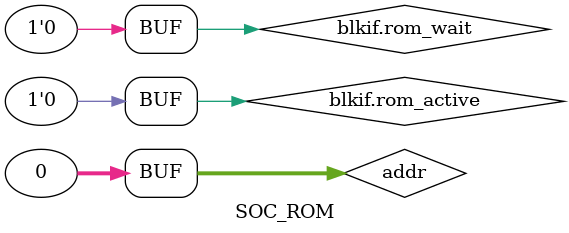
<source format=sv>
`include "memory_blocks_if.vh"

module SOC_ROM(memory_blocks_if.rom blkif);

parameter ROM_TOP = 16'h2000;
parameter ROM_BOTTOM  = 16'h3b;

logic [31:0] addr;

assign addr = blkif.addr >> 2; // ROM is byte addressed

assign blkif.rom_active = addr >= ROM_BOTTOM && addr < ROM_TOP;
assign blkif.rom_wait = 1'b0;

always_comb begin
        case (addr)
          16'h0080 : blkif.rom_rdata <= 32'h23200000;
          16'h0081 : blkif.rom_rdata <= 32'hb7000080;
          16'h0082 : blkif.rom_rdata <= 32'h93808000;
          16'h0083 : blkif.rom_rdata <= 32'h23a00000;
          16'h0084 : blkif.rom_rdata <= 32'hb7000080;
          16'h0085 : blkif.rom_rdata <= 32'h93804000;
          16'h0086 : blkif.rom_rdata <= 32'h13000000;
          16'h0087 : blkif.rom_rdata <= 32'h13000000;
          16'h0088 : blkif.rom_rdata <= 32'h13000000;
          16'h0089 : blkif.rom_rdata <= 32'h13000000;
          16'h008a : blkif.rom_rdata <= 32'h13000000;
          16'h008b : blkif.rom_rdata <= 32'h13000000;
          16'h008c : blkif.rom_rdata <= 32'h13000000;
          16'h008d : blkif.rom_rdata <= 32'h13000000;
          16'h008e : blkif.rom_rdata <= 32'h03a10000;
          16'h008f : blkif.rom_rdata <= 32'h13711100;
          16'h0090 : blkif.rom_rdata <= 32'h63100102;
          16'h0091 : blkif.rom_rdata <= 32'h83210000;
          16'h0092 : blkif.rom_rdata <= 32'he38801fe;
          16'h0093 : blkif.rom_rdata <= 32'hb7000080;
          16'h0094 : blkif.rom_rdata <= 32'h93808000;
          16'h0095 : blkif.rom_rdata <= 32'h1301f00f;
          16'h0096 : blkif.rom_rdata <= 32'h23a02000;
          16'h0097 : blkif.rom_rdata <= 32'h67820100;
          16'h0098 : blkif.rom_rdata <= 32'hb7000080;
          16'h0099 : blkif.rom_rdata <= 32'h93808000;
          16'h009a : blkif.rom_rdata <= 32'h1301f00f;
          16'h009b : blkif.rom_rdata <= 32'h23a02000;
          16'h009c : blkif.rom_rdata <= 32'hb7000080;
          16'h009d : blkif.rom_rdata <= 32'h93804000;
          16'h009e : blkif.rom_rdata <= 32'h13012000;
          16'h009f : blkif.rom_rdata <= 32'h23a02000;
          16'h00a0 : blkif.rom_rdata <= 32'h93000000;
          16'h00a1 : blkif.rom_rdata <= 32'h13010000;
          16'h00a2 : blkif.rom_rdata <= 32'hb3812000;
          16'h00a3 : blkif.rom_rdata <= 32'h930e0000;
          16'h00a4 : blkif.rom_rdata <= 32'h130e2000;
          16'h00a5 : blkif.rom_rdata <= 32'h6384d101;
          16'h00a6 : blkif.rom_rdata <= 32'h6f50404d;
          16'h00a7 : blkif.rom_rdata <= 32'hb7000080;
          16'h00a8 : blkif.rom_rdata <= 32'h93804000;
          16'h00a9 : blkif.rom_rdata <= 32'h13013000;
          16'h00aa : blkif.rom_rdata <= 32'h23a02000;
          16'h00ab : blkif.rom_rdata <= 32'h9300f0ff;
          16'h00ac : blkif.rom_rdata <= 32'h1301f0ff;
          16'h00ad : blkif.rom_rdata <= 32'hb3812000;
          16'h00ae : blkif.rom_rdata <= 32'h930ee0ff;
          16'h00af : blkif.rom_rdata <= 32'h130e3000;
          16'h00b0 : blkif.rom_rdata <= 32'h6384d101;
          16'h00b1 : blkif.rom_rdata <= 32'h6f50804a;
          16'h00b2 : blkif.rom_rdata <= 32'hb7000080;
          16'h00b3 : blkif.rom_rdata <= 32'h93804000;
          16'h00b4 : blkif.rom_rdata <= 32'h13010001;
          16'h00b5 : blkif.rom_rdata <= 32'h23a02000;
          16'h00b6 : blkif.rom_rdata <= 32'h93001000;
          16'h00b7 : blkif.rom_rdata <= 32'h37010080;
          16'h00b8 : blkif.rom_rdata <= 32'h1301f1ff;
          16'h00b9 : blkif.rom_rdata <= 32'hb3812000;
          16'h00ba : blkif.rom_rdata <= 32'hb70e0080;
          16'h00bb : blkif.rom_rdata <= 32'h130e0001;
          16'h00bc : blkif.rom_rdata <= 32'h6384d101;
          16'h00bd : blkif.rom_rdata <= 32'h6f508047;
          16'h00be : blkif.rom_rdata <= 32'hb7000080;
          16'h00bf : blkif.rom_rdata <= 32'h93804000;
          16'h00c0 : blkif.rom_rdata <= 32'h13011001;
          16'h00c1 : blkif.rom_rdata <= 32'h23a02000;
          16'h00c2 : blkif.rom_rdata <= 32'h9300d000;
          16'h00c3 : blkif.rom_rdata <= 32'h1301b000;
          16'h00c4 : blkif.rom_rdata <= 32'hb3802000;
          16'h00c5 : blkif.rom_rdata <= 32'h930e8001;
          16'h00c6 : blkif.rom_rdata <= 32'h130e1001;
          16'h00c7 : blkif.rom_rdata <= 32'h6384d001;
          16'h00c8 : blkif.rom_rdata <= 32'h6f50c044;
          16'h00c9 : blkif.rom_rdata <= 32'hb7000080;
          16'h00ca : blkif.rom_rdata <= 32'h93804000;
          16'h00cb : blkif.rom_rdata <= 32'h13012001;
          16'h00cc : blkif.rom_rdata <= 32'h23a02000;
          16'h00cd : blkif.rom_rdata <= 32'h9300e000;
          16'h00ce : blkif.rom_rdata <= 32'h1301b000;
          16'h00cf : blkif.rom_rdata <= 32'h33812000;
          16'h00d0 : blkif.rom_rdata <= 32'h930e9001;
          16'h00d1 : blkif.rom_rdata <= 32'h130e2001;
          16'h00d2 : blkif.rom_rdata <= 32'h6304d101;
          16'h00d3 : blkif.rom_rdata <= 32'h6f500042;
          16'h00d4 : blkif.rom_rdata <= 32'hb7000080;
          16'h00d5 : blkif.rom_rdata <= 32'h93804000;
          16'h00d6 : blkif.rom_rdata <= 32'h13013001;
          16'h00d7 : blkif.rom_rdata <= 32'h23a02000;
          16'h00d8 : blkif.rom_rdata <= 32'h9300d000;
          16'h00d9 : blkif.rom_rdata <= 32'hb3801000;
          16'h00da : blkif.rom_rdata <= 32'h930ea001;
          16'h00db : blkif.rom_rdata <= 32'h130e3001;
          16'h00dc : blkif.rom_rdata <= 32'h6384d001;
          16'h00dd : blkif.rom_rdata <= 32'h6f50803f;
          16'h00de : blkif.rom_rdata <= 32'hb7000080;
          16'h00df : blkif.rom_rdata <= 32'h93804000;
          16'h00e0 : blkif.rom_rdata <= 32'h13014001;
          16'h00e1 : blkif.rom_rdata <= 32'h23a02000;
          16'h00e2 : blkif.rom_rdata <= 32'h13020000;
          16'h00e3 : blkif.rom_rdata <= 32'h9300d000;
          16'h00e4 : blkif.rom_rdata <= 32'h1301b000;
          16'h00e5 : blkif.rom_rdata <= 32'hb3812000;
          16'h00e6 : blkif.rom_rdata <= 32'h13830100;
          16'h00e7 : blkif.rom_rdata <= 32'h13021200;
          16'h00e8 : blkif.rom_rdata <= 32'h93022000;
          16'h00e9 : blkif.rom_rdata <= 32'he31452fe;
          16'h00ea : blkif.rom_rdata <= 32'h930e8001;
          16'h00eb : blkif.rom_rdata <= 32'h130e4001;
          16'h00ec : blkif.rom_rdata <= 32'h6304d301;
          16'h00ed : blkif.rom_rdata <= 32'h6f50803b;
          16'h00ee : blkif.rom_rdata <= 32'hb7000080;
          16'h00ef : blkif.rom_rdata <= 32'h93804000;
          16'h00f0 : blkif.rom_rdata <= 32'h13016001;
          16'h00f1 : blkif.rom_rdata <= 32'h23a02000;
          16'h00f2 : blkif.rom_rdata <= 32'h13020000;
          16'h00f3 : blkif.rom_rdata <= 32'h9300f000;
          16'h00f4 : blkif.rom_rdata <= 32'h1301b000;
          16'h00f5 : blkif.rom_rdata <= 32'hb3812000;
          16'h00f6 : blkif.rom_rdata <= 32'h13000000;
          16'h00f7 : blkif.rom_rdata <= 32'h13000000;
          16'h00f8 : blkif.rom_rdata <= 32'h13830100;
          16'h00f9 : blkif.rom_rdata <= 32'h13021200;
          16'h00fa : blkif.rom_rdata <= 32'h93022000;
          16'h00fb : blkif.rom_rdata <= 32'he31052fe;
          16'h00fc : blkif.rom_rdata <= 32'h930ea001;
          16'h00fd : blkif.rom_rdata <= 32'h130e6001;
          16'h00fe : blkif.rom_rdata <= 32'h6304d301;
          16'h00ff : blkif.rom_rdata <= 32'h6f500037;
          16'h0100 : blkif.rom_rdata <= 32'hb7000080;
          16'h0101 : blkif.rom_rdata <= 32'h93804000;
          16'h0102 : blkif.rom_rdata <= 32'h13017001;
          16'h0103 : blkif.rom_rdata <= 32'h23a02000;
          16'h0104 : blkif.rom_rdata <= 32'h13020000;
          16'h0105 : blkif.rom_rdata <= 32'h9300d000;
          16'h0106 : blkif.rom_rdata <= 32'h1301b000;
          16'h0107 : blkif.rom_rdata <= 32'hb3812000;
          16'h0108 : blkif.rom_rdata <= 32'h13021200;
          16'h0109 : blkif.rom_rdata <= 32'h93022000;
          16'h010a : blkif.rom_rdata <= 32'he31652fe;
          16'h010b : blkif.rom_rdata <= 32'h930e8001;
          16'h010c : blkif.rom_rdata <= 32'h130e7001;
          16'h010d : blkif.rom_rdata <= 32'h6384d101;
          16'h010e : blkif.rom_rdata <= 32'h6f504033;
          16'h010f : blkif.rom_rdata <= 32'hb7000080;
          16'h0110 : blkif.rom_rdata <= 32'h93804000;
          16'h0111 : blkif.rom_rdata <= 32'h13018001;
          16'h0112 : blkif.rom_rdata <= 32'h23a02000;
          16'h0113 : blkif.rom_rdata <= 32'h13020000;
          16'h0114 : blkif.rom_rdata <= 32'h9300e000;
          16'h0115 : blkif.rom_rdata <= 32'h1301b000;
          16'h0116 : blkif.rom_rdata <= 32'h13000000;
          16'h0117 : blkif.rom_rdata <= 32'hb3812000;
          16'h0118 : blkif.rom_rdata <= 32'h13021200;
          16'h0119 : blkif.rom_rdata <= 32'h93022000;
          16'h011a : blkif.rom_rdata <= 32'he31452fe;
          16'h011b : blkif.rom_rdata <= 32'h930e9001;
          16'h011c : blkif.rom_rdata <= 32'h130e8001;
          16'h011d : blkif.rom_rdata <= 32'h6384d101;
          16'h011e : blkif.rom_rdata <= 32'h6f50402f;
          16'h011f : blkif.rom_rdata <= 32'hb7000080;
          16'h0120 : blkif.rom_rdata <= 32'h93804000;
          16'h0121 : blkif.rom_rdata <= 32'h1301c001;
          16'h0122 : blkif.rom_rdata <= 32'h23a02000;
          16'h0123 : blkif.rom_rdata <= 32'h13020000;
          16'h0124 : blkif.rom_rdata <= 32'h9300f000;
          16'h0125 : blkif.rom_rdata <= 32'h13000000;
          16'h0126 : blkif.rom_rdata <= 32'h13000000;
          16'h0127 : blkif.rom_rdata <= 32'h1301b000;
          16'h0128 : blkif.rom_rdata <= 32'hb3812000;
          16'h0129 : blkif.rom_rdata <= 32'h13021200;
          16'h012a : blkif.rom_rdata <= 32'h93022000;
          16'h012b : blkif.rom_rdata <= 32'he31252fe;
          16'h012c : blkif.rom_rdata <= 32'h930ea001;
          16'h012d : blkif.rom_rdata <= 32'h130ec001;
          16'h012e : blkif.rom_rdata <= 32'h6384d101;
          16'h012f : blkif.rom_rdata <= 32'h6f50002b;
          16'h0130 : blkif.rom_rdata <= 32'hb7000080;
          16'h0131 : blkif.rom_rdata <= 32'h93804000;
          16'h0132 : blkif.rom_rdata <= 32'h13012002;
          16'h0133 : blkif.rom_rdata <= 32'h23a02000;
          16'h0134 : blkif.rom_rdata <= 32'h13020000;
          16'h0135 : blkif.rom_rdata <= 32'h1301b000;
          16'h0136 : blkif.rom_rdata <= 32'h13000000;
          16'h0137 : blkif.rom_rdata <= 32'h13000000;
          16'h0138 : blkif.rom_rdata <= 32'h9300f000;
          16'h0139 : blkif.rom_rdata <= 32'hb3812000;
          16'h013a : blkif.rom_rdata <= 32'h13021200;
          16'h013b : blkif.rom_rdata <= 32'h93022000;
          16'h013c : blkif.rom_rdata <= 32'he31252fe;
          16'h013d : blkif.rom_rdata <= 32'h930ea001;
          16'h013e : blkif.rom_rdata <= 32'h130e2002;
          16'h013f : blkif.rom_rdata <= 32'h6384d101;
          16'h0140 : blkif.rom_rdata <= 32'h6f50c026;
          16'h0141 : blkif.rom_rdata <= 32'hb7000080;
          16'h0142 : blkif.rom_rdata <= 32'h93804000;
          16'h0143 : blkif.rom_rdata <= 32'h13013002;
          16'h0144 : blkif.rom_rdata <= 32'h23a02000;
          16'h0145 : blkif.rom_rdata <= 32'h9300f000;
          16'h0146 : blkif.rom_rdata <= 32'h33011000;
          16'h0147 : blkif.rom_rdata <= 32'h930ef000;
          16'h0148 : blkif.rom_rdata <= 32'h130e3002;
          16'h0149 : blkif.rom_rdata <= 32'h6304d101;
          16'h014a : blkif.rom_rdata <= 32'h6f504024;
          16'h014b : blkif.rom_rdata <= 32'hb7000080;
          16'h014c : blkif.rom_rdata <= 32'h93804000;
          16'h014d : blkif.rom_rdata <= 32'h13016002;
          16'h014e : blkif.rom_rdata <= 32'h23a02000;
          16'h014f : blkif.rom_rdata <= 32'h93000001;
          16'h0150 : blkif.rom_rdata <= 32'h1301e001;
          16'h0151 : blkif.rom_rdata <= 32'h33802000;
          16'h0152 : blkif.rom_rdata <= 32'h930e0000;
          16'h0153 : blkif.rom_rdata <= 32'h130e6002;
          16'h0154 : blkif.rom_rdata <= 32'h6304d001;
          16'h0155 : blkif.rom_rdata <= 32'h6f508021;
          16'h0156 : blkif.rom_rdata <= 32'hb7000080;
          16'h0157 : blkif.rom_rdata <= 32'h93804000;
          16'h0158 : blkif.rom_rdata <= 32'h13017002;
          16'h0159 : blkif.rom_rdata <= 32'h23a02000;
          16'h015a : blkif.rom_rdata <= 32'h93000000;
          16'h015b : blkif.rom_rdata <= 32'h93810000;
          16'h015c : blkif.rom_rdata <= 32'h930e0000;
          16'h015d : blkif.rom_rdata <= 32'h130e7002;
          16'h015e : blkif.rom_rdata <= 32'h6384d101;
          16'h015f : blkif.rom_rdata <= 32'h6f50001f;
          16'h0160 : blkif.rom_rdata <= 32'hb7000080;
          16'h0161 : blkif.rom_rdata <= 32'h93804000;
          16'h0162 : blkif.rom_rdata <= 32'h13019002;
          16'h0163 : blkif.rom_rdata <= 32'h23a02000;
          16'h0164 : blkif.rom_rdata <= 32'h93003000;
          16'h0165 : blkif.rom_rdata <= 32'h93817000;
          16'h0166 : blkif.rom_rdata <= 32'h930ea000;
          16'h0167 : blkif.rom_rdata <= 32'h130e9002;
          16'h0168 : blkif.rom_rdata <= 32'h6384d101;
          16'h0169 : blkif.rom_rdata <= 32'h6f50801c;
          16'h016a : blkif.rom_rdata <= 32'hb7000080;
          16'h016b : blkif.rom_rdata <= 32'h93804000;
          16'h016c : blkif.rom_rdata <= 32'h1301a002;
          16'h016d : blkif.rom_rdata <= 32'h23a02000;
          16'h016e : blkif.rom_rdata <= 32'h93000000;
          16'h016f : blkif.rom_rdata <= 32'h93810080;
          16'h0170 : blkif.rom_rdata <= 32'h930e0080;
          16'h0171 : blkif.rom_rdata <= 32'h130ea002;
          16'h0172 : blkif.rom_rdata <= 32'h6384d101;
          16'h0173 : blkif.rom_rdata <= 32'h6f50001a;
          16'h0174 : blkif.rom_rdata <= 32'hb7000080;
          16'h0175 : blkif.rom_rdata <= 32'h93804000;
          16'h0176 : blkif.rom_rdata <= 32'h1301c002;
          16'h0177 : blkif.rom_rdata <= 32'h23a02000;
          16'h0178 : blkif.rom_rdata <= 32'hb7000080;
          16'h0179 : blkif.rom_rdata <= 32'h93810080;
          16'h017a : blkif.rom_rdata <= 32'hb70e0080;
          16'h017b : blkif.rom_rdata <= 32'h938e0e80;
          16'h017c : blkif.rom_rdata <= 32'h130ec002;
          16'h017d : blkif.rom_rdata <= 32'h6384d101;
          16'h017e : blkif.rom_rdata <= 32'h6f504017;
          16'h017f : blkif.rom_rdata <= 32'hb7000080;
          16'h0180 : blkif.rom_rdata <= 32'h93804000;
          16'h0181 : blkif.rom_rdata <= 32'h13012003;
          16'h0182 : blkif.rom_rdata <= 32'h23a02000;
          16'h0183 : blkif.rom_rdata <= 32'h93000000;
          16'h0184 : blkif.rom_rdata <= 32'h9381f0ff;
          16'h0185 : blkif.rom_rdata <= 32'h930ef0ff;
          16'h0186 : blkif.rom_rdata <= 32'h130e2003;
          16'h0187 : blkif.rom_rdata <= 32'h6384d101;
          16'h0188 : blkif.rom_rdata <= 32'h6f50c014;
          16'h0189 : blkif.rom_rdata <= 32'hb7000080;
          16'h018a : blkif.rom_rdata <= 32'h93804000;
          16'h018b : blkif.rom_rdata <= 32'h13015003;
          16'h018c : blkif.rom_rdata <= 32'h23a02000;
          16'h018d : blkif.rom_rdata <= 32'hb7000080;
          16'h018e : blkif.rom_rdata <= 32'h9380f0ff;
          16'h018f : blkif.rom_rdata <= 32'h93811000;
          16'h0190 : blkif.rom_rdata <= 32'hb70e0080;
          16'h0191 : blkif.rom_rdata <= 32'h130e5003;
          16'h0192 : blkif.rom_rdata <= 32'h6384d101;
          16'h0193 : blkif.rom_rdata <= 32'h6f500012;
          16'h0194 : blkif.rom_rdata <= 32'hb7000080;
          16'h0195 : blkif.rom_rdata <= 32'h93804000;
          16'h0196 : blkif.rom_rdata <= 32'h13016003;
          16'h0197 : blkif.rom_rdata <= 32'h23a02000;
          16'h0198 : blkif.rom_rdata <= 32'h9300d000;
          16'h0199 : blkif.rom_rdata <= 32'h9380b000;
          16'h019a : blkif.rom_rdata <= 32'h930e8001;
          16'h019b : blkif.rom_rdata <= 32'h130e6003;
          16'h019c : blkif.rom_rdata <= 32'h6384d001;
          16'h019d : blkif.rom_rdata <= 32'h6f50800f;
          16'h019e : blkif.rom_rdata <= 32'hb7000080;
          16'h019f : blkif.rom_rdata <= 32'h93804000;
          16'h01a0 : blkif.rom_rdata <= 32'h13017003;
          16'h01a1 : blkif.rom_rdata <= 32'h23a02000;
          16'h01a2 : blkif.rom_rdata <= 32'h13020000;
          16'h01a3 : blkif.rom_rdata <= 32'h9300d000;
          16'h01a4 : blkif.rom_rdata <= 32'h9381b000;
          16'h01a5 : blkif.rom_rdata <= 32'h13830100;
          16'h01a6 : blkif.rom_rdata <= 32'h13021200;
          16'h01a7 : blkif.rom_rdata <= 32'h93022000;
          16'h01a8 : blkif.rom_rdata <= 32'he31652fe;
          16'h01a9 : blkif.rom_rdata <= 32'h930e8001;
          16'h01aa : blkif.rom_rdata <= 32'h130e7003;
          16'h01ab : blkif.rom_rdata <= 32'h6304d301;
          16'h01ac : blkif.rom_rdata <= 32'h6f50c00b;
          16'h01ad : blkif.rom_rdata <= 32'hb7000080;
          16'h01ae : blkif.rom_rdata <= 32'h93804000;
          16'h01af : blkif.rom_rdata <= 32'h13019003;
          16'h01b0 : blkif.rom_rdata <= 32'h23a02000;
          16'h01b1 : blkif.rom_rdata <= 32'h13020000;
          16'h01b2 : blkif.rom_rdata <= 32'h9300d000;
          16'h01b3 : blkif.rom_rdata <= 32'h93819000;
          16'h01b4 : blkif.rom_rdata <= 32'h13000000;
          16'h01b5 : blkif.rom_rdata <= 32'h13000000;
          16'h01b6 : blkif.rom_rdata <= 32'h13830100;
          16'h01b7 : blkif.rom_rdata <= 32'h13021200;
          16'h01b8 : blkif.rom_rdata <= 32'h93022000;
          16'h01b9 : blkif.rom_rdata <= 32'he31252fe;
          16'h01ba : blkif.rom_rdata <= 32'h930e6001;
          16'h01bb : blkif.rom_rdata <= 32'h130e9003;
          16'h01bc : blkif.rom_rdata <= 32'h6304d301;
          16'h01bd : blkif.rom_rdata <= 32'h6f508007;
          16'h01be : blkif.rom_rdata <= 32'hb7000080;
          16'h01bf : blkif.rom_rdata <= 32'h93804000;
          16'h01c0 : blkif.rom_rdata <= 32'h1301a003;
          16'h01c1 : blkif.rom_rdata <= 32'h23a02000;
          16'h01c2 : blkif.rom_rdata <= 32'h13020000;
          16'h01c3 : blkif.rom_rdata <= 32'h9300d000;
          16'h01c4 : blkif.rom_rdata <= 32'h9381b000;
          16'h01c5 : blkif.rom_rdata <= 32'h13021200;
          16'h01c6 : blkif.rom_rdata <= 32'h93022000;
          16'h01c7 : blkif.rom_rdata <= 32'he31852fe;
          16'h01c8 : blkif.rom_rdata <= 32'h930e8001;
          16'h01c9 : blkif.rom_rdata <= 32'h130ea003;
          16'h01ca : blkif.rom_rdata <= 32'h6384d101;
          16'h01cb : blkif.rom_rdata <= 32'h6f500004;
          16'h01cc : blkif.rom_rdata <= 32'hb7000080;
          16'h01cd : blkif.rom_rdata <= 32'h93804000;
          16'h01ce : blkif.rom_rdata <= 32'h1301d003;
          16'h01cf : blkif.rom_rdata <= 32'h23a02000;
          16'h01d0 : blkif.rom_rdata <= 32'h93000002;
          16'h01d1 : blkif.rom_rdata <= 32'h930e0002;
          16'h01d2 : blkif.rom_rdata <= 32'h130ed003;
          16'h01d3 : blkif.rom_rdata <= 32'h6384d001;
          16'h01d4 : blkif.rom_rdata <= 32'h6f50c001;
          16'h01d5 : blkif.rom_rdata <= 32'hb7000080;
          16'h01d6 : blkif.rom_rdata <= 32'h93804000;
          16'h01d7 : blkif.rom_rdata <= 32'h1301e003;
          16'h01d8 : blkif.rom_rdata <= 32'h23a02000;
          16'h01d9 : blkif.rom_rdata <= 32'h93001002;
          16'h01da : blkif.rom_rdata <= 32'h13802003;
          16'h01db : blkif.rom_rdata <= 32'h930e0000;
          16'h01dc : blkif.rom_rdata <= 32'h130ee003;
          16'h01dd : blkif.rom_rdata <= 32'h6304d001;
          16'h01de : blkif.rom_rdata <= 32'h6f40507f;
          16'h01df : blkif.rom_rdata <= 32'hb7000080;
          16'h01e0 : blkif.rom_rdata <= 32'h93804000;
          16'h01e1 : blkif.rom_rdata <= 32'h1301f003;
          16'h01e2 : blkif.rom_rdata <= 32'h23a02000;
          16'h01e3 : blkif.rom_rdata <= 32'hb70001ff;
          16'h01e4 : blkif.rom_rdata <= 32'h938000f0;
          16'h01e5 : blkif.rom_rdata <= 32'h37110f0f;
          16'h01e6 : blkif.rom_rdata <= 32'h1301f1f0;
          16'h01e7 : blkif.rom_rdata <= 32'hb3f12000;
          16'h01e8 : blkif.rom_rdata <= 32'hb71e000f;
          16'h01e9 : blkif.rom_rdata <= 32'h938e0ef0;
          16'h01ea : blkif.rom_rdata <= 32'h130ef003;
          16'h01eb : blkif.rom_rdata <= 32'h6384d101;
          16'h01ec : blkif.rom_rdata <= 32'h6f40d07b;
          16'h01ed : blkif.rom_rdata <= 32'hb7000080;
          16'h01ee : blkif.rom_rdata <= 32'h93804000;
          16'h01ef : blkif.rom_rdata <= 32'h13012004;
          16'h01f0 : blkif.rom_rdata <= 32'h23a02000;
          16'h01f1 : blkif.rom_rdata <= 32'hb7f00ff0;
          16'h01f2 : blkif.rom_rdata <= 32'h9380f000;
          16'h01f3 : blkif.rom_rdata <= 32'h37f1f0f0;
          16'h01f4 : blkif.rom_rdata <= 32'h1301010f;
          16'h01f5 : blkif.rom_rdata <= 32'hb3f12000;
          16'h01f6 : blkif.rom_rdata <= 32'hb7fe00f0;
          16'h01f7 : blkif.rom_rdata <= 32'h130e2004;
          16'h01f8 : blkif.rom_rdata <= 32'h6384d101;
          16'h01f9 : blkif.rom_rdata <= 32'h6f409078;
          16'h01fa : blkif.rom_rdata <= 32'hb7000080;
          16'h01fb : blkif.rom_rdata <= 32'h93804000;
          16'h01fc : blkif.rom_rdata <= 32'h13013004;
          16'h01fd : blkif.rom_rdata <= 32'h23a02000;
          16'h01fe : blkif.rom_rdata <= 32'hb70001ff;
          16'h01ff : blkif.rom_rdata <= 32'h938000f0;
          16'h0200 : blkif.rom_rdata <= 32'h37110f0f;
          16'h0201 : blkif.rom_rdata <= 32'h1301f1f0;
          16'h0202 : blkif.rom_rdata <= 32'hb3f02000;
          16'h0203 : blkif.rom_rdata <= 32'hb71e000f;
          16'h0204 : blkif.rom_rdata <= 32'h938e0ef0;
          16'h0205 : blkif.rom_rdata <= 32'h130e3004;
          16'h0206 : blkif.rom_rdata <= 32'h6384d001;
          16'h0207 : blkif.rom_rdata <= 32'h6f401075;
          16'h0208 : blkif.rom_rdata <= 32'hb7000080;
          16'h0209 : blkif.rom_rdata <= 32'h93804000;
          16'h020a : blkif.rom_rdata <= 32'h13015004;
          16'h020b : blkif.rom_rdata <= 32'h23a02000;
          16'h020c : blkif.rom_rdata <= 32'hb70001ff;
          16'h020d : blkif.rom_rdata <= 32'h938000f0;
          16'h020e : blkif.rom_rdata <= 32'hb3f01000;
          16'h020f : blkif.rom_rdata <= 32'hb70e01ff;
          16'h0210 : blkif.rom_rdata <= 32'h938e0ef0;
          16'h0211 : blkif.rom_rdata <= 32'h130e5004;
          16'h0212 : blkif.rom_rdata <= 32'h6384d001;
          16'h0213 : blkif.rom_rdata <= 32'h6f401072;
          16'h0214 : blkif.rom_rdata <= 32'hb7000080;
          16'h0215 : blkif.rom_rdata <= 32'h93804000;
          16'h0216 : blkif.rom_rdata <= 32'h13016004;
          16'h0217 : blkif.rom_rdata <= 32'h23a02000;
          16'h0218 : blkif.rom_rdata <= 32'h13020000;
          16'h0219 : blkif.rom_rdata <= 32'hb70001ff;
          16'h021a : blkif.rom_rdata <= 32'h938000f0;
          16'h021b : blkif.rom_rdata <= 32'h37110f0f;
          16'h021c : blkif.rom_rdata <= 32'h1301f1f0;
          16'h021d : blkif.rom_rdata <= 32'hb3f12000;
          16'h021e : blkif.rom_rdata <= 32'h13830100;
          16'h021f : blkif.rom_rdata <= 32'h13021200;
          16'h0220 : blkif.rom_rdata <= 32'h93022000;
          16'h0221 : blkif.rom_rdata <= 32'he31052fe;
          16'h0222 : blkif.rom_rdata <= 32'hb71e000f;
          16'h0223 : blkif.rom_rdata <= 32'h938e0ef0;
          16'h0224 : blkif.rom_rdata <= 32'h130e6004;
          16'h0225 : blkif.rom_rdata <= 32'h6304d301;
          16'h0226 : blkif.rom_rdata <= 32'h6f40506d;
          16'h0227 : blkif.rom_rdata <= 32'hb7000080;
          16'h0228 : blkif.rom_rdata <= 32'h93804000;
          16'h0229 : blkif.rom_rdata <= 32'h13018004;
          16'h022a : blkif.rom_rdata <= 32'h23a02000;
          16'h022b : blkif.rom_rdata <= 32'h13020000;
          16'h022c : blkif.rom_rdata <= 32'hb700ff00;
          16'h022d : blkif.rom_rdata <= 32'h9380f00f;
          16'h022e : blkif.rom_rdata <= 32'h37110f0f;
          16'h022f : blkif.rom_rdata <= 32'h1301f1f0;
          16'h0230 : blkif.rom_rdata <= 32'hb3f12000;
          16'h0231 : blkif.rom_rdata <= 32'h13000000;
          16'h0232 : blkif.rom_rdata <= 32'h13000000;
          16'h0233 : blkif.rom_rdata <= 32'h13830100;
          16'h0234 : blkif.rom_rdata <= 32'h13021200;
          16'h0235 : blkif.rom_rdata <= 32'h93022000;
          16'h0236 : blkif.rom_rdata <= 32'he31c52fc;
          16'h0237 : blkif.rom_rdata <= 32'hb70e0f00;
          16'h0238 : blkif.rom_rdata <= 32'h938efe00;
          16'h0239 : blkif.rom_rdata <= 32'h130e8004;
          16'h023a : blkif.rom_rdata <= 32'h6304d301;
          16'h023b : blkif.rom_rdata <= 32'h6f401068;
          16'h023c : blkif.rom_rdata <= 32'hb7000080;
          16'h023d : blkif.rom_rdata <= 32'h93804000;
          16'h023e : blkif.rom_rdata <= 32'h1301f004;
          16'h023f : blkif.rom_rdata <= 32'h23a02000;
          16'h0240 : blkif.rom_rdata <= 32'h13020000;
          16'h0241 : blkif.rom_rdata <= 32'h37110f0f;
          16'h0242 : blkif.rom_rdata <= 32'h1301f1f0;
          16'h0243 : blkif.rom_rdata <= 32'hb70001ff;
          16'h0244 : blkif.rom_rdata <= 32'h938000f0;
          16'h0245 : blkif.rom_rdata <= 32'hb3f12000;
          16'h0246 : blkif.rom_rdata <= 32'h13021200;
          16'h0247 : blkif.rom_rdata <= 32'h93022000;
          16'h0248 : blkif.rom_rdata <= 32'he31252fe;
          16'h0249 : blkif.rom_rdata <= 32'hb71e000f;
          16'h024a : blkif.rom_rdata <= 32'h938e0ef0;
          16'h024b : blkif.rom_rdata <= 32'h130ef004;
          16'h024c : blkif.rom_rdata <= 32'h6384d101;
          16'h024d : blkif.rom_rdata <= 32'h6f409063;
          16'h024e : blkif.rom_rdata <= 32'hb7000080;
          16'h024f : blkif.rom_rdata <= 32'h93804000;
          16'h0250 : blkif.rom_rdata <= 32'h13014005;
          16'h0251 : blkif.rom_rdata <= 32'h23a02000;
          16'h0252 : blkif.rom_rdata <= 32'h13020000;
          16'h0253 : blkif.rom_rdata <= 32'h37110f0f;
          16'h0254 : blkif.rom_rdata <= 32'h1301f1f0;
          16'h0255 : blkif.rom_rdata <= 32'h13000000;
          16'h0256 : blkif.rom_rdata <= 32'h13000000;
          16'h0257 : blkif.rom_rdata <= 32'hb700ff00;
          16'h0258 : blkif.rom_rdata <= 32'h9380f00f;
          16'h0259 : blkif.rom_rdata <= 32'hb3f12000;
          16'h025a : blkif.rom_rdata <= 32'h13021200;
          16'h025b : blkif.rom_rdata <= 32'h93022000;
          16'h025c : blkif.rom_rdata <= 32'he31e52fc;
          16'h025d : blkif.rom_rdata <= 32'hb70e0f00;
          16'h025e : blkif.rom_rdata <= 32'h938efe00;
          16'h025f : blkif.rom_rdata <= 32'h130e4005;
          16'h0260 : blkif.rom_rdata <= 32'h6384d101;
          16'h0261 : blkif.rom_rdata <= 32'h6f40905e;
          16'h0262 : blkif.rom_rdata <= 32'hb7000080;
          16'h0263 : blkif.rom_rdata <= 32'h93804000;
          16'h0264 : blkif.rom_rdata <= 32'h13015005;
          16'h0265 : blkif.rom_rdata <= 32'h23a02000;
          16'h0266 : blkif.rom_rdata <= 32'hb70001ff;
          16'h0267 : blkif.rom_rdata <= 32'h938000f0;
          16'h0268 : blkif.rom_rdata <= 32'h33711000;
          16'h0269 : blkif.rom_rdata <= 32'h930e0000;
          16'h026a : blkif.rom_rdata <= 32'h130e5005;
          16'h026b : blkif.rom_rdata <= 32'h6304d101;
          16'h026c : blkif.rom_rdata <= 32'h6f40d05b;
          16'h026d : blkif.rom_rdata <= 32'hb7000080;
          16'h026e : blkif.rom_rdata <= 32'h93804000;
          16'h026f : blkif.rom_rdata <= 32'h13016005;
          16'h0270 : blkif.rom_rdata <= 32'h23a02000;
          16'h0271 : blkif.rom_rdata <= 32'hb700ff00;
          16'h0272 : blkif.rom_rdata <= 32'h9380f00f;
          16'h0273 : blkif.rom_rdata <= 32'h33f10000;
          16'h0274 : blkif.rom_rdata <= 32'h930e0000;
          16'h0275 : blkif.rom_rdata <= 32'h130e6005;
          16'h0276 : blkif.rom_rdata <= 32'h6304d101;
          16'h0277 : blkif.rom_rdata <= 32'h6f401059;
          16'h0278 : blkif.rom_rdata <= 32'hb7000080;
          16'h0279 : blkif.rom_rdata <= 32'h93804000;
          16'h027a : blkif.rom_rdata <= 32'h13017005;
          16'h027b : blkif.rom_rdata <= 32'h23a02000;
          16'h027c : blkif.rom_rdata <= 32'hb3700000;
          16'h027d : blkif.rom_rdata <= 32'h930e0000;
          16'h027e : blkif.rom_rdata <= 32'h130e7005;
          16'h027f : blkif.rom_rdata <= 32'h6384d001;
          16'h0280 : blkif.rom_rdata <= 32'h6f40d056;
          16'h0281 : blkif.rom_rdata <= 32'hb7000080;
          16'h0282 : blkif.rom_rdata <= 32'h93804000;
          16'h0283 : blkif.rom_rdata <= 32'h13018005;
          16'h0284 : blkif.rom_rdata <= 32'h23a02000;
          16'h0285 : blkif.rom_rdata <= 32'hb7101111;
          16'h0286 : blkif.rom_rdata <= 32'h93801011;
          16'h0287 : blkif.rom_rdata <= 32'h37212222;
          16'h0288 : blkif.rom_rdata <= 32'h13012122;
          16'h0289 : blkif.rom_rdata <= 32'h33f02000;
          16'h028a : blkif.rom_rdata <= 32'h930e0000;
          16'h028b : blkif.rom_rdata <= 32'h130e8005;
          16'h028c : blkif.rom_rdata <= 32'h6304d001;
          16'h028d : blkif.rom_rdata <= 32'h6f409053;
          16'h028e : blkif.rom_rdata <= 32'hb7000080;
          16'h028f : blkif.rom_rdata <= 32'h93804000;
          16'h0290 : blkif.rom_rdata <= 32'h13019005;
          16'h0291 : blkif.rom_rdata <= 32'h23a02000;
          16'h0292 : blkif.rom_rdata <= 32'hb70001ff;
          16'h0293 : blkif.rom_rdata <= 32'h938000f0;
          16'h0294 : blkif.rom_rdata <= 32'h93f1f0f0;
          16'h0295 : blkif.rom_rdata <= 32'hb70e01ff;
          16'h0296 : blkif.rom_rdata <= 32'h938e0ef0;
          16'h0297 : blkif.rom_rdata <= 32'h130e9005;
          16'h0298 : blkif.rom_rdata <= 32'h6384d101;
          16'h0299 : blkif.rom_rdata <= 32'h6f409050;
          16'h029a : blkif.rom_rdata <= 32'hb7000080;
          16'h029b : blkif.rom_rdata <= 32'h93804000;
          16'h029c : blkif.rom_rdata <= 32'h1301b005;
          16'h029d : blkif.rom_rdata <= 32'h23a02000;
          16'h029e : blkif.rom_rdata <= 32'hb700ff00;
          16'h029f : blkif.rom_rdata <= 32'h9380f00f;
          16'h02a0 : blkif.rom_rdata <= 32'h93f1f070;
          16'h02a1 : blkif.rom_rdata <= 32'h930ef000;
          16'h02a2 : blkif.rom_rdata <= 32'h130eb005;
          16'h02a3 : blkif.rom_rdata <= 32'h6384d101;
          16'h02a4 : blkif.rom_rdata <= 32'h6f40d04d;
          16'h02a5 : blkif.rom_rdata <= 32'hb7000080;
          16'h02a6 : blkif.rom_rdata <= 32'h93804000;
          16'h02a7 : blkif.rom_rdata <= 32'h1301c005;
          16'h02a8 : blkif.rom_rdata <= 32'h23a02000;
          16'h02a9 : blkif.rom_rdata <= 32'hb7f00ff0;
          16'h02aa : blkif.rom_rdata <= 32'h9380f000;
          16'h02ab : blkif.rom_rdata <= 32'h93f1000f;
          16'h02ac : blkif.rom_rdata <= 32'h930e0000;
          16'h02ad : blkif.rom_rdata <= 32'h130ec005;
          16'h02ae : blkif.rom_rdata <= 32'h6384d101;
          16'h02af : blkif.rom_rdata <= 32'h6f40104b;
          16'h02b0 : blkif.rom_rdata <= 32'hb7000080;
          16'h02b1 : blkif.rom_rdata <= 32'h93804000;
          16'h02b2 : blkif.rom_rdata <= 32'h1301d005;
          16'h02b3 : blkif.rom_rdata <= 32'h23a02000;
          16'h02b4 : blkif.rom_rdata <= 32'hb70001ff;
          16'h02b5 : blkif.rom_rdata <= 32'h938000f0;
          16'h02b6 : blkif.rom_rdata <= 32'h93f0000f;
          16'h02b7 : blkif.rom_rdata <= 32'h930e0000;
          16'h02b8 : blkif.rom_rdata <= 32'h130ed005;
          16'h02b9 : blkif.rom_rdata <= 32'h6384d001;
          16'h02ba : blkif.rom_rdata <= 32'h6f405048;
          16'h02bb : blkif.rom_rdata <= 32'hb7000080;
          16'h02bc : blkif.rom_rdata <= 32'h93804000;
          16'h02bd : blkif.rom_rdata <= 32'h1301e005;
          16'h02be : blkif.rom_rdata <= 32'h23a02000;
          16'h02bf : blkif.rom_rdata <= 32'h13020000;
          16'h02c0 : blkif.rom_rdata <= 32'hb710f00f;
          16'h02c1 : blkif.rom_rdata <= 32'h938000ff;
          16'h02c2 : blkif.rom_rdata <= 32'h93f1f070;
          16'h02c3 : blkif.rom_rdata <= 32'h13830100;
          16'h02c4 : blkif.rom_rdata <= 32'h13021200;
          16'h02c5 : blkif.rom_rdata <= 32'h93022000;
          16'h02c6 : blkif.rom_rdata <= 32'he31452fe;
          16'h02c7 : blkif.rom_rdata <= 32'h930e0070;
          16'h02c8 : blkif.rom_rdata <= 32'h130ee005;
          16'h02c9 : blkif.rom_rdata <= 32'h6304d301;
          16'h02ca : blkif.rom_rdata <= 32'h6f405044;
          16'h02cb : blkif.rom_rdata <= 32'hb7000080;
          16'h02cc : blkif.rom_rdata <= 32'h93804000;
          16'h02cd : blkif.rom_rdata <= 32'h13010006;
          16'h02ce : blkif.rom_rdata <= 32'h23a02000;
          16'h02cf : blkif.rom_rdata <= 32'h13020000;
          16'h02d0 : blkif.rom_rdata <= 32'hb7f00ff0;
          16'h02d1 : blkif.rom_rdata <= 32'h9380f000;
          16'h02d2 : blkif.rom_rdata <= 32'h93f1f0f0;
          16'h02d3 : blkif.rom_rdata <= 32'h13000000;
          16'h02d4 : blkif.rom_rdata <= 32'h13000000;
          16'h02d5 : blkif.rom_rdata <= 32'h13830100;
          16'h02d6 : blkif.rom_rdata <= 32'h13021200;
          16'h02d7 : blkif.rom_rdata <= 32'h93022000;
          16'h02d8 : blkif.rom_rdata <= 32'he31052fe;
          16'h02d9 : blkif.rom_rdata <= 32'hb7fe0ff0;
          16'h02da : blkif.rom_rdata <= 32'h938efe00;
          16'h02db : blkif.rom_rdata <= 32'h130e0006;
          16'h02dc : blkif.rom_rdata <= 32'h6304d301;
          16'h02dd : blkif.rom_rdata <= 32'h6f40903f;
          16'h02de : blkif.rom_rdata <= 32'hb7000080;
          16'h02df : blkif.rom_rdata <= 32'h93804000;
          16'h02e0 : blkif.rom_rdata <= 32'h13014006;
          16'h02e1 : blkif.rom_rdata <= 32'h23a02000;
          16'h02e2 : blkif.rom_rdata <= 32'h9370000f;
          16'h02e3 : blkif.rom_rdata <= 32'h930e0000;
          16'h02e4 : blkif.rom_rdata <= 32'h130e4006;
          16'h02e5 : blkif.rom_rdata <= 32'h6384d001;
          16'h02e6 : blkif.rom_rdata <= 32'h6f40503d;
          16'h02e7 : blkif.rom_rdata <= 32'hb7000080;
          16'h02e8 : blkif.rom_rdata <= 32'h93804000;
          16'h02e9 : blkif.rom_rdata <= 32'h13015006;
          16'h02ea : blkif.rom_rdata <= 32'h23a02000;
          16'h02eb : blkif.rom_rdata <= 32'hb700ff00;
          16'h02ec : blkif.rom_rdata <= 32'h9380f00f;
          16'h02ed : blkif.rom_rdata <= 32'h13f0f070;
          16'h02ee : blkif.rom_rdata <= 32'h930e0000;
          16'h02ef : blkif.rom_rdata <= 32'h130e5006;
          16'h02f0 : blkif.rom_rdata <= 32'h6304d001;
          16'h02f1 : blkif.rom_rdata <= 32'h6f40903a;
          16'h02f2 : blkif.rom_rdata <= 32'hb7000080;
          16'h02f3 : blkif.rom_rdata <= 32'h93804000;
          16'h02f4 : blkif.rom_rdata <= 32'h13016006;
          16'h02f5 : blkif.rom_rdata <= 32'h23a02000;
          16'h02f6 : blkif.rom_rdata <= 32'h17250000;
          16'h02f7 : blkif.rom_rdata <= 32'h1305c571;
          16'h02f8 : blkif.rom_rdata <= 32'hef054000;
          16'h02f9 : blkif.rom_rdata <= 32'h3305b540;
          16'h02fa : blkif.rom_rdata <= 32'hb72e0000;
          16'h02fb : blkif.rom_rdata <= 32'h938e0e71;
          16'h02fc : blkif.rom_rdata <= 32'h130e6006;
          16'h02fd : blkif.rom_rdata <= 32'h6304d501;
          16'h02fe : blkif.rom_rdata <= 32'h6f405037;
          16'h02ff : blkif.rom_rdata <= 32'hb7000080;
          16'h0300 : blkif.rom_rdata <= 32'h93804000;
          16'h0301 : blkif.rom_rdata <= 32'h13017006;
          16'h0302 : blkif.rom_rdata <= 32'h23a02000;
          16'h0303 : blkif.rom_rdata <= 32'h13000000;
          16'h0304 : blkif.rom_rdata <= 32'h17e5ffff;
          16'h0305 : blkif.rom_rdata <= 32'h1305c58f;
          16'h0306 : blkif.rom_rdata <= 32'hef054000;
          16'h0307 : blkif.rom_rdata <= 32'h3305b540;
          16'h0308 : blkif.rom_rdata <= 32'hb7eeffff;
          16'h0309 : blkif.rom_rdata <= 32'h938e0e8f;
          16'h030a : blkif.rom_rdata <= 32'h130e7006;
          16'h030b : blkif.rom_rdata <= 32'h6304d501;
          16'h030c : blkif.rom_rdata <= 32'h6f40d033;
          16'h030d : blkif.rom_rdata <= 32'h130e8006;
          16'h030e : blkif.rom_rdata <= 32'h93000000;
          16'h030f : blkif.rom_rdata <= 32'h13010000;
          16'h0310 : blkif.rom_rdata <= 32'h63882000;
          16'h0311 : blkif.rom_rdata <= 32'h6304c001;
          16'h0312 : blkif.rom_rdata <= 32'h6f405032;
          16'h0313 : blkif.rom_rdata <= 32'h6318c001;
          16'h0314 : blkif.rom_rdata <= 32'he38e20fe;
          16'h0315 : blkif.rom_rdata <= 32'h6304c001;
          16'h0316 : blkif.rom_rdata <= 32'h6f405031;
          16'h0317 : blkif.rom_rdata <= 32'h130ea006;
          16'h0318 : blkif.rom_rdata <= 32'h9300f0ff;
          16'h0319 : blkif.rom_rdata <= 32'h1301f0ff;
          16'h031a : blkif.rom_rdata <= 32'h63882000;
          16'h031b : blkif.rom_rdata <= 32'h6304c001;
          16'h031c : blkif.rom_rdata <= 32'h6f40d02f;
          16'h031d : blkif.rom_rdata <= 32'h6318c001;
          16'h031e : blkif.rom_rdata <= 32'he38e20fe;
          16'h031f : blkif.rom_rdata <= 32'h6304c001;
          16'h0320 : blkif.rom_rdata <= 32'h6f40d02e;
          16'h0321 : blkif.rom_rdata <= 32'h130ef006;
          16'h0322 : blkif.rom_rdata <= 32'h13020000;
          16'h0323 : blkif.rom_rdata <= 32'h93000000;
          16'h0324 : blkif.rom_rdata <= 32'h1301f0ff;
          16'h0325 : blkif.rom_rdata <= 32'h63942000;
          16'h0326 : blkif.rom_rdata <= 32'h6f40502d;
          16'h0327 : blkif.rom_rdata <= 32'h13021200;
          16'h0328 : blkif.rom_rdata <= 32'h93022000;
          16'h0329 : blkif.rom_rdata <= 32'he31452fe;
          16'h032a : blkif.rom_rdata <= 32'h130e4007;
          16'h032b : blkif.rom_rdata <= 32'h13020000;
          16'h032c : blkif.rom_rdata <= 32'h93000000;
          16'h032d : blkif.rom_rdata <= 32'h13000000;
          16'h032e : blkif.rom_rdata <= 32'h13000000;
          16'h032f : blkif.rom_rdata <= 32'h1301f0ff;
          16'h0330 : blkif.rom_rdata <= 32'h63942000;
          16'h0331 : blkif.rom_rdata <= 32'h6f40902a;
          16'h0332 : blkif.rom_rdata <= 32'h13021200;
          16'h0333 : blkif.rom_rdata <= 32'h93022000;
          16'h0334 : blkif.rom_rdata <= 32'he31052fe;
          16'h0335 : blkif.rom_rdata <= 32'h130e5007;
          16'h0336 : blkif.rom_rdata <= 32'h13020000;
          16'h0337 : blkif.rom_rdata <= 32'h93000000;
          16'h0338 : blkif.rom_rdata <= 32'h1301f0ff;
          16'h0339 : blkif.rom_rdata <= 32'h63942000;
          16'h033a : blkif.rom_rdata <= 32'h6f405028;
          16'h033b : blkif.rom_rdata <= 32'h13021200;
          16'h033c : blkif.rom_rdata <= 32'h93022000;
          16'h033d : blkif.rom_rdata <= 32'he31452fe;
          16'h033e : blkif.rom_rdata <= 32'h130ea007;
          16'h033f : blkif.rom_rdata <= 32'h13020000;
          16'h0340 : blkif.rom_rdata <= 32'h93000000;
          16'h0341 : blkif.rom_rdata <= 32'h13000000;
          16'h0342 : blkif.rom_rdata <= 32'h13000000;
          16'h0343 : blkif.rom_rdata <= 32'h1301f0ff;
          16'h0344 : blkif.rom_rdata <= 32'h63942000;
          16'h0345 : blkif.rom_rdata <= 32'h6f409025;
          16'h0346 : blkif.rom_rdata <= 32'h13021200;
          16'h0347 : blkif.rom_rdata <= 32'h93022000;
          16'h0348 : blkif.rom_rdata <= 32'he31052fe;
          16'h0349 : blkif.rom_rdata <= 32'hb7000080;
          16'h034a : blkif.rom_rdata <= 32'h93804000;
          16'h034b : blkif.rom_rdata <= 32'h1301b007;
          16'h034c : blkif.rom_rdata <= 32'h23a02000;
          16'h034d : blkif.rom_rdata <= 32'h93001000;
          16'h034e : blkif.rom_rdata <= 32'h630a0000;
          16'h034f : blkif.rom_rdata <= 32'h93801000;
          16'h0350 : blkif.rom_rdata <= 32'h93801000;
          16'h0351 : blkif.rom_rdata <= 32'h93801000;
          16'h0352 : blkif.rom_rdata <= 32'h93801000;
          16'h0353 : blkif.rom_rdata <= 32'h93801000;
          16'h0354 : blkif.rom_rdata <= 32'h93801000;
          16'h0355 : blkif.rom_rdata <= 32'h930e3000;
          16'h0356 : blkif.rom_rdata <= 32'h130eb007;
          16'h0357 : blkif.rom_rdata <= 32'h6384d001;
          16'h0358 : blkif.rom_rdata <= 32'h6f40d020;
          16'h0359 : blkif.rom_rdata <= 32'h130ec007;
          16'h035a : blkif.rom_rdata <= 32'h93000000;
          16'h035b : blkif.rom_rdata <= 32'h13010000;
          16'h035c : blkif.rom_rdata <= 32'h63d82000;
          16'h035d : blkif.rom_rdata <= 32'h6304c001;
          16'h035e : blkif.rom_rdata <= 32'h6f40501f;
          16'h035f : blkif.rom_rdata <= 32'h6318c001;
          16'h0360 : blkif.rom_rdata <= 32'he3de20fe;
          16'h0361 : blkif.rom_rdata <= 32'h6304c001;
          16'h0362 : blkif.rom_rdata <= 32'h6f40501e;
          16'h0363 : blkif.rom_rdata <= 32'h130e1008;
          16'h0364 : blkif.rom_rdata <= 32'h9300f0ff;
          16'h0365 : blkif.rom_rdata <= 32'h1301e0ff;
          16'h0366 : blkif.rom_rdata <= 32'h63d82000;
          16'h0367 : blkif.rom_rdata <= 32'h6304c001;
          16'h0368 : blkif.rom_rdata <= 32'h6f40d01c;
          16'h0369 : blkif.rom_rdata <= 32'h6318c001;
          16'h036a : blkif.rom_rdata <= 32'he3de20fe;
          16'h036b : blkif.rom_rdata <= 32'h6304c001;
          16'h036c : blkif.rom_rdata <= 32'h6f40d01b;
          16'h036d : blkif.rom_rdata <= 32'h130e2008;
          16'h036e : blkif.rom_rdata <= 32'h93000000;
          16'h036f : blkif.rom_rdata <= 32'h13011000;
          16'h0370 : blkif.rom_rdata <= 32'h63d42000;
          16'h0371 : blkif.rom_rdata <= 32'h6316c001;
          16'h0372 : blkif.rom_rdata <= 32'h6304c001;
          16'h0373 : blkif.rom_rdata <= 32'h6f40101a;
          16'h0374 : blkif.rom_rdata <= 32'he3dc20fe;
          16'h0375 : blkif.rom_rdata <= 32'h130e5008;
          16'h0376 : blkif.rom_rdata <= 32'h9300e0ff;
          16'h0377 : blkif.rom_rdata <= 32'h13011000;
          16'h0378 : blkif.rom_rdata <= 32'h63d42000;
          16'h0379 : blkif.rom_rdata <= 32'h6316c001;
          16'h037a : blkif.rom_rdata <= 32'h6304c001;
          16'h037b : blkif.rom_rdata <= 32'h6f401018;
          16'h037c : blkif.rom_rdata <= 32'he3dc20fe;
          16'h037d : blkif.rom_rdata <= 32'h130eb008;
          16'h037e : blkif.rom_rdata <= 32'h13020000;
          16'h037f : blkif.rom_rdata <= 32'h9300f0ff;
          16'h0380 : blkif.rom_rdata <= 32'h13000000;
          16'h0381 : blkif.rom_rdata <= 32'h13000000;
          16'h0382 : blkif.rom_rdata <= 32'h13010000;
          16'h0383 : blkif.rom_rdata <= 32'h63c42000;
          16'h0384 : blkif.rom_rdata <= 32'h6f40d015;
          16'h0385 : blkif.rom_rdata <= 32'h13021200;
          16'h0386 : blkif.rom_rdata <= 32'h93022000;
          16'h0387 : blkif.rom_rdata <= 32'he31052fe;
          16'h0388 : blkif.rom_rdata <= 32'h130ec008;
          16'h0389 : blkif.rom_rdata <= 32'h13020000;
          16'h038a : blkif.rom_rdata <= 32'h9300f0ff;
          16'h038b : blkif.rom_rdata <= 32'h13010000;
          16'h038c : blkif.rom_rdata <= 32'h63c42000;
          16'h038d : blkif.rom_rdata <= 32'h6f409013;
          16'h038e : blkif.rom_rdata <= 32'h13021200;
          16'h038f : blkif.rom_rdata <= 32'h93022000;
          16'h0390 : blkif.rom_rdata <= 32'he31452fe;
          16'h0391 : blkif.rom_rdata <= 32'h130e1009;
          16'h0392 : blkif.rom_rdata <= 32'h13020000;
          16'h0393 : blkif.rom_rdata <= 32'h9300f0ff;
          16'h0394 : blkif.rom_rdata <= 32'h13000000;
          16'h0395 : blkif.rom_rdata <= 32'h13000000;
          16'h0396 : blkif.rom_rdata <= 32'h13010000;
          16'h0397 : blkif.rom_rdata <= 32'h63c42000;
          16'h0398 : blkif.rom_rdata <= 32'h6f40d010;
          16'h0399 : blkif.rom_rdata <= 32'h13021200;
          16'h039a : blkif.rom_rdata <= 32'h93022000;
          16'h039b : blkif.rom_rdata <= 32'he31052fe;
          16'h039c : blkif.rom_rdata <= 32'hb7000080;
          16'h039d : blkif.rom_rdata <= 32'h93804000;
          16'h039e : blkif.rom_rdata <= 32'h13012009;
          16'h039f : blkif.rom_rdata <= 32'h23a02000;
          16'h03a0 : blkif.rom_rdata <= 32'h93001000;
          16'h03a1 : blkif.rom_rdata <= 32'h63da0000;
          16'h03a2 : blkif.rom_rdata <= 32'h93801000;
          16'h03a3 : blkif.rom_rdata <= 32'h93801000;
          16'h03a4 : blkif.rom_rdata <= 32'h93801000;
          16'h03a5 : blkif.rom_rdata <= 32'h93801000;
          16'h03a6 : blkif.rom_rdata <= 32'h93801000;
          16'h03a7 : blkif.rom_rdata <= 32'h93801000;
          16'h03a8 : blkif.rom_rdata <= 32'h930e3000;
          16'h03a9 : blkif.rom_rdata <= 32'h130e2009;
          16'h03aa : blkif.rom_rdata <= 32'h6384d001;
          16'h03ab : blkif.rom_rdata <= 32'h6f40100c;
          16'h03ac : blkif.rom_rdata <= 32'h130e3009;
          16'h03ad : blkif.rom_rdata <= 32'h93000000;
          16'h03ae : blkif.rom_rdata <= 32'h13010000;
          16'h03af : blkif.rom_rdata <= 32'h63f82000;
          16'h03b0 : blkif.rom_rdata <= 32'h6304c001;
          16'h03b1 : blkif.rom_rdata <= 32'h6f40900a;
          16'h03b2 : blkif.rom_rdata <= 32'h6318c001;
          16'h03b3 : blkif.rom_rdata <= 32'he3fe20fe;
          16'h03b4 : blkif.rom_rdata <= 32'h6304c001;
          16'h03b5 : blkif.rom_rdata <= 32'h6f409009;
          16'h03b6 : blkif.rom_rdata <= 32'h130e8009;
          16'h03b7 : blkif.rom_rdata <= 32'h9300f0ff;
          16'h03b8 : blkif.rom_rdata <= 32'h13010000;
          16'h03b9 : blkif.rom_rdata <= 32'h63f82000;
          16'h03ba : blkif.rom_rdata <= 32'h6304c001;
          16'h03bb : blkif.rom_rdata <= 32'h6f401008;
          16'h03bc : blkif.rom_rdata <= 32'h6318c001;
          16'h03bd : blkif.rom_rdata <= 32'he3fe20fe;
          16'h03be : blkif.rom_rdata <= 32'h6304c001;
          16'h03bf : blkif.rom_rdata <= 32'h6f401007;
          16'h03c0 : blkif.rom_rdata <= 32'h130e9009;
          16'h03c1 : blkif.rom_rdata <= 32'h93000000;
          16'h03c2 : blkif.rom_rdata <= 32'h13011000;
          16'h03c3 : blkif.rom_rdata <= 32'h63f42000;
          16'h03c4 : blkif.rom_rdata <= 32'h6316c001;
          16'h03c5 : blkif.rom_rdata <= 32'h6304c001;
          16'h03c6 : blkif.rom_rdata <= 32'h6f405005;
          16'h03c7 : blkif.rom_rdata <= 32'he3fc20fe;
          16'h03c8 : blkif.rom_rdata <= 32'h130ed009;
          16'h03c9 : blkif.rom_rdata <= 32'h13020000;
          16'h03ca : blkif.rom_rdata <= 32'hb70000f0;
          16'h03cb : blkif.rom_rdata <= 32'h9380f0ff;
          16'h03cc : blkif.rom_rdata <= 32'h370100f0;
          16'h03cd : blkif.rom_rdata <= 32'h63e42000;
          16'h03ce : blkif.rom_rdata <= 32'h6f405003;
          16'h03cf : blkif.rom_rdata <= 32'h13021200;
          16'h03d0 : blkif.rom_rdata <= 32'h93022000;
          16'h03d1 : blkif.rom_rdata <= 32'he31252fe;
          16'h03d2 : blkif.rom_rdata <= 32'h130e800a;
          16'h03d3 : blkif.rom_rdata <= 32'h13020000;
          16'h03d4 : blkif.rom_rdata <= 32'hb70000f0;
          16'h03d5 : blkif.rom_rdata <= 32'h9380f0ff;
          16'h03d6 : blkif.rom_rdata <= 32'h13000000;
          16'h03d7 : blkif.rom_rdata <= 32'h13000000;
          16'h03d8 : blkif.rom_rdata <= 32'h370100f0;
          16'h03d9 : blkif.rom_rdata <= 32'h63e42000;
          16'h03da : blkif.rom_rdata <= 32'h6f405000;
          16'h03db : blkif.rom_rdata <= 32'h13021200;
          16'h03dc : blkif.rom_rdata <= 32'h93022000;
          16'h03dd : blkif.rom_rdata <= 32'he31e52fc;
          16'h03de : blkif.rom_rdata <= 32'hb7000080;
          16'h03df : blkif.rom_rdata <= 32'h93804000;
          16'h03e0 : blkif.rom_rdata <= 32'h1301900a;
          16'h03e1 : blkif.rom_rdata <= 32'h23a02000;
          16'h03e2 : blkif.rom_rdata <= 32'h93001000;
          16'h03e3 : blkif.rom_rdata <= 32'h63fa0000;
          16'h03e4 : blkif.rom_rdata <= 32'h93801000;
          16'h03e5 : blkif.rom_rdata <= 32'h93801000;
          16'h03e6 : blkif.rom_rdata <= 32'h93801000;
          16'h03e7 : blkif.rom_rdata <= 32'h93801000;
          16'h03e8 : blkif.rom_rdata <= 32'h93801000;
          16'h03e9 : blkif.rom_rdata <= 32'h93801000;
          16'h03ea : blkif.rom_rdata <= 32'h930e3000;
          16'h03eb : blkif.rom_rdata <= 32'h130e900a;
          16'h03ec : blkif.rom_rdata <= 32'h6384d001;
          16'h03ed : blkif.rom_rdata <= 32'h6f40807b;
          16'h03ee : blkif.rom_rdata <= 32'h130ea00a;
          16'h03ef : blkif.rom_rdata <= 32'h93000000;
          16'h03f0 : blkif.rom_rdata <= 32'h13011000;
          16'h03f1 : blkif.rom_rdata <= 32'h63c82000;
          16'h03f2 : blkif.rom_rdata <= 32'h6304c001;
          16'h03f3 : blkif.rom_rdata <= 32'h6f40007a;
          16'h03f4 : blkif.rom_rdata <= 32'h6318c001;
          16'h03f5 : blkif.rom_rdata <= 32'he3ce20fe;
          16'h03f6 : blkif.rom_rdata <= 32'h6304c001;
          16'h03f7 : blkif.rom_rdata <= 32'h6f400079;
          16'h03f8 : blkif.rom_rdata <= 32'h130ec00a;
          16'h03f9 : blkif.rom_rdata <= 32'h9300e0ff;
          16'h03fa : blkif.rom_rdata <= 32'h1301f0ff;
          16'h03fb : blkif.rom_rdata <= 32'h63c82000;
          16'h03fc : blkif.rom_rdata <= 32'h6304c001;
          16'h03fd : blkif.rom_rdata <= 32'h6f408077;
          16'h03fe : blkif.rom_rdata <= 32'h6318c001;
          16'h03ff : blkif.rom_rdata <= 32'he3ce20fe;
          16'h0400 : blkif.rom_rdata <= 32'h6304c001;
          16'h0401 : blkif.rom_rdata <= 32'h6f408076;
          16'h0402 : blkif.rom_rdata <= 32'h130ed00a;
          16'h0403 : blkif.rom_rdata <= 32'h93001000;
          16'h0404 : blkif.rom_rdata <= 32'h13010000;
          16'h0405 : blkif.rom_rdata <= 32'h63c42000;
          16'h0406 : blkif.rom_rdata <= 32'h6316c001;
          16'h0407 : blkif.rom_rdata <= 32'h6304c001;
          16'h0408 : blkif.rom_rdata <= 32'h6f40c074;
          16'h0409 : blkif.rom_rdata <= 32'he3cc20fe;
          16'h040a : blkif.rom_rdata <= 32'h130e000b;
          16'h040b : blkif.rom_rdata <= 32'h93001000;
          16'h040c : blkif.rom_rdata <= 32'h1301e0ff;
          16'h040d : blkif.rom_rdata <= 32'h63c42000;
          16'h040e : blkif.rom_rdata <= 32'h6316c001;
          16'h040f : blkif.rom_rdata <= 32'h6304c001;
          16'h0410 : blkif.rom_rdata <= 32'h6f40c072;
          16'h0411 : blkif.rom_rdata <= 32'he3cc20fe;
          16'h0412 : blkif.rom_rdata <= 32'h130e100b;
          16'h0413 : blkif.rom_rdata <= 32'h13020000;
          16'h0414 : blkif.rom_rdata <= 32'h93000000;
          16'h0415 : blkif.rom_rdata <= 32'h1301f0ff;
          16'h0416 : blkif.rom_rdata <= 32'h63d42000;
          16'h0417 : blkif.rom_rdata <= 32'h6f400071;
          16'h0418 : blkif.rom_rdata <= 32'h13021200;
          16'h0419 : blkif.rom_rdata <= 32'h93022000;
          16'h041a : blkif.rom_rdata <= 32'he31452fe;
          16'h041b : blkif.rom_rdata <= 32'h130ec00b;
          16'h041c : blkif.rom_rdata <= 32'h13020000;
          16'h041d : blkif.rom_rdata <= 32'h93000000;
          16'h041e : blkif.rom_rdata <= 32'h13000000;
          16'h041f : blkif.rom_rdata <= 32'h13000000;
          16'h0420 : blkif.rom_rdata <= 32'h1301f0ff;
          16'h0421 : blkif.rom_rdata <= 32'h63d42000;
          16'h0422 : blkif.rom_rdata <= 32'h6f40406e;
          16'h0423 : blkif.rom_rdata <= 32'h13021200;
          16'h0424 : blkif.rom_rdata <= 32'h93022000;
          16'h0425 : blkif.rom_rdata <= 32'he31052fe;
          16'h0426 : blkif.rom_rdata <= 32'hb7000080;
          16'h0427 : blkif.rom_rdata <= 32'h93804000;
          16'h0428 : blkif.rom_rdata <= 32'h1301d00b;
          16'h0429 : blkif.rom_rdata <= 32'h23a02000;
          16'h042a : blkif.rom_rdata <= 32'h93001000;
          16'h042b : blkif.rom_rdata <= 32'h634a1000;
          16'h042c : blkif.rom_rdata <= 32'h93801000;
          16'h042d : blkif.rom_rdata <= 32'h93801000;
          16'h042e : blkif.rom_rdata <= 32'h93801000;
          16'h042f : blkif.rom_rdata <= 32'h93801000;
          16'h0430 : blkif.rom_rdata <= 32'h93801000;
          16'h0431 : blkif.rom_rdata <= 32'h93801000;
          16'h0432 : blkif.rom_rdata <= 32'h930e3000;
          16'h0433 : blkif.rom_rdata <= 32'h130ed00b;
          16'h0434 : blkif.rom_rdata <= 32'h6384d001;
          16'h0435 : blkif.rom_rdata <= 32'h6f408069;
          16'h0436 : blkif.rom_rdata <= 32'h130ee00b;
          16'h0437 : blkif.rom_rdata <= 32'h93000000;
          16'h0438 : blkif.rom_rdata <= 32'h13011000;
          16'h0439 : blkif.rom_rdata <= 32'h63e82000;
          16'h043a : blkif.rom_rdata <= 32'h6304c001;
          16'h043b : blkif.rom_rdata <= 32'h6f400068;
          16'h043c : blkif.rom_rdata <= 32'h6318c001;
          16'h043d : blkif.rom_rdata <= 32'he3ee20fe;
          16'h043e : blkif.rom_rdata <= 32'h6304c001;
          16'h043f : blkif.rom_rdata <= 32'h6f400067;
          16'h0440 : blkif.rom_rdata <= 32'h130e000c;
          16'h0441 : blkif.rom_rdata <= 32'h93000000;
          16'h0442 : blkif.rom_rdata <= 32'h1301f0ff;
          16'h0443 : blkif.rom_rdata <= 32'h63e82000;
          16'h0444 : blkif.rom_rdata <= 32'h6304c001;
          16'h0445 : blkif.rom_rdata <= 32'h6f408065;
          16'h0446 : blkif.rom_rdata <= 32'h6318c001;
          16'h0447 : blkif.rom_rdata <= 32'he3ee20fe;
          16'h0448 : blkif.rom_rdata <= 32'h6304c001;
          16'h0449 : blkif.rom_rdata <= 32'h6f408064;
          16'h044a : blkif.rom_rdata <= 32'h130e500c;
          16'h044b : blkif.rom_rdata <= 32'h13020000;
          16'h044c : blkif.rom_rdata <= 32'hb70000f0;
          16'h044d : blkif.rom_rdata <= 32'h370100f0;
          16'h044e : blkif.rom_rdata <= 32'h1301f1ff;
          16'h044f : blkif.rom_rdata <= 32'h63f42000;
          16'h0450 : blkif.rom_rdata <= 32'h6f40c062;
          16'h0451 : blkif.rom_rdata <= 32'h13021200;
          16'h0452 : blkif.rom_rdata <= 32'h93022000;
          16'h0453 : blkif.rom_rdata <= 32'he31252fe;
          16'h0454 : blkif.rom_rdata <= 32'h130ea00c;
          16'h0455 : blkif.rom_rdata <= 32'h13020000;
          16'h0456 : blkif.rom_rdata <= 32'hb70000f0;
          16'h0457 : blkif.rom_rdata <= 32'h13000000;
          16'h0458 : blkif.rom_rdata <= 32'h13000000;
          16'h0459 : blkif.rom_rdata <= 32'h370100f0;
          16'h045a : blkif.rom_rdata <= 32'h1301f1ff;
          16'h045b : blkif.rom_rdata <= 32'h63f42000;
          16'h045c : blkif.rom_rdata <= 32'h6f40c05f;
          16'h045d : blkif.rom_rdata <= 32'h13021200;
          16'h045e : blkif.rom_rdata <= 32'h93022000;
          16'h045f : blkif.rom_rdata <= 32'he31e52fc;
          16'h0460 : blkif.rom_rdata <= 32'h130eb00c;
          16'h0461 : blkif.rom_rdata <= 32'h13020000;
          16'h0462 : blkif.rom_rdata <= 32'hb70000f0;
          16'h0463 : blkif.rom_rdata <= 32'h370100f0;
          16'h0464 : blkif.rom_rdata <= 32'h1301f1ff;
          16'h0465 : blkif.rom_rdata <= 32'h63f42000;
          16'h0466 : blkif.rom_rdata <= 32'h6f40405d;
          16'h0467 : blkif.rom_rdata <= 32'h13021200;
          16'h0468 : blkif.rom_rdata <= 32'h93022000;
          16'h0469 : blkif.rom_rdata <= 32'he31252fe;
          16'h046a : blkif.rom_rdata <= 32'h130e000d;
          16'h046b : blkif.rom_rdata <= 32'h13020000;
          16'h046c : blkif.rom_rdata <= 32'hb70000f0;
          16'h046d : blkif.rom_rdata <= 32'h13000000;
          16'h046e : blkif.rom_rdata <= 32'h13000000;
          16'h046f : blkif.rom_rdata <= 32'h370100f0;
          16'h0470 : blkif.rom_rdata <= 32'h1301f1ff;
          16'h0471 : blkif.rom_rdata <= 32'h63f42000;
          16'h0472 : blkif.rom_rdata <= 32'h6f40405a;
          16'h0473 : blkif.rom_rdata <= 32'h13021200;
          16'h0474 : blkif.rom_rdata <= 32'h93022000;
          16'h0475 : blkif.rom_rdata <= 32'he31e52fc;
          16'h0476 : blkif.rom_rdata <= 32'hb7000080;
          16'h0477 : blkif.rom_rdata <= 32'h93804000;
          16'h0478 : blkif.rom_rdata <= 32'h1301100d;
          16'h0479 : blkif.rom_rdata <= 32'h23a02000;
          16'h047a : blkif.rom_rdata <= 32'h93001000;
          16'h047b : blkif.rom_rdata <= 32'h636a1000;
          16'h047c : blkif.rom_rdata <= 32'h93801000;
          16'h047d : blkif.rom_rdata <= 32'h93801000;
          16'h047e : blkif.rom_rdata <= 32'h93801000;
          16'h047f : blkif.rom_rdata <= 32'h93801000;
          16'h0480 : blkif.rom_rdata <= 32'h93801000;
          16'h0481 : blkif.rom_rdata <= 32'h93801000;
          16'h0482 : blkif.rom_rdata <= 32'h930e3000;
          16'h0483 : blkif.rom_rdata <= 32'h130e100d;
          16'h0484 : blkif.rom_rdata <= 32'h6384d001;
          16'h0485 : blkif.rom_rdata <= 32'h6f408055;
          16'h0486 : blkif.rom_rdata <= 32'h130e200d;
          16'h0487 : blkif.rom_rdata <= 32'h93000000;
          16'h0488 : blkif.rom_rdata <= 32'h13011000;
          16'h0489 : blkif.rom_rdata <= 32'h63982000;
          16'h048a : blkif.rom_rdata <= 32'h6304c001;
          16'h048b : blkif.rom_rdata <= 32'h6f400054;
          16'h048c : blkif.rom_rdata <= 32'h6318c001;
          16'h048d : blkif.rom_rdata <= 32'he39e20fe;
          16'h048e : blkif.rom_rdata <= 32'h6304c001;
          16'h048f : blkif.rom_rdata <= 32'h6f400053;
          16'h0490 : blkif.rom_rdata <= 32'h130e500d;
          16'h0491 : blkif.rom_rdata <= 32'h93001000;
          16'h0492 : blkif.rom_rdata <= 32'h1301f0ff;
          16'h0493 : blkif.rom_rdata <= 32'h63982000;
          16'h0494 : blkif.rom_rdata <= 32'h6304c001;
          16'h0495 : blkif.rom_rdata <= 32'h6f408051;
          16'h0496 : blkif.rom_rdata <= 32'h6318c001;
          16'h0497 : blkif.rom_rdata <= 32'he39e20fe;
          16'h0498 : blkif.rom_rdata <= 32'h6304c001;
          16'h0499 : blkif.rom_rdata <= 32'h6f408050;
          16'h049a : blkif.rom_rdata <= 32'h130e600d;
          16'h049b : blkif.rom_rdata <= 32'h93000000;
          16'h049c : blkif.rom_rdata <= 32'h13010000;
          16'h049d : blkif.rom_rdata <= 32'h63942000;
          16'h049e : blkif.rom_rdata <= 32'h6316c001;
          16'h049f : blkif.rom_rdata <= 32'h6304c001;
          16'h04a0 : blkif.rom_rdata <= 32'h6f40c04e;
          16'h04a1 : blkif.rom_rdata <= 32'he39c20fe;
          16'h04a2 : blkif.rom_rdata <= 32'h130e800d;
          16'h04a3 : blkif.rom_rdata <= 32'h9300f0ff;
          16'h04a4 : blkif.rom_rdata <= 32'h1301f0ff;
          16'h04a5 : blkif.rom_rdata <= 32'h63942000;
          16'h04a6 : blkif.rom_rdata <= 32'h6316c001;
          16'h04a7 : blkif.rom_rdata <= 32'h6304c001;
          16'h04a8 : blkif.rom_rdata <= 32'h6f40c04c;
          16'h04a9 : blkif.rom_rdata <= 32'he39c20fe;
          16'h04aa : blkif.rom_rdata <= 32'h130ef00d;
          16'h04ab : blkif.rom_rdata <= 32'h13020000;
          16'h04ac : blkif.rom_rdata <= 32'h93000000;
          16'h04ad : blkif.rom_rdata <= 32'h13010000;
          16'h04ae : blkif.rom_rdata <= 32'h63842000;
          16'h04af : blkif.rom_rdata <= 32'h6f40004b;
          16'h04b0 : blkif.rom_rdata <= 32'h13021200;
          16'h04b1 : blkif.rom_rdata <= 32'h93022000;
          16'h04b2 : blkif.rom_rdata <= 32'he31452fe;
          16'h04b3 : blkif.rom_rdata <= 32'h130e000e;
          16'h04b4 : blkif.rom_rdata <= 32'h13020000;
          16'h04b5 : blkif.rom_rdata <= 32'h93000000;
          16'h04b6 : blkif.rom_rdata <= 32'h13010000;
          16'h04b7 : blkif.rom_rdata <= 32'h13000000;
          16'h04b8 : blkif.rom_rdata <= 32'h63842000;
          16'h04b9 : blkif.rom_rdata <= 32'h6f408048;
          16'h04ba : blkif.rom_rdata <= 32'h13021200;
          16'h04bb : blkif.rom_rdata <= 32'h93022000;
          16'h04bc : blkif.rom_rdata <= 32'he31252fe;
          16'h04bd : blkif.rom_rdata <= 32'h130e400e;
          16'h04be : blkif.rom_rdata <= 32'h13020000;
          16'h04bf : blkif.rom_rdata <= 32'h93000000;
          16'h04c0 : blkif.rom_rdata <= 32'h13000000;
          16'h04c1 : blkif.rom_rdata <= 32'h13000000;
          16'h04c2 : blkif.rom_rdata <= 32'h13010000;
          16'h04c3 : blkif.rom_rdata <= 32'h63842000;
          16'h04c4 : blkif.rom_rdata <= 32'h6f40c045;
          16'h04c5 : blkif.rom_rdata <= 32'h13021200;
          16'h04c6 : blkif.rom_rdata <= 32'h93022000;
          16'h04c7 : blkif.rom_rdata <= 32'he31052fe;
          16'h04c8 : blkif.rom_rdata <= 32'hb7000080;
          16'h04c9 : blkif.rom_rdata <= 32'h93804000;
          16'h04ca : blkif.rom_rdata <= 32'h1301500e;
          16'h04cb : blkif.rom_rdata <= 32'h23a02000;
          16'h04cc : blkif.rom_rdata <= 32'h93001000;
          16'h04cd : blkif.rom_rdata <= 32'h639a0000;
          16'h04ce : blkif.rom_rdata <= 32'h93801000;
          16'h04cf : blkif.rom_rdata <= 32'h93801000;
          16'h04d0 : blkif.rom_rdata <= 32'h93801000;
          16'h04d1 : blkif.rom_rdata <= 32'h93801000;
          16'h04d2 : blkif.rom_rdata <= 32'h93801000;
          16'h04d3 : blkif.rom_rdata <= 32'h93801000;
          16'h04d4 : blkif.rom_rdata <= 32'h930e3000;
          16'h04d5 : blkif.rom_rdata <= 32'h130e500e;
          16'h04d6 : blkif.rom_rdata <= 32'h6384d001;
          16'h04d7 : blkif.rom_rdata <= 32'h6f400041;
          16'h04d8 : blkif.rom_rdata <= 32'hb7000080;
          16'h04d9 : blkif.rom_rdata <= 32'h93804000;
          16'h04da : blkif.rom_rdata <= 32'h1301e001;
          16'h04db : blkif.rom_rdata <= 32'h23a02000;
          16'h04dc : blkif.rom_rdata <= 32'hb7000080;
          16'h04dd : blkif.rom_rdata <= 32'h93804000;
          16'h04de : blkif.rom_rdata <= 32'h1301b00b;
          16'h04df : blkif.rom_rdata <= 32'h23a02000;
          16'h04e0 : blkif.rom_rdata <= 32'h73100034;
          16'h04e1 : blkif.rom_rdata <= 32'h9360000f;
          16'h04e2 : blkif.rom_rdata <= 32'h1361f000;
          16'h04e3 : blkif.rom_rdata <= 32'h93611000;
          16'h04e4 : blkif.rom_rdata <= 32'h1362f00f;
          16'h04e5 : blkif.rom_rdata <= 32'hf3a10034;
          16'h04e6 : blkif.rom_rdata <= 32'h63043000;
          16'h04e7 : blkif.rom_rdata <= 32'h6f40003d;
          16'h04e8 : blkif.rom_rdata <= 32'h93611000;
          16'h04e9 : blkif.rom_rdata <= 32'hf3210034;
          16'h04ea : blkif.rom_rdata <= 32'h63841100;
          16'h04eb : blkif.rom_rdata <= 32'h6f40003c;
          16'h04ec : blkif.rom_rdata <= 32'hf3210134;
          16'h04ed : blkif.rom_rdata <= 32'h63841100;
          16'h04ee : blkif.rom_rdata <= 32'h6f40403b;
          16'h04ef : blkif.rom_rdata <= 32'h130e800e;
          16'h04f0 : blkif.rom_rdata <= 32'h6f008000;
          16'h04f1 : blkif.rom_rdata <= 32'h6f40803a;
          16'h04f2 : blkif.rom_rdata <= 32'hb7000080;
          16'h04f3 : blkif.rom_rdata <= 32'h93804000;
          16'h04f4 : blkif.rom_rdata <= 32'h1301900e;
          16'h04f5 : blkif.rom_rdata <= 32'h23a02000;
          16'h04f6 : blkif.rom_rdata <= 32'h93001000;
          16'h04f7 : blkif.rom_rdata <= 32'h6f004001;
          16'h04f8 : blkif.rom_rdata <= 32'h93801000;
          16'h04f9 : blkif.rom_rdata <= 32'h93801000;
          16'h04fa : blkif.rom_rdata <= 32'h93801000;
          16'h04fb : blkif.rom_rdata <= 32'h93801000;
          16'h04fc : blkif.rom_rdata <= 32'h93801000;
          16'h04fd : blkif.rom_rdata <= 32'h93801000;
          16'h04fe : blkif.rom_rdata <= 32'h930e3000;
          16'h04ff : blkif.rom_rdata <= 32'h130e900e;
          16'h0500 : blkif.rom_rdata <= 32'h6384d001;
          16'h0501 : blkif.rom_rdata <= 32'h6f408036;
          16'h0502 : blkif.rom_rdata <= 32'h130ea00e;
          16'h0503 : blkif.rom_rdata <= 32'h93000000;
          16'h0504 : blkif.rom_rdata <= 32'hef000001;
          16'h0505 : blkif.rom_rdata <= 32'h13000000;
          16'h0506 : blkif.rom_rdata <= 32'h13000000;
          16'h0507 : blkif.rom_rdata <= 32'h6f400035;
          16'h0508 : blkif.rom_rdata <= 32'h17010000;
          16'h0509 : blkif.rom_rdata <= 32'h130101ff;
          16'h050a : blkif.rom_rdata <= 32'h13014100;
          16'h050b : blkif.rom_rdata <= 32'h63041100;
          16'h050c : blkif.rom_rdata <= 32'h6f40c033;
          16'h050d : blkif.rom_rdata <= 32'hb7000080;
          16'h050e : blkif.rom_rdata <= 32'h93804000;
          16'h050f : blkif.rom_rdata <= 32'h1301b00e;
          16'h0510 : blkif.rom_rdata <= 32'h23a02000;
          16'h0511 : blkif.rom_rdata <= 32'h13011000;
          16'h0512 : blkif.rom_rdata <= 32'hef004001;
          16'h0513 : blkif.rom_rdata <= 32'h13011100;
          16'h0514 : blkif.rom_rdata <= 32'h13011100;
          16'h0515 : blkif.rom_rdata <= 32'h13011100;
          16'h0516 : blkif.rom_rdata <= 32'h13011100;
          16'h0517 : blkif.rom_rdata <= 32'h13011100;
          16'h0518 : blkif.rom_rdata <= 32'h13011100;
          16'h0519 : blkif.rom_rdata <= 32'h930e3000;
          16'h051a : blkif.rom_rdata <= 32'h130eb00e;
          16'h051b : blkif.rom_rdata <= 32'h6304d101;
          16'h051c : blkif.rom_rdata <= 32'h6f40c02f;
          16'h051d : blkif.rom_rdata <= 32'h130ec00e;
          16'h051e : blkif.rom_rdata <= 32'h930f0000;
          16'h051f : blkif.rom_rdata <= 32'h17010000;
          16'h0520 : blkif.rom_rdata <= 32'h13018101;
          16'h0521 : blkif.rom_rdata <= 32'he7090100;
          16'h0522 : blkif.rom_rdata <= 32'h13000000;
          16'h0523 : blkif.rom_rdata <= 32'h13000000;
          16'h0524 : blkif.rom_rdata <= 32'h6f40c02d;
          16'h0525 : blkif.rom_rdata <= 32'h97000000;
          16'h0526 : blkif.rom_rdata <= 32'h938000ff;
          16'h0527 : blkif.rom_rdata <= 32'h93804000;
          16'h0528 : blkif.rom_rdata <= 32'h63843001;
          16'h0529 : blkif.rom_rdata <= 32'h6f40802c;
          16'h052a : blkif.rom_rdata <= 32'h130ed00e;
          16'h052b : blkif.rom_rdata <= 32'h930f0000;
          16'h052c : blkif.rom_rdata <= 32'h97010000;
          16'h052d : blkif.rom_rdata <= 32'h93814101;
          16'h052e : blkif.rom_rdata <= 32'h67800100;
          16'h052f : blkif.rom_rdata <= 32'h13000000;
          16'h0530 : blkif.rom_rdata <= 32'h6f40c02a;
          16'h0531 : blkif.rom_rdata <= 32'h63840f00;
          16'h0532 : blkif.rom_rdata <= 32'h6f40402a;
          16'h0533 : blkif.rom_rdata <= 32'h130ee00e;
          16'h0534 : blkif.rom_rdata <= 32'h13020000;
          16'h0535 : blkif.rom_rdata <= 32'h17030000;
          16'h0536 : blkif.rom_rdata <= 32'h13034301;
          16'h0537 : blkif.rom_rdata <= 32'he7090300;
          16'h0538 : blkif.rom_rdata <= 32'h6304c001;
          16'h0539 : blkif.rom_rdata <= 32'h6f408028;
          16'h053a : blkif.rom_rdata <= 32'h13021200;
          16'h053b : blkif.rom_rdata <= 32'h93022000;
          16'h053c : blkif.rom_rdata <= 32'he31252fe;
          16'h053d : blkif.rom_rdata <= 32'h130ef00e;
          16'h053e : blkif.rom_rdata <= 32'h13020000;
          16'h053f : blkif.rom_rdata <= 32'h17030000;
          16'h0540 : blkif.rom_rdata <= 32'h13038301;
          16'h0541 : blkif.rom_rdata <= 32'h13000000;
          16'h0542 : blkif.rom_rdata <= 32'he7090300;
          16'h0543 : blkif.rom_rdata <= 32'h6304c001;
          16'h0544 : blkif.rom_rdata <= 32'h6f40c025;
          16'h0545 : blkif.rom_rdata <= 32'h13021200;
          16'h0546 : blkif.rom_rdata <= 32'h93022000;
          16'h0547 : blkif.rom_rdata <= 32'he31052fe;
          16'h0548 : blkif.rom_rdata <= 32'h130e000f;
          16'h0549 : blkif.rom_rdata <= 32'h13020000;
          16'h054a : blkif.rom_rdata <= 32'h17030000;
          16'h054b : blkif.rom_rdata <= 32'h1303c301;
          16'h054c : blkif.rom_rdata <= 32'h13000000;
          16'h054d : blkif.rom_rdata <= 32'h13000000;
          16'h054e : blkif.rom_rdata <= 32'he7090300;
          16'h054f : blkif.rom_rdata <= 32'h6304c001;
          16'h0550 : blkif.rom_rdata <= 32'h6f40c022;
          16'h0551 : blkif.rom_rdata <= 32'h13021200;
          16'h0552 : blkif.rom_rdata <= 32'h93022000;
          16'h0553 : blkif.rom_rdata <= 32'he31e52fc;
          16'h0554 : blkif.rom_rdata <= 32'hb7000080;
          16'h0555 : blkif.rom_rdata <= 32'h93804000;
          16'h0556 : blkif.rom_rdata <= 32'h1301100f;
          16'h0557 : blkif.rom_rdata <= 32'h23a02000;
          16'h0558 : blkif.rom_rdata <= 32'h93001000;
          16'h0559 : blkif.rom_rdata <= 32'h17010000;
          16'h055a : blkif.rom_rdata <= 32'h1301c101;
          16'h055b : blkif.rom_rdata <= 32'he709c1ff;
          16'h055c : blkif.rom_rdata <= 32'h93801000;
          16'h055d : blkif.rom_rdata <= 32'h93801000;
          16'h055e : blkif.rom_rdata <= 32'h93801000;
          16'h055f : blkif.rom_rdata <= 32'h93801000;
          16'h0560 : blkif.rom_rdata <= 32'h93801000;
          16'h0561 : blkif.rom_rdata <= 32'h93801000;
          16'h0562 : blkif.rom_rdata <= 32'h930e4000;
          16'h0563 : blkif.rom_rdata <= 32'h130e100f;
          16'h0564 : blkif.rom_rdata <= 32'h6384d001;
          16'h0565 : blkif.rom_rdata <= 32'h6f40801d;
          16'h0566 : blkif.rom_rdata <= 32'hb7000080;
          16'h0567 : blkif.rom_rdata <= 32'h93804000;
          16'h0568 : blkif.rom_rdata <= 32'h1301200f;
          16'h0569 : blkif.rom_rdata <= 32'h23a02000;
          16'h056a : blkif.rom_rdata <= 32'h97500000;
          16'h056b : blkif.rom_rdata <= 32'h938000c0;
          16'h056c : blkif.rom_rdata <= 32'h83810000;
          16'h056d : blkif.rom_rdata <= 32'h930ef0ff;
          16'h056e : blkif.rom_rdata <= 32'h130e200f;
          16'h056f : blkif.rom_rdata <= 32'h6384d101;
          16'h0570 : blkif.rom_rdata <= 32'h6f40c01a;
          16'h0571 : blkif.rom_rdata <= 32'hb7000080;
          16'h0572 : blkif.rom_rdata <= 32'h93804000;
          16'h0573 : blkif.rom_rdata <= 32'h1301500f;
          16'h0574 : blkif.rom_rdata <= 32'h23a02000;
          16'h0575 : blkif.rom_rdata <= 32'h97500000;
          16'h0576 : blkif.rom_rdata <= 32'h938040bd;
          16'h0577 : blkif.rom_rdata <= 32'h83813000;
          16'h0578 : blkif.rom_rdata <= 32'h930ef000;
          16'h0579 : blkif.rom_rdata <= 32'h130e500f;
          16'h057a : blkif.rom_rdata <= 32'h6384d101;
          16'h057b : blkif.rom_rdata <= 32'h6f400018;
          16'h057c : blkif.rom_rdata <= 32'hb7000080;
          16'h057d : blkif.rom_rdata <= 32'h93804000;
          16'h057e : blkif.rom_rdata <= 32'h1301600f;
          16'h057f : blkif.rom_rdata <= 32'h23a02000;
          16'h0580 : blkif.rom_rdata <= 32'h97500000;
          16'h0581 : blkif.rom_rdata <= 32'h9380b0ba;
          16'h0582 : blkif.rom_rdata <= 32'h8381d0ff;
          16'h0583 : blkif.rom_rdata <= 32'h930ef0ff;
          16'h0584 : blkif.rom_rdata <= 32'h130e600f;
          16'h0585 : blkif.rom_rdata <= 32'h6384d101;
          16'h0586 : blkif.rom_rdata <= 32'h6f404015;
          16'h0587 : blkif.rom_rdata <= 32'hb7000080;
          16'h0588 : blkif.rom_rdata <= 32'h93804000;
          16'h0589 : blkif.rom_rdata <= 32'h1301900f;
          16'h058a : blkif.rom_rdata <= 32'h23a02000;
          16'h058b : blkif.rom_rdata <= 32'h97500000;
          16'h058c : blkif.rom_rdata <= 32'h9380f0b7;
          16'h058d : blkif.rom_rdata <= 32'h83810000;
          16'h058e : blkif.rom_rdata <= 32'h930ef000;
          16'h058f : blkif.rom_rdata <= 32'h130e900f;
          16'h0590 : blkif.rom_rdata <= 32'h6384d101;
          16'h0591 : blkif.rom_rdata <= 32'h6f408012;
          16'h0592 : blkif.rom_rdata <= 32'hb7000080;
          16'h0593 : blkif.rom_rdata <= 32'h93804000;
          16'h0594 : blkif.rom_rdata <= 32'h1301a00f;
          16'h0595 : blkif.rom_rdata <= 32'h23a02000;
          16'h0596 : blkif.rom_rdata <= 32'h97500000;
          16'h0597 : blkif.rom_rdata <= 32'h938000b5;
          16'h0598 : blkif.rom_rdata <= 32'h938000fe;
          16'h0599 : blkif.rom_rdata <= 32'h83810002;
          16'h059a : blkif.rom_rdata <= 32'h930ef0ff;
          16'h059b : blkif.rom_rdata <= 32'h130ea00f;
          16'h059c : blkif.rom_rdata <= 32'h6384d101;
          16'h059d : blkif.rom_rdata <= 32'h6f40800f;
          16'h059e : blkif.rom_rdata <= 32'hb7000080;
          16'h059f : blkif.rom_rdata <= 32'h93804000;
          16'h05a0 : blkif.rom_rdata <= 32'h1301b00f;
          16'h05a1 : blkif.rom_rdata <= 32'h23a02000;
          16'h05a2 : blkif.rom_rdata <= 32'h97500000;
          16'h05a3 : blkif.rom_rdata <= 32'h938000b2;
          16'h05a4 : blkif.rom_rdata <= 32'h9380a0ff;
          16'h05a5 : blkif.rom_rdata <= 32'h83817000;
          16'h05a6 : blkif.rom_rdata <= 32'h930e0000;
          16'h05a7 : blkif.rom_rdata <= 32'h130eb00f;
          16'h05a8 : blkif.rom_rdata <= 32'h6384d101;
          16'h05a9 : blkif.rom_rdata <= 32'h6f40800c;
          16'h05aa : blkif.rom_rdata <= 32'h130ec00f;
          16'h05ab : blkif.rom_rdata <= 32'h13020000;
          16'h05ac : blkif.rom_rdata <= 32'h97500000;
          16'h05ad : blkif.rom_rdata <= 32'h938090af;
          16'h05ae : blkif.rom_rdata <= 32'h83811000;
          16'h05af : blkif.rom_rdata <= 32'h13830100;
          16'h05b0 : blkif.rom_rdata <= 32'h930e00ff;
          16'h05b1 : blkif.rom_rdata <= 32'h6304d301;
          16'h05b2 : blkif.rom_rdata <= 32'h6f40400a;
          16'h05b3 : blkif.rom_rdata <= 32'h13021200;
          16'h05b4 : blkif.rom_rdata <= 32'h93022000;
          16'h05b5 : blkif.rom_rdata <= 32'he31e52fc;
          16'h05b6 : blkif.rom_rdata <= 32'h130ee00f;
          16'h05b7 : blkif.rom_rdata <= 32'h13020000;
          16'h05b8 : blkif.rom_rdata <= 32'h97500000;
          16'h05b9 : blkif.rom_rdata <= 32'h938080ac;
          16'h05ba : blkif.rom_rdata <= 32'h83811000;
          16'h05bb : blkif.rom_rdata <= 32'h13000000;
          16'h05bc : blkif.rom_rdata <= 32'h13000000;
          16'h05bd : blkif.rom_rdata <= 32'h13830100;
          16'h05be : blkif.rom_rdata <= 32'h930e0000;
          16'h05bf : blkif.rom_rdata <= 32'h6304d301;
          16'h05c0 : blkif.rom_rdata <= 32'h6f40c006;
          16'h05c1 : blkif.rom_rdata <= 32'h13021200;
          16'h05c2 : blkif.rom_rdata <= 32'h93022000;
          16'h05c3 : blkif.rom_rdata <= 32'he31a52fc;
          16'h05c4 : blkif.rom_rdata <= 32'h130e0010;
          16'h05c5 : blkif.rom_rdata <= 32'h13020000;
          16'h05c6 : blkif.rom_rdata <= 32'h97500000;
          16'h05c7 : blkif.rom_rdata <= 32'h938020a9;
          16'h05c8 : blkif.rom_rdata <= 32'h13000000;
          16'h05c9 : blkif.rom_rdata <= 32'h83811000;
          16'h05ca : blkif.rom_rdata <= 32'h930ef000;
          16'h05cb : blkif.rom_rdata <= 32'h6384d101;
          16'h05cc : blkif.rom_rdata <= 32'h6f40c003;
          16'h05cd : blkif.rom_rdata <= 32'h13021200;
          16'h05ce : blkif.rom_rdata <= 32'h93022000;
          16'h05cf : blkif.rom_rdata <= 32'he31e52fc;
          16'h05d0 : blkif.rom_rdata <= 32'h130e1010;
          16'h05d1 : blkif.rom_rdata <= 32'h13020000;
          16'h05d2 : blkif.rom_rdata <= 32'h97500000;
          16'h05d3 : blkif.rom_rdata <= 32'h938000a6;
          16'h05d4 : blkif.rom_rdata <= 32'h13000000;
          16'h05d5 : blkif.rom_rdata <= 32'h13000000;
          16'h05d6 : blkif.rom_rdata <= 32'h83811000;
          16'h05d7 : blkif.rom_rdata <= 32'h930e0000;
          16'h05d8 : blkif.rom_rdata <= 32'h6384d101;
          16'h05d9 : blkif.rom_rdata <= 32'h6f408000;
          16'h05da : blkif.rom_rdata <= 32'h13021200;
          16'h05db : blkif.rom_rdata <= 32'h93022000;
          16'h05dc : blkif.rom_rdata <= 32'he31c52fc;
          16'h05dd : blkif.rom_rdata <= 32'hb7000080;
          16'h05de : blkif.rom_rdata <= 32'h93804000;
          16'h05df : blkif.rom_rdata <= 32'h13012010;
          16'h05e0 : blkif.rom_rdata <= 32'h23a02000;
          16'h05e1 : blkif.rom_rdata <= 32'h97510000;
          16'h05e2 : blkif.rom_rdata <= 32'h938141a2;
          16'h05e3 : blkif.rom_rdata <= 32'h03810100;
          16'h05e4 : blkif.rom_rdata <= 32'h13012000;
          16'h05e5 : blkif.rom_rdata <= 32'h930e2000;
          16'h05e6 : blkif.rom_rdata <= 32'h130e2010;
          16'h05e7 : blkif.rom_rdata <= 32'h6304d101;
          16'h05e8 : blkif.rom_rdata <= 32'h6f30d07c;
          16'h05e9 : blkif.rom_rdata <= 32'hb7000080;
          16'h05ea : blkif.rom_rdata <= 32'h93804000;
          16'h05eb : blkif.rom_rdata <= 32'h13013010;
          16'h05ec : blkif.rom_rdata <= 32'h23a02000;
          16'h05ed : blkif.rom_rdata <= 32'h97510000;
          16'h05ee : blkif.rom_rdata <= 32'h9381419f;
          16'h05ef : blkif.rom_rdata <= 32'h03810100;
          16'h05f0 : blkif.rom_rdata <= 32'h13000000;
          16'h05f1 : blkif.rom_rdata <= 32'h13012000;
          16'h05f2 : blkif.rom_rdata <= 32'h930e2000;
          16'h05f3 : blkif.rom_rdata <= 32'h130e3010;
          16'h05f4 : blkif.rom_rdata <= 32'h6304d101;
          16'h05f5 : blkif.rom_rdata <= 32'h6f309079;
          16'h05f6 : blkif.rom_rdata <= 32'hb7000080;
          16'h05f7 : blkif.rom_rdata <= 32'h93804000;
          16'h05f8 : blkif.rom_rdata <= 32'h13014010;
          16'h05f9 : blkif.rom_rdata <= 32'h23a02000;
          16'h05fa : blkif.rom_rdata <= 32'h97500000;
          16'h05fb : blkif.rom_rdata <= 32'h9380409c;
          16'h05fc : blkif.rom_rdata <= 32'h83c10000;
          16'h05fd : blkif.rom_rdata <= 32'h930ef00f;
          16'h05fe : blkif.rom_rdata <= 32'h130e4010;
          16'h05ff : blkif.rom_rdata <= 32'h6384d101;
          16'h0600 : blkif.rom_rdata <= 32'h6f30d076;
          16'h0601 : blkif.rom_rdata <= 32'hb7000080;
          16'h0602 : blkif.rom_rdata <= 32'h93804000;
          16'h0603 : blkif.rom_rdata <= 32'h13017010;
          16'h0604 : blkif.rom_rdata <= 32'h23a02000;
          16'h0605 : blkif.rom_rdata <= 32'h97500000;
          16'h0606 : blkif.rom_rdata <= 32'h93808099;
          16'h0607 : blkif.rom_rdata <= 32'h83c13000;
          16'h0608 : blkif.rom_rdata <= 32'h930ef000;
          16'h0609 : blkif.rom_rdata <= 32'h130e7010;
          16'h060a : blkif.rom_rdata <= 32'h6384d101;
          16'h060b : blkif.rom_rdata <= 32'h6f301074;
          16'h060c : blkif.rom_rdata <= 32'hb7000080;
          16'h060d : blkif.rom_rdata <= 32'h93804000;
          16'h060e : blkif.rom_rdata <= 32'h13018010;
          16'h060f : blkif.rom_rdata <= 32'h23a02000;
          16'h0610 : blkif.rom_rdata <= 32'h97500000;
          16'h0611 : blkif.rom_rdata <= 32'h9380f096;
          16'h0612 : blkif.rom_rdata <= 32'h83c1d0ff;
          16'h0613 : blkif.rom_rdata <= 32'h930ef00f;
          16'h0614 : blkif.rom_rdata <= 32'h130e8010;
          16'h0615 : blkif.rom_rdata <= 32'h6384d101;
          16'h0616 : blkif.rom_rdata <= 32'h6f305071;
          16'h0617 : blkif.rom_rdata <= 32'hb7000080;
          16'h0618 : blkif.rom_rdata <= 32'h93804000;
          16'h0619 : blkif.rom_rdata <= 32'h1301a010;
          16'h061a : blkif.rom_rdata <= 32'h23a02000;
          16'h061b : blkif.rom_rdata <= 32'h97500000;
          16'h061c : blkif.rom_rdata <= 32'h93803094;
          16'h061d : blkif.rom_rdata <= 32'h83c1f0ff;
          16'h061e : blkif.rom_rdata <= 32'h930e000f;
          16'h061f : blkif.rom_rdata <= 32'h130ea010;
          16'h0620 : blkif.rom_rdata <= 32'h6384d101;
          16'h0621 : blkif.rom_rdata <= 32'h6f30906e;
          16'h0622 : blkif.rom_rdata <= 32'hb7000080;
          16'h0623 : blkif.rom_rdata <= 32'h93804000;
          16'h0624 : blkif.rom_rdata <= 32'h1301c010;
          16'h0625 : blkif.rom_rdata <= 32'h23a02000;
          16'h0626 : blkif.rom_rdata <= 32'h97500000;
          16'h0627 : blkif.rom_rdata <= 32'h93804091;
          16'h0628 : blkif.rom_rdata <= 32'h938000fe;
          16'h0629 : blkif.rom_rdata <= 32'h83c10002;
          16'h062a : blkif.rom_rdata <= 32'h930ef00f;
          16'h062b : blkif.rom_rdata <= 32'h130ec010;
          16'h062c : blkif.rom_rdata <= 32'h6384d101;
          16'h062d : blkif.rom_rdata <= 32'h6f30906b;
          16'h062e : blkif.rom_rdata <= 32'hb7000080;
          16'h062f : blkif.rom_rdata <= 32'h93804000;
          16'h0630 : blkif.rom_rdata <= 32'h1301d010;
          16'h0631 : blkif.rom_rdata <= 32'h23a02000;
          16'h0632 : blkif.rom_rdata <= 32'h97500000;
          16'h0633 : blkif.rom_rdata <= 32'h9380408e;
          16'h0634 : blkif.rom_rdata <= 32'h9380a0ff;
          16'h0635 : blkif.rom_rdata <= 32'h83c17000;
          16'h0636 : blkif.rom_rdata <= 32'h930e0000;
          16'h0637 : blkif.rom_rdata <= 32'h130ed010;
          16'h0638 : blkif.rom_rdata <= 32'h6384d101;
          16'h0639 : blkif.rom_rdata <= 32'h6f309068;
          16'h063a : blkif.rom_rdata <= 32'h130ee010;
          16'h063b : blkif.rom_rdata <= 32'h13020000;
          16'h063c : blkif.rom_rdata <= 32'h97500000;
          16'h063d : blkif.rom_rdata <= 32'h9380d08b;
          16'h063e : blkif.rom_rdata <= 32'h83c11000;
          16'h063f : blkif.rom_rdata <= 32'h13830100;
          16'h0640 : blkif.rom_rdata <= 32'h930e000f;
          16'h0641 : blkif.rom_rdata <= 32'h6304d301;
          16'h0642 : blkif.rom_rdata <= 32'h6f305066;
          16'h0643 : blkif.rom_rdata <= 32'h13021200;
          16'h0644 : blkif.rom_rdata <= 32'h93022000;
          16'h0645 : blkif.rom_rdata <= 32'he31e52fc;
          16'h0646 : blkif.rom_rdata <= 32'h130e0011;
          16'h0647 : blkif.rom_rdata <= 32'h13020000;
          16'h0648 : blkif.rom_rdata <= 32'h97500000;
          16'h0649 : blkif.rom_rdata <= 32'h9380c088;
          16'h064a : blkif.rom_rdata <= 32'h83c11000;
          16'h064b : blkif.rom_rdata <= 32'h13000000;
          16'h064c : blkif.rom_rdata <= 32'h13000000;
          16'h064d : blkif.rom_rdata <= 32'h13830100;
          16'h064e : blkif.rom_rdata <= 32'h930e0000;
          16'h064f : blkif.rom_rdata <= 32'h6304d301;
          16'h0650 : blkif.rom_rdata <= 32'h6f30d062;
          16'h0651 : blkif.rom_rdata <= 32'h13021200;
          16'h0652 : blkif.rom_rdata <= 32'h93022000;
          16'h0653 : blkif.rom_rdata <= 32'he31a52fc;
          16'h0654 : blkif.rom_rdata <= 32'h130e1011;
          16'h0655 : blkif.rom_rdata <= 32'h13020000;
          16'h0656 : blkif.rom_rdata <= 32'h97500000;
          16'h0657 : blkif.rom_rdata <= 32'h93805085;
          16'h0658 : blkif.rom_rdata <= 32'h83c11000;
          16'h0659 : blkif.rom_rdata <= 32'h930e000f;
          16'h065a : blkif.rom_rdata <= 32'h6384d101;
          16'h065b : blkif.rom_rdata <= 32'h6f301060;
          16'h065c : blkif.rom_rdata <= 32'h13021200;
          16'h065d : blkif.rom_rdata <= 32'h93022000;
          16'h065e : blkif.rom_rdata <= 32'he31052fe;
          16'h065f : blkif.rom_rdata <= 32'h130e2011;
          16'h0660 : blkif.rom_rdata <= 32'h13020000;
          16'h0661 : blkif.rom_rdata <= 32'h97500000;
          16'h0662 : blkif.rom_rdata <= 32'h9380a082;
          16'h0663 : blkif.rom_rdata <= 32'h13000000;
          16'h0664 : blkif.rom_rdata <= 32'h83c11000;
          16'h0665 : blkif.rom_rdata <= 32'h930ef000;
          16'h0666 : blkif.rom_rdata <= 32'h6384d101;
          16'h0667 : blkif.rom_rdata <= 32'h6f30105d;
          16'h0668 : blkif.rom_rdata <= 32'h13021200;
          16'h0669 : blkif.rom_rdata <= 32'h93022000;
          16'h066a : blkif.rom_rdata <= 32'he31e52fc;
          16'h066b : blkif.rom_rdata <= 32'hb7000080;
          16'h066c : blkif.rom_rdata <= 32'h93804000;
          16'h066d : blkif.rom_rdata <= 32'h13014011;
          16'h066e : blkif.rom_rdata <= 32'h23a02000;
          16'h066f : blkif.rom_rdata <= 32'h97410000;
          16'h0670 : blkif.rom_rdata <= 32'h9381017f;
          16'h0671 : blkif.rom_rdata <= 32'h03c10100;
          16'h0672 : blkif.rom_rdata <= 32'h13012000;
          16'h0673 : blkif.rom_rdata <= 32'h930e2000;
          16'h0674 : blkif.rom_rdata <= 32'h130e4011;
          16'h0675 : blkif.rom_rdata <= 32'h6304d101;
          16'h0676 : blkif.rom_rdata <= 32'h6f305059;
          16'h0677 : blkif.rom_rdata <= 32'hb7000080;
          16'h0678 : blkif.rom_rdata <= 32'h93804000;
          16'h0679 : blkif.rom_rdata <= 32'h13015011;
          16'h067a : blkif.rom_rdata <= 32'h23a02000;
          16'h067b : blkif.rom_rdata <= 32'h97410000;
          16'h067c : blkif.rom_rdata <= 32'h9381017c;
          16'h067d : blkif.rom_rdata <= 32'h03c10100;
          16'h067e : blkif.rom_rdata <= 32'h13000000;
          16'h067f : blkif.rom_rdata <= 32'h13012000;
          16'h0680 : blkif.rom_rdata <= 32'h930e2000;
          16'h0681 : blkif.rom_rdata <= 32'h130e5011;
          16'h0682 : blkif.rom_rdata <= 32'h6304d101;
          16'h0683 : blkif.rom_rdata <= 32'h6f301056;
          16'h0684 : blkif.rom_rdata <= 32'hb7000080;
          16'h0685 : blkif.rom_rdata <= 32'h93804000;
          16'h0686 : blkif.rom_rdata <= 32'h13016011;
          16'h0687 : blkif.rom_rdata <= 32'h23a02000;
          16'h0688 : blkif.rom_rdata <= 32'h97400000;
          16'h0689 : blkif.rom_rdata <= 32'h93800079;
          16'h068a : blkif.rom_rdata <= 32'h83910000;
          16'h068b : blkif.rom_rdata <= 32'h930ef00f;
          16'h068c : blkif.rom_rdata <= 32'h130e6011;
          16'h068d : blkif.rom_rdata <= 32'h6384d101;
          16'h068e : blkif.rom_rdata <= 32'h6f305053;
          16'h068f : blkif.rom_rdata <= 32'hb7000080;
          16'h0690 : blkif.rom_rdata <= 32'h93804000;
          16'h0691 : blkif.rom_rdata <= 32'h13017011;
          16'h0692 : blkif.rom_rdata <= 32'h23a02000;
          16'h0693 : blkif.rom_rdata <= 32'h97400000;
          16'h0694 : blkif.rom_rdata <= 32'h93804076;
          16'h0695 : blkif.rom_rdata <= 32'h83912000;
          16'h0696 : blkif.rom_rdata <= 32'h930e00f0;
          16'h0697 : blkif.rom_rdata <= 32'h130e7011;
          16'h0698 : blkif.rom_rdata <= 32'h6384d101;
          16'h0699 : blkif.rom_rdata <= 32'h6f309050;
          16'h069a : blkif.rom_rdata <= 32'hb7000080;
          16'h069b : blkif.rom_rdata <= 32'h93804000;
          16'h069c : blkif.rom_rdata <= 32'h13019011;
          16'h069d : blkif.rom_rdata <= 32'h23a02000;
          16'h069e : blkif.rom_rdata <= 32'h97400000;
          16'h069f : blkif.rom_rdata <= 32'h93808073;
          16'h06a0 : blkif.rom_rdata <= 32'h83916000;
          16'h06a1 : blkif.rom_rdata <= 32'hb7feffff;
          16'h06a2 : blkif.rom_rdata <= 32'h938efe00;
          16'h06a3 : blkif.rom_rdata <= 32'h130e9011;
          16'h06a4 : blkif.rom_rdata <= 32'h6384d101;
          16'h06a5 : blkif.rom_rdata <= 32'h6f30904d;
          16'h06a6 : blkif.rom_rdata <= 32'hb7000080;
          16'h06a7 : blkif.rom_rdata <= 32'h93804000;
          16'h06a8 : blkif.rom_rdata <= 32'h1301a011;
          16'h06a9 : blkif.rom_rdata <= 32'h23a02000;
          16'h06aa : blkif.rom_rdata <= 32'h97400000;
          16'h06ab : blkif.rom_rdata <= 32'h9380e070;
          16'h06ac : blkif.rom_rdata <= 32'h8391a0ff;
          16'h06ad : blkif.rom_rdata <= 32'h930ef00f;
          16'h06ae : blkif.rom_rdata <= 32'h130ea011;
          16'h06af : blkif.rom_rdata <= 32'h6384d101;
          16'h06b0 : blkif.rom_rdata <= 32'h6f30d04a;
          16'h06b1 : blkif.rom_rdata <= 32'hb7000080;
          16'h06b2 : blkif.rom_rdata <= 32'h93804000;
          16'h06b3 : blkif.rom_rdata <= 32'h1301c011;
          16'h06b4 : blkif.rom_rdata <= 32'h23a02000;
          16'h06b5 : blkif.rom_rdata <= 32'h97400000;
          16'h06b6 : blkif.rom_rdata <= 32'h9380206e;
          16'h06b7 : blkif.rom_rdata <= 32'h8391e0ff;
          16'h06b8 : blkif.rom_rdata <= 32'hb71e0000;
          16'h06b9 : blkif.rom_rdata <= 32'h938e0eff;
          16'h06ba : blkif.rom_rdata <= 32'h130ec011;
          16'h06bb : blkif.rom_rdata <= 32'h6384d101;
          16'h06bc : blkif.rom_rdata <= 32'h6f30d047;
          16'h06bd : blkif.rom_rdata <= 32'hb7000080;
          16'h06be : blkif.rom_rdata <= 32'h93804000;
          16'h06bf : blkif.rom_rdata <= 32'h1301d011;
          16'h06c0 : blkif.rom_rdata <= 32'h23a02000;
          16'h06c1 : blkif.rom_rdata <= 32'h97400000;
          16'h06c2 : blkif.rom_rdata <= 32'h9380206b;
          16'h06c3 : blkif.rom_rdata <= 32'h83910000;
          16'h06c4 : blkif.rom_rdata <= 32'hb7feffff;
          16'h06c5 : blkif.rom_rdata <= 32'h938efe00;
          16'h06c6 : blkif.rom_rdata <= 32'h130ed011;
          16'h06c7 : blkif.rom_rdata <= 32'h6384d101;
          16'h06c8 : blkif.rom_rdata <= 32'h6f30d044;
          16'h06c9 : blkif.rom_rdata <= 32'hb7000080;
          16'h06ca : blkif.rom_rdata <= 32'h93804000;
          16'h06cb : blkif.rom_rdata <= 32'h1301e011;
          16'h06cc : blkif.rom_rdata <= 32'h23a02000;
          16'h06cd : blkif.rom_rdata <= 32'h97400000;
          16'h06ce : blkif.rom_rdata <= 32'h9380c067;
          16'h06cf : blkif.rom_rdata <= 32'h938000fe;
          16'h06d0 : blkif.rom_rdata <= 32'h83910002;
          16'h06d1 : blkif.rom_rdata <= 32'h930ef00f;
          16'h06d2 : blkif.rom_rdata <= 32'h130ee011;
          16'h06d3 : blkif.rom_rdata <= 32'h6384d101;
          16'h06d4 : blkif.rom_rdata <= 32'h6f30d041;
          16'h06d5 : blkif.rom_rdata <= 32'hb7000080;
          16'h06d6 : blkif.rom_rdata <= 32'h93804000;
          16'h06d7 : blkif.rom_rdata <= 32'h1301f011;
          16'h06d8 : blkif.rom_rdata <= 32'h23a02000;
          16'h06d9 : blkif.rom_rdata <= 32'h97400000;
          16'h06da : blkif.rom_rdata <= 32'h9380c064;
          16'h06db : blkif.rom_rdata <= 32'h9380b0ff;
          16'h06dc : blkif.rom_rdata <= 32'h83917000;
          16'h06dd : blkif.rom_rdata <= 32'h930e00f0;
          16'h06de : blkif.rom_rdata <= 32'h130ef011;
          16'h06df : blkif.rom_rdata <= 32'h6384d101;
          16'h06e0 : blkif.rom_rdata <= 32'h6f30d03e;
          16'h06e1 : blkif.rom_rdata <= 32'h130e0012;
          16'h06e2 : blkif.rom_rdata <= 32'h13020000;
          16'h06e3 : blkif.rom_rdata <= 32'h97400000;
          16'h06e4 : blkif.rom_rdata <= 32'h93806062;
          16'h06e5 : blkif.rom_rdata <= 32'h83912000;
          16'h06e6 : blkif.rom_rdata <= 32'h13830100;
          16'h06e7 : blkif.rom_rdata <= 32'hb71e0000;
          16'h06e8 : blkif.rom_rdata <= 32'h938e0eff;
          16'h06e9 : blkif.rom_rdata <= 32'h6304d301;
          16'h06ea : blkif.rom_rdata <= 32'h6f30503c;
          16'h06eb : blkif.rom_rdata <= 32'h13021200;
          16'h06ec : blkif.rom_rdata <= 32'h93022000;
          16'h06ed : blkif.rom_rdata <= 32'he31c52fc;
          16'h06ee : blkif.rom_rdata <= 32'h130e2012;
          16'h06ef : blkif.rom_rdata <= 32'h13020000;
          16'h06f0 : blkif.rom_rdata <= 32'h97400000;
          16'h06f1 : blkif.rom_rdata <= 32'h9380005f;
          16'h06f2 : blkif.rom_rdata <= 32'h83912000;
          16'h06f3 : blkif.rom_rdata <= 32'h13000000;
          16'h06f4 : blkif.rom_rdata <= 32'h13000000;
          16'h06f5 : blkif.rom_rdata <= 32'h13830100;
          16'h06f6 : blkif.rom_rdata <= 32'h930e00f0;
          16'h06f7 : blkif.rom_rdata <= 32'h6304d301;
          16'h06f8 : blkif.rom_rdata <= 32'h6f30d038;
          16'h06f9 : blkif.rom_rdata <= 32'h13021200;
          16'h06fa : blkif.rom_rdata <= 32'h93022000;
          16'h06fb : blkif.rom_rdata <= 32'he31a52fc;
          16'h06fc : blkif.rom_rdata <= 32'h130e4012;
          16'h06fd : blkif.rom_rdata <= 32'h13020000;
          16'h06fe : blkif.rom_rdata <= 32'h97400000;
          16'h06ff : blkif.rom_rdata <= 32'h9380c05b;
          16'h0700 : blkif.rom_rdata <= 32'h13000000;
          16'h0701 : blkif.rom_rdata <= 32'h83912000;
          16'h0702 : blkif.rom_rdata <= 32'hb7feffff;
          16'h0703 : blkif.rom_rdata <= 32'h938efe00;
          16'h0704 : blkif.rom_rdata <= 32'h6384d101;
          16'h0705 : blkif.rom_rdata <= 32'h6f309035;
          16'h0706 : blkif.rom_rdata <= 32'h13021200;
          16'h0707 : blkif.rom_rdata <= 32'h93022000;
          16'h0708 : blkif.rom_rdata <= 32'he31c52fc;
          16'h0709 : blkif.rom_rdata <= 32'h130e5012;
          16'h070a : blkif.rom_rdata <= 32'h13020000;
          16'h070b : blkif.rom_rdata <= 32'h97400000;
          16'h070c : blkif.rom_rdata <= 32'h93804058;
          16'h070d : blkif.rom_rdata <= 32'h13000000;
          16'h070e : blkif.rom_rdata <= 32'h13000000;
          16'h070f : blkif.rom_rdata <= 32'h83912000;
          16'h0710 : blkif.rom_rdata <= 32'h930e00f0;
          16'h0711 : blkif.rom_rdata <= 32'h6384d101;
          16'h0712 : blkif.rom_rdata <= 32'h6f305032;
          16'h0713 : blkif.rom_rdata <= 32'h13021200;
          16'h0714 : blkif.rom_rdata <= 32'h93022000;
          16'h0715 : blkif.rom_rdata <= 32'he31c52fc;
          16'h0716 : blkif.rom_rdata <= 32'hb7000080;
          16'h0717 : blkif.rom_rdata <= 32'h93804000;
          16'h0718 : blkif.rom_rdata <= 32'h13016012;
          16'h0719 : blkif.rom_rdata <= 32'h23a02000;
          16'h071a : blkif.rom_rdata <= 32'h97410000;
          16'h071b : blkif.rom_rdata <= 32'h93818154;
          16'h071c : blkif.rom_rdata <= 32'h03910100;
          16'h071d : blkif.rom_rdata <= 32'h13012000;
          16'h071e : blkif.rom_rdata <= 32'h930e2000;
          16'h071f : blkif.rom_rdata <= 32'h130e6012;
          16'h0720 : blkif.rom_rdata <= 32'h6304d101;
          16'h0721 : blkif.rom_rdata <= 32'h6f30902e;
          16'h0722 : blkif.rom_rdata <= 32'hb7000080;
          16'h0723 : blkif.rom_rdata <= 32'h93804000;
          16'h0724 : blkif.rom_rdata <= 32'h13017012;
          16'h0725 : blkif.rom_rdata <= 32'h23a02000;
          16'h0726 : blkif.rom_rdata <= 32'h97410000;
          16'h0727 : blkif.rom_rdata <= 32'h93818151;
          16'h0728 : blkif.rom_rdata <= 32'h03910100;
          16'h0729 : blkif.rom_rdata <= 32'h13000000;
          16'h072a : blkif.rom_rdata <= 32'h13012000;
          16'h072b : blkif.rom_rdata <= 32'h930e2000;
          16'h072c : blkif.rom_rdata <= 32'h130e7012;
          16'h072d : blkif.rom_rdata <= 32'h6304d101;
          16'h072e : blkif.rom_rdata <= 32'h6f30502b;
          16'h072f : blkif.rom_rdata <= 32'hb7000080;
          16'h0730 : blkif.rom_rdata <= 32'h93804000;
          16'h0731 : blkif.rom_rdata <= 32'h13018012;
          16'h0732 : blkif.rom_rdata <= 32'h23a02000;
          16'h0733 : blkif.rom_rdata <= 32'h97400000;
          16'h0734 : blkif.rom_rdata <= 32'h9380c04e;
          16'h0735 : blkif.rom_rdata <= 32'h83d10000;
          16'h0736 : blkif.rom_rdata <= 32'h930ef00f;
          16'h0737 : blkif.rom_rdata <= 32'h130e8012;
          16'h0738 : blkif.rom_rdata <= 32'h6384d101;
          16'h0739 : blkif.rom_rdata <= 32'h6f309028;
          16'h073a : blkif.rom_rdata <= 32'hb7000080;
          16'h073b : blkif.rom_rdata <= 32'h93804000;
          16'h073c : blkif.rom_rdata <= 32'h13019012;
          16'h073d : blkif.rom_rdata <= 32'h23a02000;
          16'h073e : blkif.rom_rdata <= 32'h97400000;
          16'h073f : blkif.rom_rdata <= 32'h9380004c;
          16'h0740 : blkif.rom_rdata <= 32'h83d12000;
          16'h0741 : blkif.rom_rdata <= 32'hb70e0100;
          16'h0742 : blkif.rom_rdata <= 32'h938e0ef0;
          16'h0743 : blkif.rom_rdata <= 32'h130e9012;
          16'h0744 : blkif.rom_rdata <= 32'h6384d101;
          16'h0745 : blkif.rom_rdata <= 32'h6f309025;
          16'h0746 : blkif.rom_rdata <= 32'hb7000080;
          16'h0747 : blkif.rom_rdata <= 32'h93804000;
          16'h0748 : blkif.rom_rdata <= 32'h1301b012;
          16'h0749 : blkif.rom_rdata <= 32'h23a02000;
          16'h074a : blkif.rom_rdata <= 32'h97400000;
          16'h074b : blkif.rom_rdata <= 32'h93800049;
          16'h074c : blkif.rom_rdata <= 32'h83d16000;
          16'h074d : blkif.rom_rdata <= 32'hb7fe0000;
          16'h074e : blkif.rom_rdata <= 32'h938efe00;
          16'h074f : blkif.rom_rdata <= 32'h130eb012;
          16'h0750 : blkif.rom_rdata <= 32'h6384d101;
          16'h0751 : blkif.rom_rdata <= 32'h6f309022;
          16'h0752 : blkif.rom_rdata <= 32'hb7000080;
          16'h0753 : blkif.rom_rdata <= 32'h93804000;
          16'h0754 : blkif.rom_rdata <= 32'h1301c012;
          16'h0755 : blkif.rom_rdata <= 32'h23a02000;
          16'h0756 : blkif.rom_rdata <= 32'h97400000;
          16'h0757 : blkif.rom_rdata <= 32'h93806046;
          16'h0758 : blkif.rom_rdata <= 32'h83d1a0ff;
          16'h0759 : blkif.rom_rdata <= 32'h930ef00f;
          16'h075a : blkif.rom_rdata <= 32'h130ec012;
          16'h075b : blkif.rom_rdata <= 32'h6384d101;
          16'h075c : blkif.rom_rdata <= 32'h6f30d01f;
          16'h075d : blkif.rom_rdata <= 32'hb7000080;
          16'h075e : blkif.rom_rdata <= 32'h93804000;
          16'h075f : blkif.rom_rdata <= 32'h1301d012;
          16'h0760 : blkif.rom_rdata <= 32'h23a02000;
          16'h0761 : blkif.rom_rdata <= 32'h97400000;
          16'h0762 : blkif.rom_rdata <= 32'h9380a043;
          16'h0763 : blkif.rom_rdata <= 32'h83d1c0ff;
          16'h0764 : blkif.rom_rdata <= 32'hb70e0100;
          16'h0765 : blkif.rom_rdata <= 32'h938e0ef0;
          16'h0766 : blkif.rom_rdata <= 32'h130ed012;
          16'h0767 : blkif.rom_rdata <= 32'h6384d101;
          16'h0768 : blkif.rom_rdata <= 32'h6f30d01c;
          16'h0769 : blkif.rom_rdata <= 32'hb7000080;
          16'h076a : blkif.rom_rdata <= 32'h93804000;
          16'h076b : blkif.rom_rdata <= 32'h1301f012;
          16'h076c : blkif.rom_rdata <= 32'h23a02000;
          16'h076d : blkif.rom_rdata <= 32'h97400000;
          16'h076e : blkif.rom_rdata <= 32'h9380a040;
          16'h076f : blkif.rom_rdata <= 32'h83d10000;
          16'h0770 : blkif.rom_rdata <= 32'hb7fe0000;
          16'h0771 : blkif.rom_rdata <= 32'h938efe00;
          16'h0772 : blkif.rom_rdata <= 32'h130ef012;
          16'h0773 : blkif.rom_rdata <= 32'h6384d101;
          16'h0774 : blkif.rom_rdata <= 32'h6f30d019;
          16'h0775 : blkif.rom_rdata <= 32'hb7000080;
          16'h0776 : blkif.rom_rdata <= 32'h93804000;
          16'h0777 : blkif.rom_rdata <= 32'h13010013;
          16'h0778 : blkif.rom_rdata <= 32'h23a02000;
          16'h0779 : blkif.rom_rdata <= 32'h97400000;
          16'h077a : blkif.rom_rdata <= 32'h9380403d;
          16'h077b : blkif.rom_rdata <= 32'h938000fe;
          16'h077c : blkif.rom_rdata <= 32'h83d10002;
          16'h077d : blkif.rom_rdata <= 32'h930ef00f;
          16'h077e : blkif.rom_rdata <= 32'h130e0013;
          16'h077f : blkif.rom_rdata <= 32'h6384d101;
          16'h0780 : blkif.rom_rdata <= 32'h6f30d016;
          16'h0781 : blkif.rom_rdata <= 32'hb7000080;
          16'h0782 : blkif.rom_rdata <= 32'h93804000;
          16'h0783 : blkif.rom_rdata <= 32'h13011013;
          16'h0784 : blkif.rom_rdata <= 32'h23a02000;
          16'h0785 : blkif.rom_rdata <= 32'h97400000;
          16'h0786 : blkif.rom_rdata <= 32'h9380403a;
          16'h0787 : blkif.rom_rdata <= 32'h9380b0ff;
          16'h0788 : blkif.rom_rdata <= 32'h83d17000;
          16'h0789 : blkif.rom_rdata <= 32'hb70e0100;
          16'h078a : blkif.rom_rdata <= 32'h938e0ef0;
          16'h078b : blkif.rom_rdata <= 32'h130e1013;
          16'h078c : blkif.rom_rdata <= 32'h6384d101;
          16'h078d : blkif.rom_rdata <= 32'h6f309013;
          16'h078e : blkif.rom_rdata <= 32'h130e2013;
          16'h078f : blkif.rom_rdata <= 32'h13020000;
          16'h0790 : blkif.rom_rdata <= 32'h97400000;
          16'h0791 : blkif.rom_rdata <= 32'h9380a037;
          16'h0792 : blkif.rom_rdata <= 32'h83d12000;
          16'h0793 : blkif.rom_rdata <= 32'h13830100;
          16'h0794 : blkif.rom_rdata <= 32'hb71e0000;
          16'h0795 : blkif.rom_rdata <= 32'h938e0eff;
          16'h0796 : blkif.rom_rdata <= 32'h6304d301;
          16'h0797 : blkif.rom_rdata <= 32'h6f301011;
          16'h0798 : blkif.rom_rdata <= 32'h13021200;
          16'h0799 : blkif.rom_rdata <= 32'h93022000;
          16'h079a : blkif.rom_rdata <= 32'he31c52fc;
          16'h079b : blkif.rom_rdata <= 32'h130e4013;
          16'h079c : blkif.rom_rdata <= 32'h13020000;
          16'h079d : blkif.rom_rdata <= 32'h97400000;
          16'h079e : blkif.rom_rdata <= 32'h93804034;
          16'h079f : blkif.rom_rdata <= 32'h83d12000;
          16'h07a0 : blkif.rom_rdata <= 32'h13000000;
          16'h07a1 : blkif.rom_rdata <= 32'h13000000;
          16'h07a2 : blkif.rom_rdata <= 32'h13830100;
          16'h07a3 : blkif.rom_rdata <= 32'hb70e0100;
          16'h07a4 : blkif.rom_rdata <= 32'h938e0ef0;
          16'h07a5 : blkif.rom_rdata <= 32'h6304d301;
          16'h07a6 : blkif.rom_rdata <= 32'h6f30500d;
          16'h07a7 : blkif.rom_rdata <= 32'h13021200;
          16'h07a8 : blkif.rom_rdata <= 32'h93022000;
          16'h07a9 : blkif.rom_rdata <= 32'he31852fc;
          16'h07aa : blkif.rom_rdata <= 32'h130e5013;
          16'h07ab : blkif.rom_rdata <= 32'h13020000;
          16'h07ac : blkif.rom_rdata <= 32'h97400000;
          16'h07ad : blkif.rom_rdata <= 32'h9380a030;
          16'h07ae : blkif.rom_rdata <= 32'h83d12000;
          16'h07af : blkif.rom_rdata <= 32'hb71e0000;
          16'h07b0 : blkif.rom_rdata <= 32'h938e0eff;
          16'h07b1 : blkif.rom_rdata <= 32'h6384d101;
          16'h07b2 : blkif.rom_rdata <= 32'h6f30500a;
          16'h07b3 : blkif.rom_rdata <= 32'h13021200;
          16'h07b4 : blkif.rom_rdata <= 32'h93022000;
          16'h07b5 : blkif.rom_rdata <= 32'he31e52fc;
          16'h07b6 : blkif.rom_rdata <= 32'h130e6013;
          16'h07b7 : blkif.rom_rdata <= 32'h13020000;
          16'h07b8 : blkif.rom_rdata <= 32'h97400000;
          16'h07b9 : blkif.rom_rdata <= 32'h9380c02d;
          16'h07ba : blkif.rom_rdata <= 32'h13000000;
          16'h07bb : blkif.rom_rdata <= 32'h83d12000;
          16'h07bc : blkif.rom_rdata <= 32'hb7fe0000;
          16'h07bd : blkif.rom_rdata <= 32'h938efe00;
          16'h07be : blkif.rom_rdata <= 32'h6384d101;
          16'h07bf : blkif.rom_rdata <= 32'h6f301007;
          16'h07c0 : blkif.rom_rdata <= 32'h13021200;
          16'h07c1 : blkif.rom_rdata <= 32'h93022000;
          16'h07c2 : blkif.rom_rdata <= 32'he31c52fc;
          16'h07c3 : blkif.rom_rdata <= 32'h130e7013;
          16'h07c4 : blkif.rom_rdata <= 32'h13020000;
          16'h07c5 : blkif.rom_rdata <= 32'h97400000;
          16'h07c6 : blkif.rom_rdata <= 32'h9380402a;
          16'h07c7 : blkif.rom_rdata <= 32'h13000000;
          16'h07c8 : blkif.rom_rdata <= 32'h13000000;
          16'h07c9 : blkif.rom_rdata <= 32'h83d12000;
          16'h07ca : blkif.rom_rdata <= 32'hb70e0100;
          16'h07cb : blkif.rom_rdata <= 32'h938e0ef0;
          16'h07cc : blkif.rom_rdata <= 32'h6384d101;
          16'h07cd : blkif.rom_rdata <= 32'h6f309003;
          16'h07ce : blkif.rom_rdata <= 32'h13021200;
          16'h07cf : blkif.rom_rdata <= 32'h93022000;
          16'h07d0 : blkif.rom_rdata <= 32'he31a52fc;
          16'h07d1 : blkif.rom_rdata <= 32'hb7000080;
          16'h07d2 : blkif.rom_rdata <= 32'h93804000;
          16'h07d3 : blkif.rom_rdata <= 32'h13018013;
          16'h07d4 : blkif.rom_rdata <= 32'h23a02000;
          16'h07d5 : blkif.rom_rdata <= 32'h97410000;
          16'h07d6 : blkif.rom_rdata <= 32'h93814126;
          16'h07d7 : blkif.rom_rdata <= 32'h03d10100;
          16'h07d8 : blkif.rom_rdata <= 32'h13012000;
          16'h07d9 : blkif.rom_rdata <= 32'h930e2000;
          16'h07da : blkif.rom_rdata <= 32'h130e8013;
          16'h07db : blkif.rom_rdata <= 32'h6304d101;
          16'h07dc : blkif.rom_rdata <= 32'h6f30c07f;
          16'h07dd : blkif.rom_rdata <= 32'hb7000080;
          16'h07de : blkif.rom_rdata <= 32'h93804000;
          16'h07df : blkif.rom_rdata <= 32'h13019013;
          16'h07e0 : blkif.rom_rdata <= 32'h23a02000;
          16'h07e1 : blkif.rom_rdata <= 32'h97410000;
          16'h07e2 : blkif.rom_rdata <= 32'h93814123;
          16'h07e3 : blkif.rom_rdata <= 32'h03d10100;
          16'h07e4 : blkif.rom_rdata <= 32'h13000000;
          16'h07e5 : blkif.rom_rdata <= 32'h13012000;
          16'h07e6 : blkif.rom_rdata <= 32'h930e2000;
          16'h07e7 : blkif.rom_rdata <= 32'h130e9013;
          16'h07e8 : blkif.rom_rdata <= 32'h6304d101;
          16'h07e9 : blkif.rom_rdata <= 32'h6f30807c;
          16'h07ea : blkif.rom_rdata <= 32'hb7000080;
          16'h07eb : blkif.rom_rdata <= 32'h93804000;
          16'h07ec : blkif.rom_rdata <= 32'h1301a013;
          16'h07ed : blkif.rom_rdata <= 32'h23a02000;
          16'h07ee : blkif.rom_rdata <= 32'hb7000000;
          16'h07ef : blkif.rom_rdata <= 32'h930e0000;
          16'h07f0 : blkif.rom_rdata <= 32'h130ea013;
          16'h07f1 : blkif.rom_rdata <= 32'h6384d001;
          16'h07f2 : blkif.rom_rdata <= 32'h6f30407a;
          16'h07f3 : blkif.rom_rdata <= 32'hb7000080;
          16'h07f4 : blkif.rom_rdata <= 32'h93804000;
          16'h07f5 : blkif.rom_rdata <= 32'h1301b013;
          16'h07f6 : blkif.rom_rdata <= 32'h23a02000;
          16'h07f7 : blkif.rom_rdata <= 32'hb7f0ffff;
          16'h07f8 : blkif.rom_rdata <= 32'h93d01040;
          16'h07f9 : blkif.rom_rdata <= 32'h930e0080;
          16'h07fa : blkif.rom_rdata <= 32'h130eb013;
          16'h07fb : blkif.rom_rdata <= 32'h6384d001;
          16'h07fc : blkif.rom_rdata <= 32'h6f30c077;
          16'h07fd : blkif.rom_rdata <= 32'hb7000080;
          16'h07fe : blkif.rom_rdata <= 32'h93804000;
          16'h07ff : blkif.rom_rdata <= 32'h1301c013;
          16'h0800 : blkif.rom_rdata <= 32'h23a02000;
          16'h0801 : blkif.rom_rdata <= 32'hb7f0ff7f;
          16'h0802 : blkif.rom_rdata <= 32'h93d04041;
          16'h0803 : blkif.rom_rdata <= 32'h930ef07f;
          16'h0804 : blkif.rom_rdata <= 32'h130ec013;
          16'h0805 : blkif.rom_rdata <= 32'h6384d001;
          16'h0806 : blkif.rom_rdata <= 32'h6f304075;
          16'h0807 : blkif.rom_rdata <= 32'hb7000080;
          16'h0808 : blkif.rom_rdata <= 32'h93804000;
          16'h0809 : blkif.rom_rdata <= 32'h1301d013;
          16'h080a : blkif.rom_rdata <= 32'h23a02000;
          16'h080b : blkif.rom_rdata <= 32'hb7000080;
          16'h080c : blkif.rom_rdata <= 32'h93d04041;
          16'h080d : blkif.rom_rdata <= 32'h930e0080;
          16'h080e : blkif.rom_rdata <= 32'h130ed013;
          16'h080f : blkif.rom_rdata <= 32'h6384d001;
          16'h0810 : blkif.rom_rdata <= 32'h6f30c072;
          16'h0811 : blkif.rom_rdata <= 32'hb7000080;
          16'h0812 : blkif.rom_rdata <= 32'h93804000;
          16'h0813 : blkif.rom_rdata <= 32'h1301e013;
          16'h0814 : blkif.rom_rdata <= 32'h23a02000;
          16'h0815 : blkif.rom_rdata <= 32'h37000080;
          16'h0816 : blkif.rom_rdata <= 32'h930e0000;
          16'h0817 : blkif.rom_rdata <= 32'h130ee013;
          16'h0818 : blkif.rom_rdata <= 32'h6304d001;
          16'h0819 : blkif.rom_rdata <= 32'h6f308070;
          16'h081a : blkif.rom_rdata <= 32'hb7000080;
          16'h081b : blkif.rom_rdata <= 32'h93804000;
          16'h081c : blkif.rom_rdata <= 32'h1301f013;
          16'h081d : blkif.rom_rdata <= 32'h23a02000;
          16'h081e : blkif.rom_rdata <= 32'h97400000;
          16'h081f : blkif.rom_rdata <= 32'h93808014;
          16'h0820 : blkif.rom_rdata <= 32'h83a10000;
          16'h0821 : blkif.rom_rdata <= 32'hb70eff00;
          16'h0822 : blkif.rom_rdata <= 32'h938efe0f;
          16'h0823 : blkif.rom_rdata <= 32'h130ef013;
          16'h0824 : blkif.rom_rdata <= 32'h6384d101;
          16'h0825 : blkif.rom_rdata <= 32'h6f30806d;
          16'h0826 : blkif.rom_rdata <= 32'hb7000080;
          16'h0827 : blkif.rom_rdata <= 32'h93804000;
          16'h0828 : blkif.rom_rdata <= 32'h13012014;
          16'h0829 : blkif.rom_rdata <= 32'h23a02000;
          16'h082a : blkif.rom_rdata <= 32'h97400000;
          16'h082b : blkif.rom_rdata <= 32'h93808011;
          16'h082c : blkif.rom_rdata <= 32'h83a1c000;
          16'h082d : blkif.rom_rdata <= 32'hb7fe0ff0;
          16'h082e : blkif.rom_rdata <= 32'h938efe00;
          16'h082f : blkif.rom_rdata <= 32'h130e2014;
          16'h0830 : blkif.rom_rdata <= 32'h6384d101;
          16'h0831 : blkif.rom_rdata <= 32'h6f30806a;
          16'h0832 : blkif.rom_rdata <= 32'hb7000080;
          16'h0833 : blkif.rom_rdata <= 32'h93804000;
          16'h0834 : blkif.rom_rdata <= 32'h13014014;
          16'h0835 : blkif.rom_rdata <= 32'h23a02000;
          16'h0836 : blkif.rom_rdata <= 32'h97400000;
          16'h0837 : blkif.rom_rdata <= 32'h9380400f;
          16'h0838 : blkif.rom_rdata <= 32'h83a180ff;
          16'h0839 : blkif.rom_rdata <= 32'hb70e01ff;
          16'h083a : blkif.rom_rdata <= 32'h938e0ef0;
          16'h083b : blkif.rom_rdata <= 32'h130e4014;
          16'h083c : blkif.rom_rdata <= 32'h6384d101;
          16'h083d : blkif.rom_rdata <= 32'h6f308067;
          16'h083e : blkif.rom_rdata <= 32'hb7000080;
          16'h083f : blkif.rom_rdata <= 32'h93804000;
          16'h0840 : blkif.rom_rdata <= 32'h13016014;
          16'h0841 : blkif.rom_rdata <= 32'h23a02000;
          16'h0842 : blkif.rom_rdata <= 32'h97400000;
          16'h0843 : blkif.rom_rdata <= 32'h9380400c;
          16'h0844 : blkif.rom_rdata <= 32'h83a10000;
          16'h0845 : blkif.rom_rdata <= 32'hb7fe0ff0;
          16'h0846 : blkif.rom_rdata <= 32'h938efe00;
          16'h0847 : blkif.rom_rdata <= 32'h130e6014;
          16'h0848 : blkif.rom_rdata <= 32'h6384d101;
          16'h0849 : blkif.rom_rdata <= 32'h6f308064;
          16'h084a : blkif.rom_rdata <= 32'hb7000080;
          16'h084b : blkif.rom_rdata <= 32'h93804000;
          16'h084c : blkif.rom_rdata <= 32'h13017014;
          16'h084d : blkif.rom_rdata <= 32'h23a02000;
          16'h084e : blkif.rom_rdata <= 32'h97400000;
          16'h084f : blkif.rom_rdata <= 32'h93808008;
          16'h0850 : blkif.rom_rdata <= 32'h938000fe;
          16'h0851 : blkif.rom_rdata <= 32'h83a10002;
          16'h0852 : blkif.rom_rdata <= 32'hb70eff00;
          16'h0853 : blkif.rom_rdata <= 32'h938efe0f;
          16'h0854 : blkif.rom_rdata <= 32'h130e7014;
          16'h0855 : blkif.rom_rdata <= 32'h6384d101;
          16'h0856 : blkif.rom_rdata <= 32'h6f304061;
          16'h0857 : blkif.rom_rdata <= 32'hb7000080;
          16'h0858 : blkif.rom_rdata <= 32'h93804000;
          16'h0859 : blkif.rom_rdata <= 32'h13018014;
          16'h085a : blkif.rom_rdata <= 32'h23a02000;
          16'h085b : blkif.rom_rdata <= 32'h97400000;
          16'h085c : blkif.rom_rdata <= 32'h93804005;
          16'h085d : blkif.rom_rdata <= 32'h9380d0ff;
          16'h085e : blkif.rom_rdata <= 32'h83a17000;
          16'h085f : blkif.rom_rdata <= 32'hb70e01ff;
          16'h0860 : blkif.rom_rdata <= 32'h938e0ef0;
          16'h0861 : blkif.rom_rdata <= 32'h130e8014;
          16'h0862 : blkif.rom_rdata <= 32'h6384d101;
          16'h0863 : blkif.rom_rdata <= 32'h6f30005e;
          16'h0864 : blkif.rom_rdata <= 32'h130e9014;
          16'h0865 : blkif.rom_rdata <= 32'h13020000;
          16'h0866 : blkif.rom_rdata <= 32'h97400000;
          16'h0867 : blkif.rom_rdata <= 32'h9380c002;
          16'h0868 : blkif.rom_rdata <= 32'h83a14000;
          16'h0869 : blkif.rom_rdata <= 32'h13830100;
          16'h086a : blkif.rom_rdata <= 32'hb71ef00f;
          16'h086b : blkif.rom_rdata <= 32'h938e0eff;
          16'h086c : blkif.rom_rdata <= 32'h6304d301;
          16'h086d : blkif.rom_rdata <= 32'h6f30805b;
          16'h086e : blkif.rom_rdata <= 32'h13021200;
          16'h086f : blkif.rom_rdata <= 32'h93022000;
          16'h0870 : blkif.rom_rdata <= 32'he31c52fc;
          16'h0871 : blkif.rom_rdata <= 32'h130ea014;
          16'h0872 : blkif.rom_rdata <= 32'h13020000;
          16'h0873 : blkif.rom_rdata <= 32'h97400000;
          16'h0874 : blkif.rom_rdata <= 32'h9380c0ff;
          16'h0875 : blkif.rom_rdata <= 32'h83a14000;
          16'h0876 : blkif.rom_rdata <= 32'h13000000;
          16'h0877 : blkif.rom_rdata <= 32'h13830100;
          16'h0878 : blkif.rom_rdata <= 32'hb7fe0ff0;
          16'h0879 : blkif.rom_rdata <= 32'h938efe00;
          16'h087a : blkif.rom_rdata <= 32'h6304d301;
          16'h087b : blkif.rom_rdata <= 32'h6f300058;
          16'h087c : blkif.rom_rdata <= 32'h13021200;
          16'h087d : blkif.rom_rdata <= 32'h93022000;
          16'h087e : blkif.rom_rdata <= 32'he31a52fc;
          16'h087f : blkif.rom_rdata <= 32'h130ec014;
          16'h0880 : blkif.rom_rdata <= 32'h13020000;
          16'h0881 : blkif.rom_rdata <= 32'h97400000;
          16'h0882 : blkif.rom_rdata <= 32'h938000fc;
          16'h0883 : blkif.rom_rdata <= 32'h83a14000;
          16'h0884 : blkif.rom_rdata <= 32'hb71ef00f;
          16'h0885 : blkif.rom_rdata <= 32'h938e0eff;
          16'h0886 : blkif.rom_rdata <= 32'h6384d101;
          16'h0887 : blkif.rom_rdata <= 32'h6f300055;
          16'h0888 : blkif.rom_rdata <= 32'h13021200;
          16'h0889 : blkif.rom_rdata <= 32'h93022000;
          16'h088a : blkif.rom_rdata <= 32'he31e52fc;
          16'h088b : blkif.rom_rdata <= 32'h130ee014;
          16'h088c : blkif.rom_rdata <= 32'h13020000;
          16'h088d : blkif.rom_rdata <= 32'h97400000;
          16'h088e : blkif.rom_rdata <= 32'h9380c0f8;
          16'h088f : blkif.rom_rdata <= 32'h13000000;
          16'h0890 : blkif.rom_rdata <= 32'h13000000;
          16'h0891 : blkif.rom_rdata <= 32'h83a14000;
          16'h0892 : blkif.rom_rdata <= 32'hb70e01ff;
          16'h0893 : blkif.rom_rdata <= 32'h938e0ef0;
          16'h0894 : blkif.rom_rdata <= 32'h6384d101;
          16'h0895 : blkif.rom_rdata <= 32'h6f308051;
          16'h0896 : blkif.rom_rdata <= 32'h13021200;
          16'h0897 : blkif.rom_rdata <= 32'h93022000;
          16'h0898 : blkif.rom_rdata <= 32'he31a52fc;
          16'h0899 : blkif.rom_rdata <= 32'hb7000080;
          16'h089a : blkif.rom_rdata <= 32'h93804000;
          16'h089b : blkif.rom_rdata <= 32'h1301f014;
          16'h089c : blkif.rom_rdata <= 32'h23a02000;
          16'h089d : blkif.rom_rdata <= 32'h97410000;
          16'h089e : blkif.rom_rdata <= 32'h9381c1f4;
          16'h089f : blkif.rom_rdata <= 32'h03a10100;
          16'h08a0 : blkif.rom_rdata <= 32'h13012000;
          16'h08a1 : blkif.rom_rdata <= 32'h930e2000;
          16'h08a2 : blkif.rom_rdata <= 32'h130ef014;
          16'h08a3 : blkif.rom_rdata <= 32'h6304d101;
          16'h08a4 : blkif.rom_rdata <= 32'h6f30c04d;
          16'h08a5 : blkif.rom_rdata <= 32'hb7000080;
          16'h08a6 : blkif.rom_rdata <= 32'h93804000;
          16'h08a7 : blkif.rom_rdata <= 32'h13010015;
          16'h08a8 : blkif.rom_rdata <= 32'h23a02000;
          16'h08a9 : blkif.rom_rdata <= 32'h97410000;
          16'h08aa : blkif.rom_rdata <= 32'h9381c1f1;
          16'h08ab : blkif.rom_rdata <= 32'h03a10100;
          16'h08ac : blkif.rom_rdata <= 32'h13000000;
          16'h08ad : blkif.rom_rdata <= 32'h13012000;
          16'h08ae : blkif.rom_rdata <= 32'h930e2000;
          16'h08af : blkif.rom_rdata <= 32'h130e0015;
          16'h08b0 : blkif.rom_rdata <= 32'h6304d101;
          16'h08b1 : blkif.rom_rdata <= 32'h6f30804a;
          16'h08b2 : blkif.rom_rdata <= 32'hb7000080;
          16'h08b3 : blkif.rom_rdata <= 32'h93804000;
          16'h08b4 : blkif.rom_rdata <= 32'h13011015;
          16'h08b5 : blkif.rom_rdata <= 32'h23a02000;
          16'h08b6 : blkif.rom_rdata <= 32'hb70001ff;
          16'h08b7 : blkif.rom_rdata <= 32'h938000f0;
          16'h08b8 : blkif.rom_rdata <= 32'h37110f0f;
          16'h08b9 : blkif.rom_rdata <= 32'h1301f1f0;
          16'h08ba : blkif.rom_rdata <= 32'hb3e12000;
          16'h08bb : blkif.rom_rdata <= 32'hb70e10ff;
          16'h08bc : blkif.rom_rdata <= 32'h938efef0;
          16'h08bd : blkif.rom_rdata <= 32'h130e1015;
          16'h08be : blkif.rom_rdata <= 32'h6384d101;
          16'h08bf : blkif.rom_rdata <= 32'h6f300047;
          16'h08c0 : blkif.rom_rdata <= 32'hb7000080;
          16'h08c1 : blkif.rom_rdata <= 32'h93804000;
          16'h08c2 : blkif.rom_rdata <= 32'h13014015;
          16'h08c3 : blkif.rom_rdata <= 32'h23a02000;
          16'h08c4 : blkif.rom_rdata <= 32'hb7f00ff0;
          16'h08c5 : blkif.rom_rdata <= 32'h9380f000;
          16'h08c6 : blkif.rom_rdata <= 32'h37f1f0f0;
          16'h08c7 : blkif.rom_rdata <= 32'h1301010f;
          16'h08c8 : blkif.rom_rdata <= 32'hb3e12000;
          16'h08c9 : blkif.rom_rdata <= 32'hb7fefff0;
          16'h08ca : blkif.rom_rdata <= 32'h938efe0f;
          16'h08cb : blkif.rom_rdata <= 32'h130e4015;
          16'h08cc : blkif.rom_rdata <= 32'h6384d101;
          16'h08cd : blkif.rom_rdata <= 32'h6f308043;
          16'h08ce : blkif.rom_rdata <= 32'hb7000080;
          16'h08cf : blkif.rom_rdata <= 32'h93804000;
          16'h08d0 : blkif.rom_rdata <= 32'h13015015;
          16'h08d1 : blkif.rom_rdata <= 32'h23a02000;
          16'h08d2 : blkif.rom_rdata <= 32'hb70001ff;
          16'h08d3 : blkif.rom_rdata <= 32'h938000f0;
          16'h08d4 : blkif.rom_rdata <= 32'h37110f0f;
          16'h08d5 : blkif.rom_rdata <= 32'h1301f1f0;
          16'h08d6 : blkif.rom_rdata <= 32'hb3e02000;
          16'h08d7 : blkif.rom_rdata <= 32'hb70e10ff;
          16'h08d8 : blkif.rom_rdata <= 32'h938efef0;
          16'h08d9 : blkif.rom_rdata <= 32'h130e5015;
          16'h08da : blkif.rom_rdata <= 32'h6384d001;
          16'h08db : blkif.rom_rdata <= 32'h6f300040;
          16'h08dc : blkif.rom_rdata <= 32'hb7000080;
          16'h08dd : blkif.rom_rdata <= 32'h93804000;
          16'h08de : blkif.rom_rdata <= 32'h13017015;
          16'h08df : blkif.rom_rdata <= 32'h23a02000;
          16'h08e0 : blkif.rom_rdata <= 32'hb70001ff;
          16'h08e1 : blkif.rom_rdata <= 32'h938000f0;
          16'h08e2 : blkif.rom_rdata <= 32'hb3e01000;
          16'h08e3 : blkif.rom_rdata <= 32'hb70e01ff;
          16'h08e4 : blkif.rom_rdata <= 32'h938e0ef0;
          16'h08e5 : blkif.rom_rdata <= 32'h130e7015;
          16'h08e6 : blkif.rom_rdata <= 32'h6384d001;
          16'h08e7 : blkif.rom_rdata <= 32'h6f30003d;
          16'h08e8 : blkif.rom_rdata <= 32'hb7000080;
          16'h08e9 : blkif.rom_rdata <= 32'h93804000;
          16'h08ea : blkif.rom_rdata <= 32'h13018015;
          16'h08eb : blkif.rom_rdata <= 32'h23a02000;
          16'h08ec : blkif.rom_rdata <= 32'h13020000;
          16'h08ed : blkif.rom_rdata <= 32'hb70001ff;
          16'h08ee : blkif.rom_rdata <= 32'h938000f0;
          16'h08ef : blkif.rom_rdata <= 32'h37110f0f;
          16'h08f0 : blkif.rom_rdata <= 32'h1301f1f0;
          16'h08f1 : blkif.rom_rdata <= 32'hb3e12000;
          16'h08f2 : blkif.rom_rdata <= 32'h13830100;
          16'h08f3 : blkif.rom_rdata <= 32'h13021200;
          16'h08f4 : blkif.rom_rdata <= 32'h93022000;
          16'h08f5 : blkif.rom_rdata <= 32'he31052fe;
          16'h08f6 : blkif.rom_rdata <= 32'hb70e10ff;
          16'h08f7 : blkif.rom_rdata <= 32'h938efef0;
          16'h08f8 : blkif.rom_rdata <= 32'h130e8015;
          16'h08f9 : blkif.rom_rdata <= 32'h6304d301;
          16'h08fa : blkif.rom_rdata <= 32'h6f304038;
          16'h08fb : blkif.rom_rdata <= 32'hb7000080;
          16'h08fc : blkif.rom_rdata <= 32'h93804000;
          16'h08fd : blkif.rom_rdata <= 32'h1301a015;
          16'h08fe : blkif.rom_rdata <= 32'h23a02000;
          16'h08ff : blkif.rom_rdata <= 32'h13020000;
          16'h0900 : blkif.rom_rdata <= 32'hb700ff00;
          16'h0901 : blkif.rom_rdata <= 32'h9380f00f;
          16'h0902 : blkif.rom_rdata <= 32'h37110f0f;
          16'h0903 : blkif.rom_rdata <= 32'h1301f1f0;
          16'h0904 : blkif.rom_rdata <= 32'hb3e12000;
          16'h0905 : blkif.rom_rdata <= 32'h13000000;
          16'h0906 : blkif.rom_rdata <= 32'h13000000;
          16'h0907 : blkif.rom_rdata <= 32'h13830100;
          16'h0908 : blkif.rom_rdata <= 32'h13021200;
          16'h0909 : blkif.rom_rdata <= 32'h93022000;
          16'h090a : blkif.rom_rdata <= 32'he31c52fc;
          16'h090b : blkif.rom_rdata <= 32'hb71eff0f;
          16'h090c : blkif.rom_rdata <= 32'h938efeff;
          16'h090d : blkif.rom_rdata <= 32'h130ea015;
          16'h090e : blkif.rom_rdata <= 32'h6304d301;
          16'h090f : blkif.rom_rdata <= 32'h6f300033;
          16'h0910 : blkif.rom_rdata <= 32'hb7000080;
          16'h0911 : blkif.rom_rdata <= 32'h93804000;
          16'h0912 : blkif.rom_rdata <= 32'h1301b015;
          16'h0913 : blkif.rom_rdata <= 32'h23a02000;
          16'h0914 : blkif.rom_rdata <= 32'h13020000;
          16'h0915 : blkif.rom_rdata <= 32'hb70001ff;
          16'h0916 : blkif.rom_rdata <= 32'h938000f0;
          16'h0917 : blkif.rom_rdata <= 32'h37110f0f;
          16'h0918 : blkif.rom_rdata <= 32'h1301f1f0;
          16'h0919 : blkif.rom_rdata <= 32'hb3e12000;
          16'h091a : blkif.rom_rdata <= 32'h13021200;
          16'h091b : blkif.rom_rdata <= 32'h93022000;
          16'h091c : blkif.rom_rdata <= 32'he31252fe;
          16'h091d : blkif.rom_rdata <= 32'hb70e10ff;
          16'h091e : blkif.rom_rdata <= 32'h938efef0;
          16'h091f : blkif.rom_rdata <= 32'h130eb015;
          16'h0920 : blkif.rom_rdata <= 32'h6384d101;
          16'h0921 : blkif.rom_rdata <= 32'h6f30802e;
          16'h0922 : blkif.rom_rdata <= 32'hb7000080;
          16'h0923 : blkif.rom_rdata <= 32'h93804000;
          16'h0924 : blkif.rom_rdata <= 32'h13010016;
          16'h0925 : blkif.rom_rdata <= 32'h23a02000;
          16'h0926 : blkif.rom_rdata <= 32'h13020000;
          16'h0927 : blkif.rom_rdata <= 32'hb700ff00;
          16'h0928 : blkif.rom_rdata <= 32'h9380f00f;
          16'h0929 : blkif.rom_rdata <= 32'h13000000;
          16'h092a : blkif.rom_rdata <= 32'h13000000;
          16'h092b : blkif.rom_rdata <= 32'h37110f0f;
          16'h092c : blkif.rom_rdata <= 32'h1301f1f0;
          16'h092d : blkif.rom_rdata <= 32'hb3e12000;
          16'h092e : blkif.rom_rdata <= 32'h13021200;
          16'h092f : blkif.rom_rdata <= 32'h93022000;
          16'h0930 : blkif.rom_rdata <= 32'he31e52fc;
          16'h0931 : blkif.rom_rdata <= 32'hb71eff0f;
          16'h0932 : blkif.rom_rdata <= 32'h938efeff;
          16'h0933 : blkif.rom_rdata <= 32'h130e0016;
          16'h0934 : blkif.rom_rdata <= 32'h6384d101;
          16'h0935 : blkif.rom_rdata <= 32'h6f308029;
          16'h0936 : blkif.rom_rdata <= 32'hb7000080;
          16'h0937 : blkif.rom_rdata <= 32'h93804000;
          16'h0938 : blkif.rom_rdata <= 32'h13011016;
          16'h0939 : blkif.rom_rdata <= 32'h23a02000;
          16'h093a : blkif.rom_rdata <= 32'h13020000;
          16'h093b : blkif.rom_rdata <= 32'h37110f0f;
          16'h093c : blkif.rom_rdata <= 32'h1301f1f0;
          16'h093d : blkif.rom_rdata <= 32'hb70001ff;
          16'h093e : blkif.rom_rdata <= 32'h938000f0;
          16'h093f : blkif.rom_rdata <= 32'hb3e12000;
          16'h0940 : blkif.rom_rdata <= 32'h13021200;
          16'h0941 : blkif.rom_rdata <= 32'h93022000;
          16'h0942 : blkif.rom_rdata <= 32'he31252fe;
          16'h0943 : blkif.rom_rdata <= 32'hb70e10ff;
          16'h0944 : blkif.rom_rdata <= 32'h938efef0;
          16'h0945 : blkif.rom_rdata <= 32'h130e1016;
          16'h0946 : blkif.rom_rdata <= 32'h6384d101;
          16'h0947 : blkif.rom_rdata <= 32'h6f300025;
          16'h0948 : blkif.rom_rdata <= 32'hb7000080;
          16'h0949 : blkif.rom_rdata <= 32'h93804000;
          16'h094a : blkif.rom_rdata <= 32'h13016016;
          16'h094b : blkif.rom_rdata <= 32'h23a02000;
          16'h094c : blkif.rom_rdata <= 32'h13020000;
          16'h094d : blkif.rom_rdata <= 32'h37110f0f;
          16'h094e : blkif.rom_rdata <= 32'h1301f1f0;
          16'h094f : blkif.rom_rdata <= 32'h13000000;
          16'h0950 : blkif.rom_rdata <= 32'h13000000;
          16'h0951 : blkif.rom_rdata <= 32'hb700ff00;
          16'h0952 : blkif.rom_rdata <= 32'h9380f00f;
          16'h0953 : blkif.rom_rdata <= 32'hb3e12000;
          16'h0954 : blkif.rom_rdata <= 32'h13021200;
          16'h0955 : blkif.rom_rdata <= 32'h93022000;
          16'h0956 : blkif.rom_rdata <= 32'he31e52fc;
          16'h0957 : blkif.rom_rdata <= 32'hb71eff0f;
          16'h0958 : blkif.rom_rdata <= 32'h938efeff;
          16'h0959 : blkif.rom_rdata <= 32'h130e6016;
          16'h095a : blkif.rom_rdata <= 32'h6384d101;
          16'h095b : blkif.rom_rdata <= 32'h6f300020;
          16'h095c : blkif.rom_rdata <= 32'hb7000080;
          16'h095d : blkif.rom_rdata <= 32'h93804000;
          16'h095e : blkif.rom_rdata <= 32'h13017016;
          16'h095f : blkif.rom_rdata <= 32'h23a02000;
          16'h0960 : blkif.rom_rdata <= 32'hb70001ff;
          16'h0961 : blkif.rom_rdata <= 32'h938000f0;
          16'h0962 : blkif.rom_rdata <= 32'h33611000;
          16'h0963 : blkif.rom_rdata <= 32'hb70e01ff;
          16'h0964 : blkif.rom_rdata <= 32'h938e0ef0;
          16'h0965 : blkif.rom_rdata <= 32'h130e7016;
          16'h0966 : blkif.rom_rdata <= 32'h6304d101;
          16'h0967 : blkif.rom_rdata <= 32'h6f30001d;
          16'h0968 : blkif.rom_rdata <= 32'hb7000080;
          16'h0969 : blkif.rom_rdata <= 32'h93804000;
          16'h096a : blkif.rom_rdata <= 32'h13019016;
          16'h096b : blkif.rom_rdata <= 32'h23a02000;
          16'h096c : blkif.rom_rdata <= 32'hb3600000;
          16'h096d : blkif.rom_rdata <= 32'h930e0000;
          16'h096e : blkif.rom_rdata <= 32'h130e9016;
          16'h096f : blkif.rom_rdata <= 32'h6384d001;
          16'h0970 : blkif.rom_rdata <= 32'h6f30c01a;
          16'h0971 : blkif.rom_rdata <= 32'hb7000080;
          16'h0972 : blkif.rom_rdata <= 32'h93804000;
          16'h0973 : blkif.rom_rdata <= 32'h1301a016;
          16'h0974 : blkif.rom_rdata <= 32'h23a02000;
          16'h0975 : blkif.rom_rdata <= 32'hb7101111;
          16'h0976 : blkif.rom_rdata <= 32'h93801011;
          16'h0977 : blkif.rom_rdata <= 32'h37212222;
          16'h0978 : blkif.rom_rdata <= 32'h13012122;
          16'h0979 : blkif.rom_rdata <= 32'h33e02000;
          16'h097a : blkif.rom_rdata <= 32'h930e0000;
          16'h097b : blkif.rom_rdata <= 32'h130ea016;
          16'h097c : blkif.rom_rdata <= 32'h6304d001;
          16'h097d : blkif.rom_rdata <= 32'h6f308017;
          16'h097e : blkif.rom_rdata <= 32'hb7000080;
          16'h097f : blkif.rom_rdata <= 32'h93804000;
          16'h0980 : blkif.rom_rdata <= 32'h1301b016;
          16'h0981 : blkif.rom_rdata <= 32'h23a02000;
          16'h0982 : blkif.rom_rdata <= 32'hb70001ff;
          16'h0983 : blkif.rom_rdata <= 32'h938000f0;
          16'h0984 : blkif.rom_rdata <= 32'h93e1f0f0;
          16'h0985 : blkif.rom_rdata <= 32'h930ef0f0;
          16'h0986 : blkif.rom_rdata <= 32'h130eb016;
          16'h0987 : blkif.rom_rdata <= 32'h6384d101;
          16'h0988 : blkif.rom_rdata <= 32'h6f30c014;
          16'h0989 : blkif.rom_rdata <= 32'hb7000080;
          16'h098a : blkif.rom_rdata <= 32'h93804000;
          16'h098b : blkif.rom_rdata <= 32'h1301e016;
          16'h098c : blkif.rom_rdata <= 32'h23a02000;
          16'h098d : blkif.rom_rdata <= 32'hb7f00ff0;
          16'h098e : blkif.rom_rdata <= 32'h9380f000;
          16'h098f : blkif.rom_rdata <= 32'h93e1000f;
          16'h0990 : blkif.rom_rdata <= 32'hb7fe0ff0;
          16'h0991 : blkif.rom_rdata <= 32'h938efe0f;
          16'h0992 : blkif.rom_rdata <= 32'h130ee016;
          16'h0993 : blkif.rom_rdata <= 32'h6384d101;
          16'h0994 : blkif.rom_rdata <= 32'h6f30c011;
          16'h0995 : blkif.rom_rdata <= 32'hb7000080;
          16'h0996 : blkif.rom_rdata <= 32'h93804000;
          16'h0997 : blkif.rom_rdata <= 32'h1301f016;
          16'h0998 : blkif.rom_rdata <= 32'h23a02000;
          16'h0999 : blkif.rom_rdata <= 32'hb70001ff;
          16'h099a : blkif.rom_rdata <= 32'h938000f0;
          16'h099b : blkif.rom_rdata <= 32'h93e0000f;
          16'h099c : blkif.rom_rdata <= 32'hb70e01ff;
          16'h099d : blkif.rom_rdata <= 32'h938e0eff;
          16'h099e : blkif.rom_rdata <= 32'h130ef016;
          16'h099f : blkif.rom_rdata <= 32'h6384d001;
          16'h09a0 : blkif.rom_rdata <= 32'h6f30c00e;
          16'h09a1 : blkif.rom_rdata <= 32'hb7000080;
          16'h09a2 : blkif.rom_rdata <= 32'h93804000;
          16'h09a3 : blkif.rom_rdata <= 32'h13011017;
          16'h09a4 : blkif.rom_rdata <= 32'h23a02000;
          16'h09a5 : blkif.rom_rdata <= 32'h13020000;
          16'h09a6 : blkif.rom_rdata <= 32'hb700ff00;
          16'h09a7 : blkif.rom_rdata <= 32'h9380f00f;
          16'h09a8 : blkif.rom_rdata <= 32'h93e1f070;
          16'h09a9 : blkif.rom_rdata <= 32'h13000000;
          16'h09aa : blkif.rom_rdata <= 32'h13830100;
          16'h09ab : blkif.rom_rdata <= 32'h13021200;
          16'h09ac : blkif.rom_rdata <= 32'h93022000;
          16'h09ad : blkif.rom_rdata <= 32'he31252fe;
          16'h09ae : blkif.rom_rdata <= 32'hb70eff00;
          16'h09af : blkif.rom_rdata <= 32'h938efe7f;
          16'h09b0 : blkif.rom_rdata <= 32'h130e1017;
          16'h09b1 : blkif.rom_rdata <= 32'h6304d301;
          16'h09b2 : blkif.rom_rdata <= 32'h6f30400a;
          16'h09b3 : blkif.rom_rdata <= 32'hb7000080;
          16'h09b4 : blkif.rom_rdata <= 32'h93804000;
          16'h09b5 : blkif.rom_rdata <= 32'h13012017;
          16'h09b6 : blkif.rom_rdata <= 32'h23a02000;
          16'h09b7 : blkif.rom_rdata <= 32'h13020000;
          16'h09b8 : blkif.rom_rdata <= 32'hb7f00ff0;
          16'h09b9 : blkif.rom_rdata <= 32'h9380f000;
          16'h09ba : blkif.rom_rdata <= 32'h93e1000f;
          16'h09bb : blkif.rom_rdata <= 32'h13000000;
          16'h09bc : blkif.rom_rdata <= 32'h13000000;
          16'h09bd : blkif.rom_rdata <= 32'h13830100;
          16'h09be : blkif.rom_rdata <= 32'h13021200;
          16'h09bf : blkif.rom_rdata <= 32'h93022000;
          16'h09c0 : blkif.rom_rdata <= 32'he31052fe;
          16'h09c1 : blkif.rom_rdata <= 32'hb7fe0ff0;
          16'h09c2 : blkif.rom_rdata <= 32'h938efe0f;
          16'h09c3 : blkif.rom_rdata <= 32'h130e2017;
          16'h09c4 : blkif.rom_rdata <= 32'h6304d301;
          16'h09c5 : blkif.rom_rdata <= 32'h6f308005;
          16'h09c6 : blkif.rom_rdata <= 32'hb7000080;
          16'h09c7 : blkif.rom_rdata <= 32'h93804000;
          16'h09c8 : blkif.rom_rdata <= 32'h13013017;
          16'h09c9 : blkif.rom_rdata <= 32'h23a02000;
          16'h09ca : blkif.rom_rdata <= 32'h13020000;
          16'h09cb : blkif.rom_rdata <= 32'hb710f00f;
          16'h09cc : blkif.rom_rdata <= 32'h938000ff;
          16'h09cd : blkif.rom_rdata <= 32'h93e1000f;
          16'h09ce : blkif.rom_rdata <= 32'h13021200;
          16'h09cf : blkif.rom_rdata <= 32'h93022000;
          16'h09d0 : blkif.rom_rdata <= 32'he31652fe;
          16'h09d1 : blkif.rom_rdata <= 32'hb71ef00f;
          16'h09d2 : blkif.rom_rdata <= 32'h938e0eff;
          16'h09d3 : blkif.rom_rdata <= 32'h130e3017;
          16'h09d4 : blkif.rom_rdata <= 32'h6384d101;
          16'h09d5 : blkif.rom_rdata <= 32'h6f308001;
          16'h09d6 : blkif.rom_rdata <= 32'hb7000080;
          16'h09d7 : blkif.rom_rdata <= 32'h93804000;
          16'h09d8 : blkif.rom_rdata <= 32'h13015017;
          16'h09d9 : blkif.rom_rdata <= 32'h23a02000;
          16'h09da : blkif.rom_rdata <= 32'h13020000;
          16'h09db : blkif.rom_rdata <= 32'hb7f00ff0;
          16'h09dc : blkif.rom_rdata <= 32'h9380f000;
          16'h09dd : blkif.rom_rdata <= 32'h13000000;
          16'h09de : blkif.rom_rdata <= 32'h13000000;
          16'h09df : blkif.rom_rdata <= 32'h93e1000f;
          16'h09e0 : blkif.rom_rdata <= 32'h13021200;
          16'h09e1 : blkif.rom_rdata <= 32'h93022000;
          16'h09e2 : blkif.rom_rdata <= 32'he31252fe;
          16'h09e3 : blkif.rom_rdata <= 32'hb7fe0ff0;
          16'h09e4 : blkif.rom_rdata <= 32'h938efe0f;
          16'h09e5 : blkif.rom_rdata <= 32'h130e5017;
          16'h09e6 : blkif.rom_rdata <= 32'h6384d101;
          16'h09e7 : blkif.rom_rdata <= 32'h6f20107d;
          16'h09e8 : blkif.rom_rdata <= 32'hb7000080;
          16'h09e9 : blkif.rom_rdata <= 32'h93804000;
          16'h09ea : blkif.rom_rdata <= 32'h13016017;
          16'h09eb : blkif.rom_rdata <= 32'h23a02000;
          16'h09ec : blkif.rom_rdata <= 32'h9360000f;
          16'h09ed : blkif.rom_rdata <= 32'h930e000f;
          16'h09ee : blkif.rom_rdata <= 32'h130e6017;
          16'h09ef : blkif.rom_rdata <= 32'h6384d001;
          16'h09f0 : blkif.rom_rdata <= 32'h6f20d07a;
          16'h09f1 : blkif.rom_rdata <= 32'hb7000080;
          16'h09f2 : blkif.rom_rdata <= 32'h93804000;
          16'h09f3 : blkif.rom_rdata <= 32'h13017017;
          16'h09f4 : blkif.rom_rdata <= 32'h23a02000;
          16'h09f5 : blkif.rom_rdata <= 32'hb700ff00;
          16'h09f6 : blkif.rom_rdata <= 32'h9380f00f;
          16'h09f7 : blkif.rom_rdata <= 32'h13e0f070;
          16'h09f8 : blkif.rom_rdata <= 32'h930e0000;
          16'h09f9 : blkif.rom_rdata <= 32'h130e7017;
          16'h09fa : blkif.rom_rdata <= 32'h6304d001;
          16'h09fb : blkif.rom_rdata <= 32'h6f201078;
          16'h09fc : blkif.rom_rdata <= 32'hb7f0efef;
          16'h09fd : blkif.rom_rdata <= 32'h9380f0fe;
          16'h09fe : blkif.rom_rdata <= 32'h17610000;
          16'h09ff : blkif.rom_rdata <= 32'h13018180;
          16'h0a00 : blkif.rom_rdata <= 32'h23201100;
          16'h0a01 : blkif.rom_rdata <= 32'h23221100;
          16'h0a02 : blkif.rom_rdata <= 32'h23241100;
          16'h0a03 : blkif.rom_rdata <= 32'hb7000080;
          16'h0a04 : blkif.rom_rdata <= 32'h93804000;
          16'h0a05 : blkif.rom_rdata <= 32'h13018017;
          16'h0a06 : blkif.rom_rdata <= 32'h23a02000;
          16'h0a07 : blkif.rom_rdata <= 32'h97500000;
          16'h0a08 : blkif.rom_rdata <= 32'h9380407e;
          16'h0a09 : blkif.rom_rdata <= 32'h1301a0fa;
          16'h0a0a : blkif.rom_rdata <= 32'h23802000;
          16'h0a0b : blkif.rom_rdata <= 32'h83810000;
          16'h0a0c : blkif.rom_rdata <= 32'h930ea0fa;
          16'h0a0d : blkif.rom_rdata <= 32'h130e8017;
          16'h0a0e : blkif.rom_rdata <= 32'h6384d101;
          16'h0a0f : blkif.rom_rdata <= 32'h6f201073;
          16'h0a10 : blkif.rom_rdata <= 32'hb7000080;
          16'h0a11 : blkif.rom_rdata <= 32'h93804000;
          16'h0a12 : blkif.rom_rdata <= 32'h13019017;
          16'h0a13 : blkif.rom_rdata <= 32'h23a02000;
          16'h0a14 : blkif.rom_rdata <= 32'h97500000;
          16'h0a15 : blkif.rom_rdata <= 32'h9380007b;
          16'h0a16 : blkif.rom_rdata <= 32'h13010000;
          16'h0a17 : blkif.rom_rdata <= 32'ha3802000;
          16'h0a18 : blkif.rom_rdata <= 32'h83811000;
          16'h0a19 : blkif.rom_rdata <= 32'h930e0000;
          16'h0a1a : blkif.rom_rdata <= 32'h130e9017;
          16'h0a1b : blkif.rom_rdata <= 32'h6384d101;
          16'h0a1c : blkif.rom_rdata <= 32'h6f20d06f;
          16'h0a1d : blkif.rom_rdata <= 32'hb7000080;
          16'h0a1e : blkif.rom_rdata <= 32'h93804000;
          16'h0a1f : blkif.rom_rdata <= 32'h1301a017;
          16'h0a20 : blkif.rom_rdata <= 32'h23a02000;
          16'h0a21 : blkif.rom_rdata <= 32'h97500000;
          16'h0a22 : blkif.rom_rdata <= 32'h9380c077;
          16'h0a23 : blkif.rom_rdata <= 32'h37f1ffff;
          16'h0a24 : blkif.rom_rdata <= 32'h130101fa;
          16'h0a25 : blkif.rom_rdata <= 32'h23812000;
          16'h0a26 : blkif.rom_rdata <= 32'h83912000;
          16'h0a27 : blkif.rom_rdata <= 32'hb7feffff;
          16'h0a28 : blkif.rom_rdata <= 32'h938e0efa;
          16'h0a29 : blkif.rom_rdata <= 32'h130ea017;
          16'h0a2a : blkif.rom_rdata <= 32'h6384d101;
          16'h0a2b : blkif.rom_rdata <= 32'h6f20106c;
          16'h0a2c : blkif.rom_rdata <= 32'hb7000080;
          16'h0a2d : blkif.rom_rdata <= 32'h93804000;
          16'h0a2e : blkif.rom_rdata <= 32'h1301c017;
          16'h0a2f : blkif.rom_rdata <= 32'h23a02000;
          16'h0a30 : blkif.rom_rdata <= 32'h97500000;
          16'h0a31 : blkif.rom_rdata <= 32'h93800074;
          16'h0a32 : blkif.rom_rdata <= 32'h1301a000;
          16'h0a33 : blkif.rom_rdata <= 32'ha3812000;
          16'h0a34 : blkif.rom_rdata <= 32'h83813000;
          16'h0a35 : blkif.rom_rdata <= 32'h930ea000;
          16'h0a36 : blkif.rom_rdata <= 32'h130ec017;
          16'h0a37 : blkif.rom_rdata <= 32'h6384d101;
          16'h0a38 : blkif.rom_rdata <= 32'h6f20d068;
          16'h0a39 : blkif.rom_rdata <= 32'hb7000080;
          16'h0a3a : blkif.rom_rdata <= 32'h93804000;
          16'h0a3b : blkif.rom_rdata <= 32'h1301d017;
          16'h0a3c : blkif.rom_rdata <= 32'h23a02000;
          16'h0a3d : blkif.rom_rdata <= 32'h97500000;
          16'h0a3e : blkif.rom_rdata <= 32'h93803071;
          16'h0a3f : blkif.rom_rdata <= 32'h1301a0fa;
          16'h0a40 : blkif.rom_rdata <= 32'ha38e20fe;
          16'h0a41 : blkif.rom_rdata <= 32'h8381d0ff;
          16'h0a42 : blkif.rom_rdata <= 32'h930ea0fa;
          16'h0a43 : blkif.rom_rdata <= 32'h130ed017;
          16'h0a44 : blkif.rom_rdata <= 32'h6384d101;
          16'h0a45 : blkif.rom_rdata <= 32'h6f209065;
          16'h0a46 : blkif.rom_rdata <= 32'hb7000080;
          16'h0a47 : blkif.rom_rdata <= 32'h93804000;
          16'h0a48 : blkif.rom_rdata <= 32'h1301e017;
          16'h0a49 : blkif.rom_rdata <= 32'h23a02000;
          16'h0a4a : blkif.rom_rdata <= 32'h97500000;
          16'h0a4b : blkif.rom_rdata <= 32'h9380f06d;
          16'h0a4c : blkif.rom_rdata <= 32'h13010000;
          16'h0a4d : blkif.rom_rdata <= 32'h238f20fe;
          16'h0a4e : blkif.rom_rdata <= 32'h8381e0ff;
          16'h0a4f : blkif.rom_rdata <= 32'h930e0000;
          16'h0a50 : blkif.rom_rdata <= 32'h130ee017;
          16'h0a51 : blkif.rom_rdata <= 32'h6384d101;
          16'h0a52 : blkif.rom_rdata <= 32'h6f205062;
          16'h0a53 : blkif.rom_rdata <= 32'hb7000080;
          16'h0a54 : blkif.rom_rdata <= 32'h93804000;
          16'h0a55 : blkif.rom_rdata <= 32'h13010018;
          16'h0a56 : blkif.rom_rdata <= 32'h23a02000;
          16'h0a57 : blkif.rom_rdata <= 32'h97500000;
          16'h0a58 : blkif.rom_rdata <= 32'h9380b06a;
          16'h0a59 : blkif.rom_rdata <= 32'h1301a000;
          16'h0a5a : blkif.rom_rdata <= 32'h23802000;
          16'h0a5b : blkif.rom_rdata <= 32'h83810000;
          16'h0a5c : blkif.rom_rdata <= 32'h930ea000;
          16'h0a5d : blkif.rom_rdata <= 32'h130e0018;
          16'h0a5e : blkif.rom_rdata <= 32'h6384d101;
          16'h0a5f : blkif.rom_rdata <= 32'h6f20105f;
          16'h0a60 : blkif.rom_rdata <= 32'hb7000080;
          16'h0a61 : blkif.rom_rdata <= 32'h93804000;
          16'h0a62 : blkif.rom_rdata <= 32'h13011018;
          16'h0a63 : blkif.rom_rdata <= 32'h23a02000;
          16'h0a64 : blkif.rom_rdata <= 32'h97500000;
          16'h0a65 : blkif.rom_rdata <= 32'h93808067;
          16'h0a66 : blkif.rom_rdata <= 32'h37513412;
          16'h0a67 : blkif.rom_rdata <= 32'h13018167;
          16'h0a68 : blkif.rom_rdata <= 32'h138200fe;
          16'h0a69 : blkif.rom_rdata <= 32'h23002202;
          16'h0a6a : blkif.rom_rdata <= 32'h83810000;
          16'h0a6b : blkif.rom_rdata <= 32'h930e8007;
          16'h0a6c : blkif.rom_rdata <= 32'h130e1018;
          16'h0a6d : blkif.rom_rdata <= 32'h6384d101;
          16'h0a6e : blkif.rom_rdata <= 32'h6f20505b;
          16'h0a6f : blkif.rom_rdata <= 32'hb7000080;
          16'h0a70 : blkif.rom_rdata <= 32'h93804000;
          16'h0a71 : blkif.rom_rdata <= 32'h13012018;
          16'h0a72 : blkif.rom_rdata <= 32'h23a02000;
          16'h0a73 : blkif.rom_rdata <= 32'h97500000;
          16'h0a74 : blkif.rom_rdata <= 32'h9380c063;
          16'h0a75 : blkif.rom_rdata <= 32'h37310000;
          16'h0a76 : blkif.rom_rdata <= 32'h13018109;
          16'h0a77 : blkif.rom_rdata <= 32'h9380a0ff;
          16'h0a78 : blkif.rom_rdata <= 32'ha3832000;
          16'h0a79 : blkif.rom_rdata <= 32'h17520000;
          16'h0a7a : blkif.rom_rdata <= 32'h13025262;
          16'h0a7b : blkif.rom_rdata <= 32'h83010200;
          16'h0a7c : blkif.rom_rdata <= 32'h930e80f9;
          16'h0a7d : blkif.rom_rdata <= 32'h130e2018;
          16'h0a7e : blkif.rom_rdata <= 32'h6384d101;
          16'h0a7f : blkif.rom_rdata <= 32'h6f201057;
          16'h0a80 : blkif.rom_rdata <= 32'h130e3018;
          16'h0a81 : blkif.rom_rdata <= 32'h13020000;
          16'h0a82 : blkif.rom_rdata <= 32'h9300d0fd;
          16'h0a83 : blkif.rom_rdata <= 32'h17510000;
          16'h0a84 : blkif.rom_rdata <= 32'h1301415f;
          16'h0a85 : blkif.rom_rdata <= 32'h23001100;
          16'h0a86 : blkif.rom_rdata <= 32'h83010100;
          16'h0a87 : blkif.rom_rdata <= 32'h930ed0fd;
          16'h0a88 : blkif.rom_rdata <= 32'h6384d101;
          16'h0a89 : blkif.rom_rdata <= 32'h6f209054;
          16'h0a8a : blkif.rom_rdata <= 32'h13021200;
          16'h0a8b : blkif.rom_rdata <= 32'h93022000;
          16'h0a8c : blkif.rom_rdata <= 32'he31c52fc;
          16'h0a8d : blkif.rom_rdata <= 32'h130e4018;
          16'h0a8e : blkif.rom_rdata <= 32'h13020000;
          16'h0a8f : blkif.rom_rdata <= 32'h9300d0fc;
          16'h0a90 : blkif.rom_rdata <= 32'h17510000;
          16'h0a91 : blkif.rom_rdata <= 32'h1301015c;
          16'h0a92 : blkif.rom_rdata <= 32'h13000000;
          16'h0a93 : blkif.rom_rdata <= 32'ha3001100;
          16'h0a94 : blkif.rom_rdata <= 32'h83011100;
          16'h0a95 : blkif.rom_rdata <= 32'h930ed0fc;
          16'h0a96 : blkif.rom_rdata <= 32'h6384d101;
          16'h0a97 : blkif.rom_rdata <= 32'h6f201051;
          16'h0a98 : blkif.rom_rdata <= 32'h13021200;
          16'h0a99 : blkif.rom_rdata <= 32'h93022000;
          16'h0a9a : blkif.rom_rdata <= 32'he31a52fc;
          16'h0a9b : blkif.rom_rdata <= 32'h130e7018;
          16'h0a9c : blkif.rom_rdata <= 32'h13020000;
          16'h0a9d : blkif.rom_rdata <= 32'h9300b0fb;
          16'h0a9e : blkif.rom_rdata <= 32'h13000000;
          16'h0a9f : blkif.rom_rdata <= 32'h17510000;
          16'h0aa0 : blkif.rom_rdata <= 32'h13014158;
          16'h0aa1 : blkif.rom_rdata <= 32'h13000000;
          16'h0aa2 : blkif.rom_rdata <= 32'h23021100;
          16'h0aa3 : blkif.rom_rdata <= 32'h83014100;
          16'h0aa4 : blkif.rom_rdata <= 32'h930eb0fb;
          16'h0aa5 : blkif.rom_rdata <= 32'h6384d101;
          16'h0aa6 : blkif.rom_rdata <= 32'h6f20504d;
          16'h0aa7 : blkif.rom_rdata <= 32'h13021200;
          16'h0aa8 : blkif.rom_rdata <= 32'h93022000;
          16'h0aa9 : blkif.rom_rdata <= 32'he31852fc;
          16'h0aaa : blkif.rom_rdata <= 32'h130e9018;
          16'h0aab : blkif.rom_rdata <= 32'h13020000;
          16'h0aac : blkif.rom_rdata <= 32'h17510000;
          16'h0aad : blkif.rom_rdata <= 32'h13010155;
          16'h0aae : blkif.rom_rdata <= 32'h93003003;
          16'h0aaf : blkif.rom_rdata <= 32'h23001100;
          16'h0ab0 : blkif.rom_rdata <= 32'h83010100;
          16'h0ab1 : blkif.rom_rdata <= 32'h930e3003;
          16'h0ab2 : blkif.rom_rdata <= 32'h6384d101;
          16'h0ab3 : blkif.rom_rdata <= 32'h6f20104a;
          16'h0ab4 : blkif.rom_rdata <= 32'h13021200;
          16'h0ab5 : blkif.rom_rdata <= 32'h93022000;
          16'h0ab6 : blkif.rom_rdata <= 32'he31c52fc;
          16'h0ab7 : blkif.rom_rdata <= 32'h130ea018;
          16'h0ab8 : blkif.rom_rdata <= 32'h13020000;
          16'h0ab9 : blkif.rom_rdata <= 32'h17510000;
          16'h0aba : blkif.rom_rdata <= 32'h1301c151;
          16'h0abb : blkif.rom_rdata <= 32'h93003002;
          16'h0abc : blkif.rom_rdata <= 32'h13000000;
          16'h0abd : blkif.rom_rdata <= 32'ha3001100;
          16'h0abe : blkif.rom_rdata <= 32'h83011100;
          16'h0abf : blkif.rom_rdata <= 32'h930e3002;
          16'h0ac0 : blkif.rom_rdata <= 32'h6384d101;
          16'h0ac1 : blkif.rom_rdata <= 32'h6f209046;
          16'h0ac2 : blkif.rom_rdata <= 32'h13021200;
          16'h0ac3 : blkif.rom_rdata <= 32'h93022000;
          16'h0ac4 : blkif.rom_rdata <= 32'he31a52fc;
          16'h0ac5 : blkif.rom_rdata <= 32'h1305f00e;
          16'h0ac6 : blkif.rom_rdata <= 32'h97550000;
          16'h0ac7 : blkif.rom_rdata <= 32'h9385854e;
          16'h0ac8 : blkif.rom_rdata <= 32'ha381a500;
          16'h0ac9 : blkif.rom_rdata <= 32'hb7c0efbe;
          16'h0aca : blkif.rom_rdata <= 32'h9380f0ee;
          16'h0acb : blkif.rom_rdata <= 32'h17510000;
          16'h0acc : blkif.rom_rdata <= 32'h1301414e;
          16'h0acd : blkif.rom_rdata <= 32'h23201100;
          16'h0ace : blkif.rom_rdata <= 32'h23221100;
          16'h0acf : blkif.rom_rdata <= 32'h23241100;
          16'h0ad0 : blkif.rom_rdata <= 32'h23261100;
          16'h0ad1 : blkif.rom_rdata <= 32'h23281100;
          16'h0ad2 : blkif.rom_rdata <= 32'hb7000080;
          16'h0ad3 : blkif.rom_rdata <= 32'h93804000;
          16'h0ad4 : blkif.rom_rdata <= 32'h1301f018;
          16'h0ad5 : blkif.rom_rdata <= 32'h23a02000;
          16'h0ad6 : blkif.rom_rdata <= 32'h97500000;
          16'h0ad7 : blkif.rom_rdata <= 32'h9380804b;
          16'h0ad8 : blkif.rom_rdata <= 32'h1301a00a;
          16'h0ad9 : blkif.rom_rdata <= 32'h23902000;
          16'h0ada : blkif.rom_rdata <= 32'h83910000;
          16'h0adb : blkif.rom_rdata <= 32'h930ea00a;
          16'h0adc : blkif.rom_rdata <= 32'h130ef018;
          16'h0add : blkif.rom_rdata <= 32'h6384d101;
          16'h0ade : blkif.rom_rdata <= 32'h6f20503f;
          16'h0adf : blkif.rom_rdata <= 32'hb7000080;
          16'h0ae0 : blkif.rom_rdata <= 32'h93804000;
          16'h0ae1 : blkif.rom_rdata <= 32'h13010019;
          16'h0ae2 : blkif.rom_rdata <= 32'h23a02000;
          16'h0ae3 : blkif.rom_rdata <= 32'h97500000;
          16'h0ae4 : blkif.rom_rdata <= 32'h93804048;
          16'h0ae5 : blkif.rom_rdata <= 32'h37b1ffff;
          16'h0ae6 : blkif.rom_rdata <= 32'h130101a0;
          16'h0ae7 : blkif.rom_rdata <= 32'h23912000;
          16'h0ae8 : blkif.rom_rdata <= 32'h83912000;
          16'h0ae9 : blkif.rom_rdata <= 32'hb7beffff;
          16'h0aea : blkif.rom_rdata <= 32'h938e0ea0;
          16'h0aeb : blkif.rom_rdata <= 32'h130e0019;
          16'h0aec : blkif.rom_rdata <= 32'h6384d101;
          16'h0aed : blkif.rom_rdata <= 32'h6f20903b;
          16'h0aee : blkif.rom_rdata <= 32'hb7000080;
          16'h0aef : blkif.rom_rdata <= 32'h93804000;
          16'h0af0 : blkif.rom_rdata <= 32'h13011019;
          16'h0af1 : blkif.rom_rdata <= 32'h23a02000;
          16'h0af2 : blkif.rom_rdata <= 32'h97500000;
          16'h0af3 : blkif.rom_rdata <= 32'h93808044;
          16'h0af4 : blkif.rom_rdata <= 32'h3711efbe;
          16'h0af5 : blkif.rom_rdata <= 32'h130101aa;
          16'h0af6 : blkif.rom_rdata <= 32'h23922000;
          16'h0af7 : blkif.rom_rdata <= 32'h83a14000;
          16'h0af8 : blkif.rom_rdata <= 32'hb71eefbe;
          16'h0af9 : blkif.rom_rdata <= 32'h938e0eaa;
          16'h0afa : blkif.rom_rdata <= 32'h130e1019;
          16'h0afb : blkif.rom_rdata <= 32'h6384d101;
          16'h0afc : blkif.rom_rdata <= 32'h6f20d037;
          16'h0afd : blkif.rom_rdata <= 32'hb7000080;
          16'h0afe : blkif.rom_rdata <= 32'h93804000;
          16'h0aff : blkif.rom_rdata <= 32'h13012019;
          16'h0b00 : blkif.rom_rdata <= 32'h23a02000;
          16'h0b01 : blkif.rom_rdata <= 32'h97500000;
          16'h0b02 : blkif.rom_rdata <= 32'h9380c040;
          16'h0b03 : blkif.rom_rdata <= 32'h37a1ffff;
          16'h0b04 : blkif.rom_rdata <= 32'h1301a100;
          16'h0b05 : blkif.rom_rdata <= 32'h23932000;
          16'h0b06 : blkif.rom_rdata <= 32'h83916000;
          16'h0b07 : blkif.rom_rdata <= 32'hb7aeffff;
          16'h0b08 : blkif.rom_rdata <= 32'h938eae00;
          16'h0b09 : blkif.rom_rdata <= 32'h130e2019;
          16'h0b0a : blkif.rom_rdata <= 32'h6384d101;
          16'h0b0b : blkif.rom_rdata <= 32'h6f201034;
          16'h0b0c : blkif.rom_rdata <= 32'hb7000080;
          16'h0b0d : blkif.rom_rdata <= 32'h93804000;
          16'h0b0e : blkif.rom_rdata <= 32'h13013019;
          16'h0b0f : blkif.rom_rdata <= 32'h23a02000;
          16'h0b10 : blkif.rom_rdata <= 32'h97500000;
          16'h0b11 : blkif.rom_rdata <= 32'h9380e03d;
          16'h0b12 : blkif.rom_rdata <= 32'h1301a00a;
          16'h0b13 : blkif.rom_rdata <= 32'h239d20fe;
          16'h0b14 : blkif.rom_rdata <= 32'h8391a0ff;
          16'h0b15 : blkif.rom_rdata <= 32'h930ea00a;
          16'h0b16 : blkif.rom_rdata <= 32'h130e3019;
          16'h0b17 : blkif.rom_rdata <= 32'h6384d101;
          16'h0b18 : blkif.rom_rdata <= 32'h6f20d030;
          16'h0b19 : blkif.rom_rdata <= 32'hb7000080;
          16'h0b1a : blkif.rom_rdata <= 32'h93804000;
          16'h0b1b : blkif.rom_rdata <= 32'h13014019;
          16'h0b1c : blkif.rom_rdata <= 32'h23a02000;
          16'h0b1d : blkif.rom_rdata <= 32'h97500000;
          16'h0b1e : blkif.rom_rdata <= 32'h9380a03a;
          16'h0b1f : blkif.rom_rdata <= 32'h37b1ffff;
          16'h0b20 : blkif.rom_rdata <= 32'h130101a0;
          16'h0b21 : blkif.rom_rdata <= 32'h239e20fe;
          16'h0b22 : blkif.rom_rdata <= 32'h8391c0ff;
          16'h0b23 : blkif.rom_rdata <= 32'hb7beffff;
          16'h0b24 : blkif.rom_rdata <= 32'h938e0ea0;
          16'h0b25 : blkif.rom_rdata <= 32'h130e4019;
          16'h0b26 : blkif.rom_rdata <= 32'h6384d101;
          16'h0b27 : blkif.rom_rdata <= 32'h6f20102d;
          16'h0b28 : blkif.rom_rdata <= 32'hb7000080;
          16'h0b29 : blkif.rom_rdata <= 32'h93804000;
          16'h0b2a : blkif.rom_rdata <= 32'h13016019;
          16'h0b2b : blkif.rom_rdata <= 32'h23a02000;
          16'h0b2c : blkif.rom_rdata <= 32'h97500000;
          16'h0b2d : blkif.rom_rdata <= 32'h9380e036;
          16'h0b2e : blkif.rom_rdata <= 32'h37a1ffff;
          16'h0b2f : blkif.rom_rdata <= 32'h1301a100;
          16'h0b30 : blkif.rom_rdata <= 32'h23902000;
          16'h0b31 : blkif.rom_rdata <= 32'h83910000;
          16'h0b32 : blkif.rom_rdata <= 32'hb7aeffff;
          16'h0b33 : blkif.rom_rdata <= 32'h938eae00;
          16'h0b34 : blkif.rom_rdata <= 32'h130e6019;
          16'h0b35 : blkif.rom_rdata <= 32'h6384d101;
          16'h0b36 : blkif.rom_rdata <= 32'h6f205029;
          16'h0b37 : blkif.rom_rdata <= 32'hb7000080;
          16'h0b38 : blkif.rom_rdata <= 32'h93804000;
          16'h0b39 : blkif.rom_rdata <= 32'h13017019;
          16'h0b3a : blkif.rom_rdata <= 32'h23a02000;
          16'h0b3b : blkif.rom_rdata <= 32'h97500000;
          16'h0b3c : blkif.rom_rdata <= 32'h93804033;
          16'h0b3d : blkif.rom_rdata <= 32'h37513412;
          16'h0b3e : blkif.rom_rdata <= 32'h13018167;
          16'h0b3f : blkif.rom_rdata <= 32'h138200fe;
          16'h0b40 : blkif.rom_rdata <= 32'h23102202;
          16'h0b41 : blkif.rom_rdata <= 32'h83910000;
          16'h0b42 : blkif.rom_rdata <= 32'hb75e0000;
          16'h0b43 : blkif.rom_rdata <= 32'h938e8e67;
          16'h0b44 : blkif.rom_rdata <= 32'h130e7019;
          16'h0b45 : blkif.rom_rdata <= 32'h6384d101;
          16'h0b46 : blkif.rom_rdata <= 32'h6f205025;
          16'h0b47 : blkif.rom_rdata <= 32'hb7000080;
          16'h0b48 : blkif.rom_rdata <= 32'h93804000;
          16'h0b49 : blkif.rom_rdata <= 32'h13018019;
          16'h0b4a : blkif.rom_rdata <= 32'h23a02000;
          16'h0b4b : blkif.rom_rdata <= 32'h97500000;
          16'h0b4c : blkif.rom_rdata <= 32'h9380402f;
          16'h0b4d : blkif.rom_rdata <= 32'h37310000;
          16'h0b4e : blkif.rom_rdata <= 32'h13018109;
          16'h0b4f : blkif.rom_rdata <= 32'h9380b0ff;
          16'h0b50 : blkif.rom_rdata <= 32'ha3932000;
          16'h0b51 : blkif.rom_rdata <= 32'h17520000;
          16'h0b52 : blkif.rom_rdata <= 32'h1302e22d;
          16'h0b53 : blkif.rom_rdata <= 32'h83110200;
          16'h0b54 : blkif.rom_rdata <= 32'hb73e0000;
          16'h0b55 : blkif.rom_rdata <= 32'h938e8e09;
          16'h0b56 : blkif.rom_rdata <= 32'h130e8019;
          16'h0b57 : blkif.rom_rdata <= 32'h6384d101;
          16'h0b58 : blkif.rom_rdata <= 32'h6f20d020;
          16'h0b59 : blkif.rom_rdata <= 32'h130e9019;
          16'h0b5a : blkif.rom_rdata <= 32'h13020000;
          16'h0b5b : blkif.rom_rdata <= 32'hb7d0ffff;
          16'h0b5c : blkif.rom_rdata <= 32'h9380d0cd;
          16'h0b5d : blkif.rom_rdata <= 32'h17510000;
          16'h0b5e : blkif.rom_rdata <= 32'h1301c129;
          16'h0b5f : blkif.rom_rdata <= 32'h23101100;
          16'h0b60 : blkif.rom_rdata <= 32'h83110100;
          16'h0b61 : blkif.rom_rdata <= 32'hb7deffff;
          16'h0b62 : blkif.rom_rdata <= 32'h938edecd;
          16'h0b63 : blkif.rom_rdata <= 32'h6384d101;
          16'h0b64 : blkif.rom_rdata <= 32'h6f20d01d;
          16'h0b65 : blkif.rom_rdata <= 32'h13021200;
          16'h0b66 : blkif.rom_rdata <= 32'h93022000;
          16'h0b67 : blkif.rom_rdata <= 32'he31852fc;
          16'h0b68 : blkif.rom_rdata <= 32'h130ee019;
          16'h0b69 : blkif.rom_rdata <= 32'h13020000;
          16'h0b6a : blkif.rom_rdata <= 32'hb7e0ffff;
          16'h0b6b : blkif.rom_rdata <= 32'h9380b0aa;
          16'h0b6c : blkif.rom_rdata <= 32'h13000000;
          16'h0b6d : blkif.rom_rdata <= 32'h13000000;
          16'h0b6e : blkif.rom_rdata <= 32'h17510000;
          16'h0b6f : blkif.rom_rdata <= 32'h13018125;
          16'h0b70 : blkif.rom_rdata <= 32'h23151100;
          16'h0b71 : blkif.rom_rdata <= 32'h8311a100;
          16'h0b72 : blkif.rom_rdata <= 32'hb7eeffff;
          16'h0b73 : blkif.rom_rdata <= 32'h938ebeaa;
          16'h0b74 : blkif.rom_rdata <= 32'h6384d101;
          16'h0b75 : blkif.rom_rdata <= 32'h6f209019;
          16'h0b76 : blkif.rom_rdata <= 32'h13021200;
          16'h0b77 : blkif.rom_rdata <= 32'h93022000;
          16'h0b78 : blkif.rom_rdata <= 32'he31452fc;
          16'h0b79 : blkif.rom_rdata <= 32'h130ef019;
          16'h0b7a : blkif.rom_rdata <= 32'h13020000;
          16'h0b7b : blkif.rom_rdata <= 32'h17510000;
          16'h0b7c : blkif.rom_rdata <= 32'h13014122;
          16'h0b7d : blkif.rom_rdata <= 32'hb7200000;
          16'h0b7e : blkif.rom_rdata <= 32'h93803023;
          16'h0b7f : blkif.rom_rdata <= 32'h23101100;
          16'h0b80 : blkif.rom_rdata <= 32'h83110100;
          16'h0b81 : blkif.rom_rdata <= 32'hb72e0000;
          16'h0b82 : blkif.rom_rdata <= 32'h938e3e23;
          16'h0b83 : blkif.rom_rdata <= 32'h6384d101;
          16'h0b84 : blkif.rom_rdata <= 32'h6f20d015;
          16'h0b85 : blkif.rom_rdata <= 32'h13021200;
          16'h0b86 : blkif.rom_rdata <= 32'h93022000;
          16'h0b87 : blkif.rom_rdata <= 32'he31852fc;
          16'h0b88 : blkif.rom_rdata <= 32'h130e301a;
          16'h0b89 : blkif.rom_rdata <= 32'h13020000;
          16'h0b8a : blkif.rom_rdata <= 32'h17510000;
          16'h0b8b : blkif.rom_rdata <= 32'h1301811e;
          16'h0b8c : blkif.rom_rdata <= 32'h13000000;
          16'h0b8d : blkif.rom_rdata <= 32'h93001001;
          16'h0b8e : blkif.rom_rdata <= 32'h13000000;
          16'h0b8f : blkif.rom_rdata <= 32'h23141100;
          16'h0b90 : blkif.rom_rdata <= 32'h83118100;
          16'h0b91 : blkif.rom_rdata <= 32'h930e1001;
          16'h0b92 : blkif.rom_rdata <= 32'h6384d101;
          16'h0b93 : blkif.rom_rdata <= 32'h6f201012;
          16'h0b94 : blkif.rom_rdata <= 32'h13021200;
          16'h0b95 : blkif.rom_rdata <= 32'h93022000;
          16'h0b96 : blkif.rom_rdata <= 32'he31852fc;
          16'h0b97 : blkif.rom_rdata <= 32'h130e401a;
          16'h0b98 : blkif.rom_rdata <= 32'h13020000;
          16'h0b99 : blkif.rom_rdata <= 32'h17510000;
          16'h0b9a : blkif.rom_rdata <= 32'h1301c11a;
          16'h0b9b : blkif.rom_rdata <= 32'h13000000;
          16'h0b9c : blkif.rom_rdata <= 32'h13000000;
          16'h0b9d : blkif.rom_rdata <= 32'hb7300000;
          16'h0b9e : blkif.rom_rdata <= 32'h93801000;
          16'h0b9f : blkif.rom_rdata <= 32'h23151100;
          16'h0ba0 : blkif.rom_rdata <= 32'h8311a100;
          16'h0ba1 : blkif.rom_rdata <= 32'hb73e0000;
          16'h0ba2 : blkif.rom_rdata <= 32'h938e1e00;
          16'h0ba3 : blkif.rom_rdata <= 32'h6384d101;
          16'h0ba4 : blkif.rom_rdata <= 32'h6f20d00d;
          16'h0ba5 : blkif.rom_rdata <= 32'h13021200;
          16'h0ba6 : blkif.rom_rdata <= 32'h93022000;
          16'h0ba7 : blkif.rom_rdata <= 32'he31452fc;
          16'h0ba8 : blkif.rom_rdata <= 32'h37c50000;
          16'h0ba9 : blkif.rom_rdata <= 32'h1305f5ee;
          16'h0baa : blkif.rom_rdata <= 32'h97550000;
          16'h0bab : blkif.rom_rdata <= 32'h93858516;
          16'h0bac : blkif.rom_rdata <= 32'h2393a500;
          16'h0bad : blkif.rom_rdata <= 32'hb7000080;
          16'h0bae : blkif.rom_rdata <= 32'h93804000;
          16'h0baf : blkif.rom_rdata <= 32'h1301501a;
          16'h0bb0 : blkif.rom_rdata <= 32'h23a02000;
          16'h0bb1 : blkif.rom_rdata <= 32'h93001000;
          16'h0bb2 : blkif.rom_rdata <= 32'h13010000;
          16'h0bb3 : blkif.rom_rdata <= 32'hb3912000;
          16'h0bb4 : blkif.rom_rdata <= 32'h930e1000;
          16'h0bb5 : blkif.rom_rdata <= 32'h130e501a;
          16'h0bb6 : blkif.rom_rdata <= 32'h6384d101;
          16'h0bb7 : blkif.rom_rdata <= 32'h6f201009;
          16'h0bb8 : blkif.rom_rdata <= 32'hb7000080;
          16'h0bb9 : blkif.rom_rdata <= 32'h93804000;
          16'h0bba : blkif.rom_rdata <= 32'h1301601a;
          16'h0bbb : blkif.rom_rdata <= 32'h23a02000;
          16'h0bbc : blkif.rom_rdata <= 32'h93001000;
          16'h0bbd : blkif.rom_rdata <= 32'h13011000;
          16'h0bbe : blkif.rom_rdata <= 32'hb3912000;
          16'h0bbf : blkif.rom_rdata <= 32'h930e2000;
          16'h0bc0 : blkif.rom_rdata <= 32'h130e601a;
          16'h0bc1 : blkif.rom_rdata <= 32'h6384d101;
          16'h0bc2 : blkif.rom_rdata <= 32'h6f205006;
          16'h0bc3 : blkif.rom_rdata <= 32'hb7000080;
          16'h0bc4 : blkif.rom_rdata <= 32'h93804000;
          16'h0bc5 : blkif.rom_rdata <= 32'h1301701a;
          16'h0bc6 : blkif.rom_rdata <= 32'h23a02000;
          16'h0bc7 : blkif.rom_rdata <= 32'h93001000;
          16'h0bc8 : blkif.rom_rdata <= 32'h13017000;
          16'h0bc9 : blkif.rom_rdata <= 32'hb3912000;
          16'h0bca : blkif.rom_rdata <= 32'h930e0008;
          16'h0bcb : blkif.rom_rdata <= 32'h130e701a;
          16'h0bcc : blkif.rom_rdata <= 32'h6384d101;
          16'h0bcd : blkif.rom_rdata <= 32'h6f209003;
          16'h0bce : blkif.rom_rdata <= 32'hb7000080;
          16'h0bcf : blkif.rom_rdata <= 32'h93804000;
          16'h0bd0 : blkif.rom_rdata <= 32'h1301a01a;
          16'h0bd1 : blkif.rom_rdata <= 32'h23a02000;
          16'h0bd2 : blkif.rom_rdata <= 32'h9300f0ff;
          16'h0bd3 : blkif.rom_rdata <= 32'h13010000;
          16'h0bd4 : blkif.rom_rdata <= 32'hb3912000;
          16'h0bd5 : blkif.rom_rdata <= 32'h930ef0ff;
          16'h0bd6 : blkif.rom_rdata <= 32'h130ea01a;
          16'h0bd7 : blkif.rom_rdata <= 32'h6384d101;
          16'h0bd8 : blkif.rom_rdata <= 32'h6f20d000;
          16'h0bd9 : blkif.rom_rdata <= 32'hb7000080;
          16'h0bda : blkif.rom_rdata <= 32'h93804000;
          16'h0bdb : blkif.rom_rdata <= 32'h1301e01a;
          16'h0bdc : blkif.rom_rdata <= 32'h23a02000;
          16'h0bdd : blkif.rom_rdata <= 32'h9300f0ff;
          16'h0bde : blkif.rom_rdata <= 32'h1301f001;
          16'h0bdf : blkif.rom_rdata <= 32'hb3912000;
          16'h0be0 : blkif.rom_rdata <= 32'hb70e0080;
          16'h0be1 : blkif.rom_rdata <= 32'h130ee01a;
          16'h0be2 : blkif.rom_rdata <= 32'h6384d101;
          16'h0be3 : blkif.rom_rdata <= 32'h6f20007e;
          16'h0be4 : blkif.rom_rdata <= 32'hb7000080;
          16'h0be5 : blkif.rom_rdata <= 32'h93804000;
          16'h0be6 : blkif.rom_rdata <= 32'h1301201b;
          16'h0be7 : blkif.rom_rdata <= 32'h23a02000;
          16'h0be8 : blkif.rom_rdata <= 32'hb7202121;
          16'h0be9 : blkif.rom_rdata <= 32'h93801012;
          16'h0bea : blkif.rom_rdata <= 32'h1301e000;
          16'h0beb : blkif.rom_rdata <= 32'hb3912000;
          16'h0bec : blkif.rom_rdata <= 32'hb74e4848;
          16'h0bed : blkif.rom_rdata <= 32'h130e201b;
          16'h0bee : blkif.rom_rdata <= 32'h6384d101;
          16'h0bef : blkif.rom_rdata <= 32'h6f20007b;
          16'h0bf0 : blkif.rom_rdata <= 32'hb7000080;
          16'h0bf1 : blkif.rom_rdata <= 32'h93804000;
          16'h0bf2 : blkif.rom_rdata <= 32'h1301301b;
          16'h0bf3 : blkif.rom_rdata <= 32'h23a02000;
          16'h0bf4 : blkif.rom_rdata <= 32'hb7202121;
          16'h0bf5 : blkif.rom_rdata <= 32'h93801012;
          16'h0bf6 : blkif.rom_rdata <= 32'h1301f001;
          16'h0bf7 : blkif.rom_rdata <= 32'hb3912000;
          16'h0bf8 : blkif.rom_rdata <= 32'hb70e0080;
          16'h0bf9 : blkif.rom_rdata <= 32'h130e301b;
          16'h0bfa : blkif.rom_rdata <= 32'h6384d101;
          16'h0bfb : blkif.rom_rdata <= 32'h6f200078;
          16'h0bfc : blkif.rom_rdata <= 32'hb7000080;
          16'h0bfd : blkif.rom_rdata <= 32'h93804000;
          16'h0bfe : blkif.rom_rdata <= 32'h1301401b;
          16'h0bff : blkif.rom_rdata <= 32'h23a02000;
          16'h0c00 : blkif.rom_rdata <= 32'hb7202121;
          16'h0c01 : blkif.rom_rdata <= 32'h93801012;
          16'h0c02 : blkif.rom_rdata <= 32'h130100fe;
          16'h0c03 : blkif.rom_rdata <= 32'hb3912000;
          16'h0c04 : blkif.rom_rdata <= 32'hb72e2121;
          16'h0c05 : blkif.rom_rdata <= 32'h938e1e12;
          16'h0c06 : blkif.rom_rdata <= 32'h130e401b;
          16'h0c07 : blkif.rom_rdata <= 32'h6384d101;
          16'h0c08 : blkif.rom_rdata <= 32'h6f20c074;
          16'h0c09 : blkif.rom_rdata <= 32'hb7000080;
          16'h0c0a : blkif.rom_rdata <= 32'h93804000;
          16'h0c0b : blkif.rom_rdata <= 32'h1301501b;
          16'h0c0c : blkif.rom_rdata <= 32'h23a02000;
          16'h0c0d : blkif.rom_rdata <= 32'hb7202121;
          16'h0c0e : blkif.rom_rdata <= 32'h93801012;
          16'h0c0f : blkif.rom_rdata <= 32'h130110fe;
          16'h0c10 : blkif.rom_rdata <= 32'hb3912000;
          16'h0c11 : blkif.rom_rdata <= 32'hb74e4242;
          16'h0c12 : blkif.rom_rdata <= 32'h938e2e24;
          16'h0c13 : blkif.rom_rdata <= 32'h130e501b;
          16'h0c14 : blkif.rom_rdata <= 32'h6384d101;
          16'h0c15 : blkif.rom_rdata <= 32'h6f208071;
          16'h0c16 : blkif.rom_rdata <= 32'hb7000080;
          16'h0c17 : blkif.rom_rdata <= 32'h93804000;
          16'h0c18 : blkif.rom_rdata <= 32'h1301601b;
          16'h0c19 : blkif.rom_rdata <= 32'h23a02000;
          16'h0c1a : blkif.rom_rdata <= 32'hb7202121;
          16'h0c1b : blkif.rom_rdata <= 32'h93801012;
          16'h0c1c : blkif.rom_rdata <= 32'h130170fe;
          16'h0c1d : blkif.rom_rdata <= 32'hb3912000;
          16'h0c1e : blkif.rom_rdata <= 32'hb79e9090;
          16'h0c1f : blkif.rom_rdata <= 32'h938e0e08;
          16'h0c20 : blkif.rom_rdata <= 32'h130e601b;
          16'h0c21 : blkif.rom_rdata <= 32'h6384d101;
          16'h0c22 : blkif.rom_rdata <= 32'h6f20406e;
          16'h0c23 : blkif.rom_rdata <= 32'hb7000080;
          16'h0c24 : blkif.rom_rdata <= 32'h93804000;
          16'h0c25 : blkif.rom_rdata <= 32'h1301701b;
          16'h0c26 : blkif.rom_rdata <= 32'h23a02000;
          16'h0c27 : blkif.rom_rdata <= 32'hb7202121;
          16'h0c28 : blkif.rom_rdata <= 32'h93801012;
          16'h0c29 : blkif.rom_rdata <= 32'h1301e0fe;
          16'h0c2a : blkif.rom_rdata <= 32'hb3912000;
          16'h0c2b : blkif.rom_rdata <= 32'hb74e4848;
          16'h0c2c : blkif.rom_rdata <= 32'h130e701b;
          16'h0c2d : blkif.rom_rdata <= 32'h6384d101;
          16'h0c2e : blkif.rom_rdata <= 32'h6f20406b;
          16'h0c2f : blkif.rom_rdata <= 32'hb7000080;
          16'h0c30 : blkif.rom_rdata <= 32'h93804000;
          16'h0c31 : blkif.rom_rdata <= 32'h1301801b;
          16'h0c32 : blkif.rom_rdata <= 32'h23a02000;
          16'h0c33 : blkif.rom_rdata <= 32'hb7202121;
          16'h0c34 : blkif.rom_rdata <= 32'h93800012;
          16'h0c35 : blkif.rom_rdata <= 32'h1301f0ff;
          16'h0c36 : blkif.rom_rdata <= 32'hb3912000;
          16'h0c37 : blkif.rom_rdata <= 32'h930e0000;
          16'h0c38 : blkif.rom_rdata <= 32'h130e801b;
          16'h0c39 : blkif.rom_rdata <= 32'h6384d101;
          16'h0c3a : blkif.rom_rdata <= 32'h6f204068;
          16'h0c3b : blkif.rom_rdata <= 32'hb7000080;
          16'h0c3c : blkif.rom_rdata <= 32'h93804000;
          16'h0c3d : blkif.rom_rdata <= 32'h1301901b;
          16'h0c3e : blkif.rom_rdata <= 32'h23a02000;
          16'h0c3f : blkif.rom_rdata <= 32'h93001000;
          16'h0c40 : blkif.rom_rdata <= 32'h13017000;
          16'h0c41 : blkif.rom_rdata <= 32'hb3902000;
          16'h0c42 : blkif.rom_rdata <= 32'h930e0008;
          16'h0c43 : blkif.rom_rdata <= 32'h130e901b;
          16'h0c44 : blkif.rom_rdata <= 32'h6384d001;
          16'h0c45 : blkif.rom_rdata <= 32'h6f208065;
          16'h0c46 : blkif.rom_rdata <= 32'hb7000080;
          16'h0c47 : blkif.rom_rdata <= 32'h93804000;
          16'h0c48 : blkif.rom_rdata <= 32'h1301a01b;
          16'h0c49 : blkif.rom_rdata <= 32'h23a02000;
          16'h0c4a : blkif.rom_rdata <= 32'h93001000;
          16'h0c4b : blkif.rom_rdata <= 32'h1301e000;
          16'h0c4c : blkif.rom_rdata <= 32'h33912000;
          16'h0c4d : blkif.rom_rdata <= 32'hb74e0000;
          16'h0c4e : blkif.rom_rdata <= 32'h130ea01b;
          16'h0c4f : blkif.rom_rdata <= 32'h6304d101;
          16'h0c50 : blkif.rom_rdata <= 32'h6f20c062;
          16'h0c51 : blkif.rom_rdata <= 32'hb7000080;
          16'h0c52 : blkif.rom_rdata <= 32'h93804000;
          16'h0c53 : blkif.rom_rdata <= 32'h1301b01b;
          16'h0c54 : blkif.rom_rdata <= 32'h23a02000;
          16'h0c55 : blkif.rom_rdata <= 32'h93003000;
          16'h0c56 : blkif.rom_rdata <= 32'hb3901000;
          16'h0c57 : blkif.rom_rdata <= 32'h930e8001;
          16'h0c58 : blkif.rom_rdata <= 32'h130eb01b;
          16'h0c59 : blkif.rom_rdata <= 32'h6384d001;
          16'h0c5a : blkif.rom_rdata <= 32'h6f204060;
          16'h0c5b : blkif.rom_rdata <= 32'hb7000080;
          16'h0c5c : blkif.rom_rdata <= 32'h93804000;
          16'h0c5d : blkif.rom_rdata <= 32'h1301c01b;
          16'h0c5e : blkif.rom_rdata <= 32'h23a02000;
          16'h0c5f : blkif.rom_rdata <= 32'h13020000;
          16'h0c60 : blkif.rom_rdata <= 32'h93001000;
          16'h0c61 : blkif.rom_rdata <= 32'h13017000;
          16'h0c62 : blkif.rom_rdata <= 32'hb3912000;
          16'h0c63 : blkif.rom_rdata <= 32'h13830100;
          16'h0c64 : blkif.rom_rdata <= 32'h13021200;
          16'h0c65 : blkif.rom_rdata <= 32'h93022000;
          16'h0c66 : blkif.rom_rdata <= 32'he31452fe;
          16'h0c67 : blkif.rom_rdata <= 32'h930e0008;
          16'h0c68 : blkif.rom_rdata <= 32'h130ec01b;
          16'h0c69 : blkif.rom_rdata <= 32'h6304d301;
          16'h0c6a : blkif.rom_rdata <= 32'h6f20405c;
          16'h0c6b : blkif.rom_rdata <= 32'hb7000080;
          16'h0c6c : blkif.rom_rdata <= 32'h93804000;
          16'h0c6d : blkif.rom_rdata <= 32'h1301d01b;
          16'h0c6e : blkif.rom_rdata <= 32'h23a02000;
          16'h0c6f : blkif.rom_rdata <= 32'h13020000;
          16'h0c70 : blkif.rom_rdata <= 32'h93001000;
          16'h0c71 : blkif.rom_rdata <= 32'h1301e000;
          16'h0c72 : blkif.rom_rdata <= 32'hb3912000;
          16'h0c73 : blkif.rom_rdata <= 32'h13000000;
          16'h0c74 : blkif.rom_rdata <= 32'h13830100;
          16'h0c75 : blkif.rom_rdata <= 32'h13021200;
          16'h0c76 : blkif.rom_rdata <= 32'h93022000;
          16'h0c77 : blkif.rom_rdata <= 32'he31252fe;
          16'h0c78 : blkif.rom_rdata <= 32'hb74e0000;
          16'h0c79 : blkif.rom_rdata <= 32'h130ed01b;
          16'h0c7a : blkif.rom_rdata <= 32'h6304d301;
          16'h0c7b : blkif.rom_rdata <= 32'h6f200058;
          16'h0c7c : blkif.rom_rdata <= 32'hb7000080;
          16'h0c7d : blkif.rom_rdata <= 32'h93804000;
          16'h0c7e : blkif.rom_rdata <= 32'h1301e01b;
          16'h0c7f : blkif.rom_rdata <= 32'h23a02000;
          16'h0c80 : blkif.rom_rdata <= 32'h13020000;
          16'h0c81 : blkif.rom_rdata <= 32'h93001000;
          16'h0c82 : blkif.rom_rdata <= 32'h1301f001;
          16'h0c83 : blkif.rom_rdata <= 32'hb3912000;
          16'h0c84 : blkif.rom_rdata <= 32'h13000000;
          16'h0c85 : blkif.rom_rdata <= 32'h13000000;
          16'h0c86 : blkif.rom_rdata <= 32'h13830100;
          16'h0c87 : blkif.rom_rdata <= 32'h13021200;
          16'h0c88 : blkif.rom_rdata <= 32'h93022000;
          16'h0c89 : blkif.rom_rdata <= 32'he31052fe;
          16'h0c8a : blkif.rom_rdata <= 32'hb70e0080;
          16'h0c8b : blkif.rom_rdata <= 32'h130ee01b;
          16'h0c8c : blkif.rom_rdata <= 32'h6304d301;
          16'h0c8d : blkif.rom_rdata <= 32'h6f208053;
          16'h0c8e : blkif.rom_rdata <= 32'hb7000080;
          16'h0c8f : blkif.rom_rdata <= 32'h93804000;
          16'h0c90 : blkif.rom_rdata <= 32'h1301f01b;
          16'h0c91 : blkif.rom_rdata <= 32'h23a02000;
          16'h0c92 : blkif.rom_rdata <= 32'h13020000;
          16'h0c93 : blkif.rom_rdata <= 32'h93001000;
          16'h0c94 : blkif.rom_rdata <= 32'h13017000;
          16'h0c95 : blkif.rom_rdata <= 32'hb3912000;
          16'h0c96 : blkif.rom_rdata <= 32'h13021200;
          16'h0c97 : blkif.rom_rdata <= 32'h93022000;
          16'h0c98 : blkif.rom_rdata <= 32'he31652fe;
          16'h0c99 : blkif.rom_rdata <= 32'h930e0008;
          16'h0c9a : blkif.rom_rdata <= 32'h130ef01b;
          16'h0c9b : blkif.rom_rdata <= 32'h6384d101;
          16'h0c9c : blkif.rom_rdata <= 32'h6f20c04f;
          16'h0c9d : blkif.rom_rdata <= 32'hb7000080;
          16'h0c9e : blkif.rom_rdata <= 32'h93804000;
          16'h0c9f : blkif.rom_rdata <= 32'h1301401c;
          16'h0ca0 : blkif.rom_rdata <= 32'h23a02000;
          16'h0ca1 : blkif.rom_rdata <= 32'h13020000;
          16'h0ca2 : blkif.rom_rdata <= 32'h93001000;
          16'h0ca3 : blkif.rom_rdata <= 32'h13000000;
          16'h0ca4 : blkif.rom_rdata <= 32'h13000000;
          16'h0ca5 : blkif.rom_rdata <= 32'h1301f001;
          16'h0ca6 : blkif.rom_rdata <= 32'hb3912000;
          16'h0ca7 : blkif.rom_rdata <= 32'h13021200;
          16'h0ca8 : blkif.rom_rdata <= 32'h93022000;
          16'h0ca9 : blkif.rom_rdata <= 32'he31252fe;
          16'h0caa : blkif.rom_rdata <= 32'hb70e0080;
          16'h0cab : blkif.rom_rdata <= 32'h130e401c;
          16'h0cac : blkif.rom_rdata <= 32'h6384d101;
          16'h0cad : blkif.rom_rdata <= 32'h6f20804b;
          16'h0cae : blkif.rom_rdata <= 32'hb7000080;
          16'h0caf : blkif.rom_rdata <= 32'h93804000;
          16'h0cb0 : blkif.rom_rdata <= 32'h1301501c;
          16'h0cb1 : blkif.rom_rdata <= 32'h23a02000;
          16'h0cb2 : blkif.rom_rdata <= 32'h13020000;
          16'h0cb3 : blkif.rom_rdata <= 32'h13017000;
          16'h0cb4 : blkif.rom_rdata <= 32'h93001000;
          16'h0cb5 : blkif.rom_rdata <= 32'hb3912000;
          16'h0cb6 : blkif.rom_rdata <= 32'h13021200;
          16'h0cb7 : blkif.rom_rdata <= 32'h93022000;
          16'h0cb8 : blkif.rom_rdata <= 32'he31652fe;
          16'h0cb9 : blkif.rom_rdata <= 32'h930e0008;
          16'h0cba : blkif.rom_rdata <= 32'h130e501c;
          16'h0cbb : blkif.rom_rdata <= 32'h6384d101;
          16'h0cbc : blkif.rom_rdata <= 32'h6f20c047;
          16'h0cbd : blkif.rom_rdata <= 32'hb7000080;
          16'h0cbe : blkif.rom_rdata <= 32'h93804000;
          16'h0cbf : blkif.rom_rdata <= 32'h1301a01c;
          16'h0cc0 : blkif.rom_rdata <= 32'h23a02000;
          16'h0cc1 : blkif.rom_rdata <= 32'h13020000;
          16'h0cc2 : blkif.rom_rdata <= 32'h1301f001;
          16'h0cc3 : blkif.rom_rdata <= 32'h13000000;
          16'h0cc4 : blkif.rom_rdata <= 32'h13000000;
          16'h0cc5 : blkif.rom_rdata <= 32'h93001000;
          16'h0cc6 : blkif.rom_rdata <= 32'hb3912000;
          16'h0cc7 : blkif.rom_rdata <= 32'h13021200;
          16'h0cc8 : blkif.rom_rdata <= 32'h93022000;
          16'h0cc9 : blkif.rom_rdata <= 32'he31252fe;
          16'h0cca : blkif.rom_rdata <= 32'hb70e0080;
          16'h0ccb : blkif.rom_rdata <= 32'h130ea01c;
          16'h0ccc : blkif.rom_rdata <= 32'h6384d101;
          16'h0ccd : blkif.rom_rdata <= 32'h6f208043;
          16'h0cce : blkif.rom_rdata <= 32'hb7000080;
          16'h0ccf : blkif.rom_rdata <= 32'h93804000;
          16'h0cd0 : blkif.rom_rdata <= 32'h1301b01c;
          16'h0cd1 : blkif.rom_rdata <= 32'h23a02000;
          16'h0cd2 : blkif.rom_rdata <= 32'h9300f000;
          16'h0cd3 : blkif.rom_rdata <= 32'h33111000;
          16'h0cd4 : blkif.rom_rdata <= 32'h930e0000;
          16'h0cd5 : blkif.rom_rdata <= 32'h130eb01c;
          16'h0cd6 : blkif.rom_rdata <= 32'h6304d101;
          16'h0cd7 : blkif.rom_rdata <= 32'h6f200041;
          16'h0cd8 : blkif.rom_rdata <= 32'hb7000080;
          16'h0cd9 : blkif.rom_rdata <= 32'h93804000;
          16'h0cda : blkif.rom_rdata <= 32'h1301c01c;
          16'h0cdb : blkif.rom_rdata <= 32'h23a02000;
          16'h0cdc : blkif.rom_rdata <= 32'h93000002;
          16'h0cdd : blkif.rom_rdata <= 32'h33910000;
          16'h0cde : blkif.rom_rdata <= 32'h930e0002;
          16'h0cdf : blkif.rom_rdata <= 32'h130ec01c;
          16'h0ce0 : blkif.rom_rdata <= 32'h6304d101;
          16'h0ce1 : blkif.rom_rdata <= 32'h6f20803e;
          16'h0ce2 : blkif.rom_rdata <= 32'hb7000080;
          16'h0ce3 : blkif.rom_rdata <= 32'h93804000;
          16'h0ce4 : blkif.rom_rdata <= 32'h1301d01c;
          16'h0ce5 : blkif.rom_rdata <= 32'h23a02000;
          16'h0ce6 : blkif.rom_rdata <= 32'hb3100000;
          16'h0ce7 : blkif.rom_rdata <= 32'h930e0000;
          16'h0ce8 : blkif.rom_rdata <= 32'h130ed01c;
          16'h0ce9 : blkif.rom_rdata <= 32'h6384d001;
          16'h0cea : blkif.rom_rdata <= 32'h6f20403c;
          16'h0ceb : blkif.rom_rdata <= 32'hb7000080;
          16'h0cec : blkif.rom_rdata <= 32'h93804000;
          16'h0ced : blkif.rom_rdata <= 32'h1301e01c;
          16'h0cee : blkif.rom_rdata <= 32'h23a02000;
          16'h0cef : blkif.rom_rdata <= 32'h93000040;
          16'h0cf0 : blkif.rom_rdata <= 32'h37110000;
          16'h0cf1 : blkif.rom_rdata <= 32'h13010180;
          16'h0cf2 : blkif.rom_rdata <= 32'h33902000;
          16'h0cf3 : blkif.rom_rdata <= 32'h930e0000;
          16'h0cf4 : blkif.rom_rdata <= 32'h130ee01c;
          16'h0cf5 : blkif.rom_rdata <= 32'h6304d001;
          16'h0cf6 : blkif.rom_rdata <= 32'h6f204039;
          16'h0cf7 : blkif.rom_rdata <= 32'hb7000080;
          16'h0cf8 : blkif.rom_rdata <= 32'h93804000;
          16'h0cf9 : blkif.rom_rdata <= 32'h1301f01c;
          16'h0cfa : blkif.rom_rdata <= 32'h23a02000;
          16'h0cfb : blkif.rom_rdata <= 32'h93001000;
          16'h0cfc : blkif.rom_rdata <= 32'h93910000;
          16'h0cfd : blkif.rom_rdata <= 32'h930e1000;
          16'h0cfe : blkif.rom_rdata <= 32'h130ef01c;
          16'h0cff : blkif.rom_rdata <= 32'h6384d101;
          16'h0d00 : blkif.rom_rdata <= 32'h6f20c036;
          16'h0d01 : blkif.rom_rdata <= 32'hb7000080;
          16'h0d02 : blkif.rom_rdata <= 32'h93804000;
          16'h0d03 : blkif.rom_rdata <= 32'h1301001d;
          16'h0d04 : blkif.rom_rdata <= 32'h23a02000;
          16'h0d05 : blkif.rom_rdata <= 32'h93001000;
          16'h0d06 : blkif.rom_rdata <= 32'h93911000;
          16'h0d07 : blkif.rom_rdata <= 32'h930e2000;
          16'h0d08 : blkif.rom_rdata <= 32'h130e001d;
          16'h0d09 : blkif.rom_rdata <= 32'h6384d101;
          16'h0d0a : blkif.rom_rdata <= 32'h6f204034;
          16'h0d0b : blkif.rom_rdata <= 32'hb7000080;
          16'h0d0c : blkif.rom_rdata <= 32'h93804000;
          16'h0d0d : blkif.rom_rdata <= 32'h1301301d;
          16'h0d0e : blkif.rom_rdata <= 32'h23a02000;
          16'h0d0f : blkif.rom_rdata <= 32'h93001000;
          16'h0d10 : blkif.rom_rdata <= 32'h9391f001;
          16'h0d11 : blkif.rom_rdata <= 32'hb70e0080;
          16'h0d12 : blkif.rom_rdata <= 32'h130e301d;
          16'h0d13 : blkif.rom_rdata <= 32'h6384d101;
          16'h0d14 : blkif.rom_rdata <= 32'h6f20c031;
          16'h0d15 : blkif.rom_rdata <= 32'hb7000080;
          16'h0d16 : blkif.rom_rdata <= 32'h93804000;
          16'h0d17 : blkif.rom_rdata <= 32'h1301401d;
          16'h0d18 : blkif.rom_rdata <= 32'h23a02000;
          16'h0d19 : blkif.rom_rdata <= 32'h9300f0ff;
          16'h0d1a : blkif.rom_rdata <= 32'h93910000;
          16'h0d1b : blkif.rom_rdata <= 32'h930ef0ff;
          16'h0d1c : blkif.rom_rdata <= 32'h130e401d;
          16'h0d1d : blkif.rom_rdata <= 32'h6384d101;
          16'h0d1e : blkif.rom_rdata <= 32'h6f20402f;
          16'h0d1f : blkif.rom_rdata <= 32'hb7000080;
          16'h0d20 : blkif.rom_rdata <= 32'h93804000;
          16'h0d21 : blkif.rom_rdata <= 32'h1301801d;
          16'h0d22 : blkif.rom_rdata <= 32'h23a02000;
          16'h0d23 : blkif.rom_rdata <= 32'h9300f0ff;
          16'h0d24 : blkif.rom_rdata <= 32'h9391f001;
          16'h0d25 : blkif.rom_rdata <= 32'hb70e0080;
          16'h0d26 : blkif.rom_rdata <= 32'h130e801d;
          16'h0d27 : blkif.rom_rdata <= 32'h6384d101;
          16'h0d28 : blkif.rom_rdata <= 32'h6f20c02c;
          16'h0d29 : blkif.rom_rdata <= 32'hb7000080;
          16'h0d2a : blkif.rom_rdata <= 32'h93804000;
          16'h0d2b : blkif.rom_rdata <= 32'h1301901d;
          16'h0d2c : blkif.rom_rdata <= 32'h23a02000;
          16'h0d2d : blkif.rom_rdata <= 32'hb7202121;
          16'h0d2e : blkif.rom_rdata <= 32'h93801012;
          16'h0d2f : blkif.rom_rdata <= 32'h93910000;
          16'h0d30 : blkif.rom_rdata <= 32'hb72e2121;
          16'h0d31 : blkif.rom_rdata <= 32'h938e1e12;
          16'h0d32 : blkif.rom_rdata <= 32'h130e901d;
          16'h0d33 : blkif.rom_rdata <= 32'h6384d101;
          16'h0d34 : blkif.rom_rdata <= 32'h6f20c029;
          16'h0d35 : blkif.rom_rdata <= 32'hb7000080;
          16'h0d36 : blkif.rom_rdata <= 32'h93804000;
          16'h0d37 : blkif.rom_rdata <= 32'h1301c01d;
          16'h0d38 : blkif.rom_rdata <= 32'h23a02000;
          16'h0d39 : blkif.rom_rdata <= 32'hb7202121;
          16'h0d3a : blkif.rom_rdata <= 32'h93801012;
          16'h0d3b : blkif.rom_rdata <= 32'h9391e000;
          16'h0d3c : blkif.rom_rdata <= 32'hb74e4848;
          16'h0d3d : blkif.rom_rdata <= 32'h130ec01d;
          16'h0d3e : blkif.rom_rdata <= 32'h6384d101;
          16'h0d3f : blkif.rom_rdata <= 32'h6f200027;
          16'h0d40 : blkif.rom_rdata <= 32'hb7000080;
          16'h0d41 : blkif.rom_rdata <= 32'h93804000;
          16'h0d42 : blkif.rom_rdata <= 32'h1301d01d;
          16'h0d43 : blkif.rom_rdata <= 32'h23a02000;
          16'h0d44 : blkif.rom_rdata <= 32'hb7202121;
          16'h0d45 : blkif.rom_rdata <= 32'h93801012;
          16'h0d46 : blkif.rom_rdata <= 32'h9391f001;
          16'h0d47 : blkif.rom_rdata <= 32'hb70e0080;
          16'h0d48 : blkif.rom_rdata <= 32'h130ed01d;
          16'h0d49 : blkif.rom_rdata <= 32'h6384d101;
          16'h0d4a : blkif.rom_rdata <= 32'h6f204024;
          16'h0d4b : blkif.rom_rdata <= 32'hb7000080;
          16'h0d4c : blkif.rom_rdata <= 32'h93804000;
          16'h0d4d : blkif.rom_rdata <= 32'h1301e01d;
          16'h0d4e : blkif.rom_rdata <= 32'h23a02000;
          16'h0d4f : blkif.rom_rdata <= 32'h93001000;
          16'h0d50 : blkif.rom_rdata <= 32'h93907000;
          16'h0d51 : blkif.rom_rdata <= 32'h930e0008;
          16'h0d52 : blkif.rom_rdata <= 32'h130ee01d;
          16'h0d53 : blkif.rom_rdata <= 32'h6384d001;
          16'h0d54 : blkif.rom_rdata <= 32'h6f20c021;
          16'h0d55 : blkif.rom_rdata <= 32'hb7000080;
          16'h0d56 : blkif.rom_rdata <= 32'h93804000;
          16'h0d57 : blkif.rom_rdata <= 32'h1301101e;
          16'h0d58 : blkif.rom_rdata <= 32'h23a02000;
          16'h0d59 : blkif.rom_rdata <= 32'h13020000;
          16'h0d5a : blkif.rom_rdata <= 32'h93001000;
          16'h0d5b : blkif.rom_rdata <= 32'h9391f001;
          16'h0d5c : blkif.rom_rdata <= 32'h13000000;
          16'h0d5d : blkif.rom_rdata <= 32'h13000000;
          16'h0d5e : blkif.rom_rdata <= 32'h13830100;
          16'h0d5f : blkif.rom_rdata <= 32'h13021200;
          16'h0d60 : blkif.rom_rdata <= 32'h93022000;
          16'h0d61 : blkif.rom_rdata <= 32'he31252fe;
          16'h0d62 : blkif.rom_rdata <= 32'hb70e0080;
          16'h0d63 : blkif.rom_rdata <= 32'h130e101e;
          16'h0d64 : blkif.rom_rdata <= 32'h6304d301;
          16'h0d65 : blkif.rom_rdata <= 32'h6f20801d;
          16'h0d66 : blkif.rom_rdata <= 32'hb7000080;
          16'h0d67 : blkif.rom_rdata <= 32'h93804000;
          16'h0d68 : blkif.rom_rdata <= 32'h1301201e;
          16'h0d69 : blkif.rom_rdata <= 32'h23a02000;
          16'h0d6a : blkif.rom_rdata <= 32'h13020000;
          16'h0d6b : blkif.rom_rdata <= 32'h93001000;
          16'h0d6c : blkif.rom_rdata <= 32'h93917000;
          16'h0d6d : blkif.rom_rdata <= 32'h13021200;
          16'h0d6e : blkif.rom_rdata <= 32'h93022000;
          16'h0d6f : blkif.rom_rdata <= 32'he31852fe;
          16'h0d70 : blkif.rom_rdata <= 32'h930e0008;
          16'h0d71 : blkif.rom_rdata <= 32'h130e201e;
          16'h0d72 : blkif.rom_rdata <= 32'h6384d101;
          16'h0d73 : blkif.rom_rdata <= 32'h6f20001a;
          16'h0d74 : blkif.rom_rdata <= 32'hb7000080;
          16'h0d75 : blkif.rom_rdata <= 32'h93804000;
          16'h0d76 : blkif.rom_rdata <= 32'h1301301e;
          16'h0d77 : blkif.rom_rdata <= 32'h23a02000;
          16'h0d78 : blkif.rom_rdata <= 32'h13020000;
          16'h0d79 : blkif.rom_rdata <= 32'h93001000;
          16'h0d7a : blkif.rom_rdata <= 32'h13000000;
          16'h0d7b : blkif.rom_rdata <= 32'h9391e000;
          16'h0d7c : blkif.rom_rdata <= 32'h13021200;
          16'h0d7d : blkif.rom_rdata <= 32'h93022000;
          16'h0d7e : blkif.rom_rdata <= 32'he31652fe;
          16'h0d7f : blkif.rom_rdata <= 32'hb74e0000;
          16'h0d80 : blkif.rom_rdata <= 32'h130e301e;
          16'h0d81 : blkif.rom_rdata <= 32'h6384d101;
          16'h0d82 : blkif.rom_rdata <= 32'h6f204016;
          16'h0d83 : blkif.rom_rdata <= 32'hb7000080;
          16'h0d84 : blkif.rom_rdata <= 32'h93804000;
          16'h0d85 : blkif.rom_rdata <= 32'h1301501e;
          16'h0d86 : blkif.rom_rdata <= 32'h23a02000;
          16'h0d87 : blkif.rom_rdata <= 32'h9310f001;
          16'h0d88 : blkif.rom_rdata <= 32'h930e0000;
          16'h0d89 : blkif.rom_rdata <= 32'h130e501e;
          16'h0d8a : blkif.rom_rdata <= 32'h6384d001;
          16'h0d8b : blkif.rom_rdata <= 32'h6f200014;
          16'h0d8c : blkif.rom_rdata <= 32'hb7000080;
          16'h0d8d : blkif.rom_rdata <= 32'h93804000;
          16'h0d8e : blkif.rom_rdata <= 32'h1301601e;
          16'h0d8f : blkif.rom_rdata <= 32'h23a02000;
          16'h0d90 : blkif.rom_rdata <= 32'h93001002;
          16'h0d91 : blkif.rom_rdata <= 32'h13904001;
          16'h0d92 : blkif.rom_rdata <= 32'h930e0000;
          16'h0d93 : blkif.rom_rdata <= 32'h130e601e;
          16'h0d94 : blkif.rom_rdata <= 32'h6304d001;
          16'h0d95 : blkif.rom_rdata <= 32'h6f208011;
          16'h0d96 : blkif.rom_rdata <= 32'hb7000080;
          16'h0d97 : blkif.rom_rdata <= 32'h93804000;
          16'h0d98 : blkif.rom_rdata <= 32'h1301701e;
          16'h0d99 : blkif.rom_rdata <= 32'h23a02000;
          16'h0d9a : blkif.rom_rdata <= 32'h93000000;
          16'h0d9b : blkif.rom_rdata <= 32'h13010000;
          16'h0d9c : blkif.rom_rdata <= 32'hb3a12000;
          16'h0d9d : blkif.rom_rdata <= 32'h930e0000;
          16'h0d9e : blkif.rom_rdata <= 32'h130e701e;
          16'h0d9f : blkif.rom_rdata <= 32'h6384d101;
          16'h0da0 : blkif.rom_rdata <= 32'h6f20c00e;
          16'h0da1 : blkif.rom_rdata <= 32'hb7000080;
          16'h0da2 : blkif.rom_rdata <= 32'h93804000;
          16'h0da3 : blkif.rom_rdata <= 32'h1301d01e;
          16'h0da4 : blkif.rom_rdata <= 32'h23a02000;
          16'h0da5 : blkif.rom_rdata <= 32'hb7000080;
          16'h0da6 : blkif.rom_rdata <= 32'h3781ffff;
          16'h0da7 : blkif.rom_rdata <= 32'hb3a12000;
          16'h0da8 : blkif.rom_rdata <= 32'h930e1000;
          16'h0da9 : blkif.rom_rdata <= 32'h130ed01e;
          16'h0daa : blkif.rom_rdata <= 32'h6384d101;
          16'h0dab : blkif.rom_rdata <= 32'h6f20000c;
          16'h0dac : blkif.rom_rdata <= 32'hb7000080;
          16'h0dad : blkif.rom_rdata <= 32'h93804000;
          16'h0dae : blkif.rom_rdata <= 32'h1301301f;
          16'h0daf : blkif.rom_rdata <= 32'h23a02000;
          16'h0db0 : blkif.rom_rdata <= 32'h93000000;
          16'h0db1 : blkif.rom_rdata <= 32'h1301f0ff;
          16'h0db2 : blkif.rom_rdata <= 32'hb3a12000;
          16'h0db3 : blkif.rom_rdata <= 32'h930e0000;
          16'h0db4 : blkif.rom_rdata <= 32'h130e301f;
          16'h0db5 : blkif.rom_rdata <= 32'h6384d101;
          16'h0db6 : blkif.rom_rdata <= 32'h6f204009;
          16'h0db7 : blkif.rom_rdata <= 32'hb7000080;
          16'h0db8 : blkif.rom_rdata <= 32'h93804000;
          16'h0db9 : blkif.rom_rdata <= 32'h1301501f;
          16'h0dba : blkif.rom_rdata <= 32'h23a02000;
          16'h0dbb : blkif.rom_rdata <= 32'h9300f0ff;
          16'h0dbc : blkif.rom_rdata <= 32'h1301f0ff;
          16'h0dbd : blkif.rom_rdata <= 32'hb3a12000;
          16'h0dbe : blkif.rom_rdata <= 32'h930e0000;
          16'h0dbf : blkif.rom_rdata <= 32'h130e501f;
          16'h0dc0 : blkif.rom_rdata <= 32'h6384d101;
          16'h0dc1 : blkif.rom_rdata <= 32'h6f208006;
          16'h0dc2 : blkif.rom_rdata <= 32'hb7000080;
          16'h0dc3 : blkif.rom_rdata <= 32'h93804000;
          16'h0dc4 : blkif.rom_rdata <= 32'h1301601f;
          16'h0dc5 : blkif.rom_rdata <= 32'h23a02000;
          16'h0dc6 : blkif.rom_rdata <= 32'h9300e000;
          16'h0dc7 : blkif.rom_rdata <= 32'h1301d000;
          16'h0dc8 : blkif.rom_rdata <= 32'hb3a02000;
          16'h0dc9 : blkif.rom_rdata <= 32'h930e0000;
          16'h0dca : blkif.rom_rdata <= 32'h130e601f;
          16'h0dcb : blkif.rom_rdata <= 32'h6384d001;
          16'h0dcc : blkif.rom_rdata <= 32'h6f20c003;
          16'h0dcd : blkif.rom_rdata <= 32'hb7000080;
          16'h0dce : blkif.rom_rdata <= 32'h93804000;
          16'h0dcf : blkif.rom_rdata <= 32'h1301701f;
          16'h0dd0 : blkif.rom_rdata <= 32'h23a02000;
          16'h0dd1 : blkif.rom_rdata <= 32'h9300b000;
          16'h0dd2 : blkif.rom_rdata <= 32'h1301d000;
          16'h0dd3 : blkif.rom_rdata <= 32'h33a12000;
          16'h0dd4 : blkif.rom_rdata <= 32'h930e1000;
          16'h0dd5 : blkif.rom_rdata <= 32'h130e701f;
          16'h0dd6 : blkif.rom_rdata <= 32'h6304d101;
          16'h0dd7 : blkif.rom_rdata <= 32'h6f200001;
          16'h0dd8 : blkif.rom_rdata <= 32'hb7000080;
          16'h0dd9 : blkif.rom_rdata <= 32'h93804000;
          16'h0dda : blkif.rom_rdata <= 32'h1301801f;
          16'h0ddb : blkif.rom_rdata <= 32'h23a02000;
          16'h0ddc : blkif.rom_rdata <= 32'h9300d000;
          16'h0ddd : blkif.rom_rdata <= 32'hb3a01000;
          16'h0dde : blkif.rom_rdata <= 32'h930e0000;
          16'h0ddf : blkif.rom_rdata <= 32'h130e801f;
          16'h0de0 : blkif.rom_rdata <= 32'h6384d001;
          16'h0de1 : blkif.rom_rdata <= 32'h6f10907e;
          16'h0de2 : blkif.rom_rdata <= 32'hb7000080;
          16'h0de3 : blkif.rom_rdata <= 32'h93804000;
          16'h0de4 : blkif.rom_rdata <= 32'h1301901f;
          16'h0de5 : blkif.rom_rdata <= 32'h23a02000;
          16'h0de6 : blkif.rom_rdata <= 32'h13020000;
          16'h0de7 : blkif.rom_rdata <= 32'h9300b000;
          16'h0de8 : blkif.rom_rdata <= 32'h1301d000;
          16'h0de9 : blkif.rom_rdata <= 32'hb3a12000;
          16'h0dea : blkif.rom_rdata <= 32'h13830100;
          16'h0deb : blkif.rom_rdata <= 32'h13021200;
          16'h0dec : blkif.rom_rdata <= 32'h93022000;
          16'h0ded : blkif.rom_rdata <= 32'he31452fe;
          16'h0dee : blkif.rom_rdata <= 32'h930e1000;
          16'h0def : blkif.rom_rdata <= 32'h130e901f;
          16'h0df0 : blkif.rom_rdata <= 32'h6304d301;
          16'h0df1 : blkif.rom_rdata <= 32'h6f10907a;
          16'h0df2 : blkif.rom_rdata <= 32'hb7000080;
          16'h0df3 : blkif.rom_rdata <= 32'h93804000;
          16'h0df4 : blkif.rom_rdata <= 32'h1301a01f;
          16'h0df5 : blkif.rom_rdata <= 32'h23a02000;
          16'h0df6 : blkif.rom_rdata <= 32'h13020000;
          16'h0df7 : blkif.rom_rdata <= 32'h9300e000;
          16'h0df8 : blkif.rom_rdata <= 32'h1301d000;
          16'h0df9 : blkif.rom_rdata <= 32'hb3a12000;
          16'h0dfa : blkif.rom_rdata <= 32'h13000000;
          16'h0dfb : blkif.rom_rdata <= 32'h13830100;
          16'h0dfc : blkif.rom_rdata <= 32'h13021200;
          16'h0dfd : blkif.rom_rdata <= 32'h93022000;
          16'h0dfe : blkif.rom_rdata <= 32'he31252fe;
          16'h0dff : blkif.rom_rdata <= 32'h930e0000;
          16'h0e00 : blkif.rom_rdata <= 32'h130ea01f;
          16'h0e01 : blkif.rom_rdata <= 32'h6304d301;
          16'h0e02 : blkif.rom_rdata <= 32'h6f105076;
          16'h0e03 : blkif.rom_rdata <= 32'hb7000080;
          16'h0e04 : blkif.rom_rdata <= 32'h93804000;
          16'h0e05 : blkif.rom_rdata <= 32'h1301b01f;
          16'h0e06 : blkif.rom_rdata <= 32'h23a02000;
          16'h0e07 : blkif.rom_rdata <= 32'h13020000;
          16'h0e08 : blkif.rom_rdata <= 32'h9300c000;
          16'h0e09 : blkif.rom_rdata <= 32'h1301d000;
          16'h0e0a : blkif.rom_rdata <= 32'hb3a12000;
          16'h0e0b : blkif.rom_rdata <= 32'h13000000;
          16'h0e0c : blkif.rom_rdata <= 32'h13000000;
          16'h0e0d : blkif.rom_rdata <= 32'h13830100;
          16'h0e0e : blkif.rom_rdata <= 32'h13021200;
          16'h0e0f : blkif.rom_rdata <= 32'h93022000;
          16'h0e10 : blkif.rom_rdata <= 32'he31052fe;
          16'h0e11 : blkif.rom_rdata <= 32'h930e1000;
          16'h0e12 : blkif.rom_rdata <= 32'h130eb01f;
          16'h0e13 : blkif.rom_rdata <= 32'h6304d301;
          16'h0e14 : blkif.rom_rdata <= 32'h6f10d071;
          16'h0e15 : blkif.rom_rdata <= 32'hb7000080;
          16'h0e16 : blkif.rom_rdata <= 32'h93804000;
          16'h0e17 : blkif.rom_rdata <= 32'h1301c01f;
          16'h0e18 : blkif.rom_rdata <= 32'h23a02000;
          16'h0e19 : blkif.rom_rdata <= 32'h13020000;
          16'h0e1a : blkif.rom_rdata <= 32'h9300e000;
          16'h0e1b : blkif.rom_rdata <= 32'h1301d000;
          16'h0e1c : blkif.rom_rdata <= 32'hb3a12000;
          16'h0e1d : blkif.rom_rdata <= 32'h13021200;
          16'h0e1e : blkif.rom_rdata <= 32'h93022000;
          16'h0e1f : blkif.rom_rdata <= 32'he31652fe;
          16'h0e20 : blkif.rom_rdata <= 32'h930e0000;
          16'h0e21 : blkif.rom_rdata <= 32'h130ec01f;
          16'h0e22 : blkif.rom_rdata <= 32'h6384d101;
          16'h0e23 : blkif.rom_rdata <= 32'h6f10106e;
          16'h0e24 : blkif.rom_rdata <= 32'hb7000080;
          16'h0e25 : blkif.rom_rdata <= 32'h93804000;
          16'h0e26 : blkif.rom_rdata <= 32'h1301f01f;
          16'h0e27 : blkif.rom_rdata <= 32'h23a02000;
          16'h0e28 : blkif.rom_rdata <= 32'h13020000;
          16'h0e29 : blkif.rom_rdata <= 32'h9300a000;
          16'h0e2a : blkif.rom_rdata <= 32'h13000000;
          16'h0e2b : blkif.rom_rdata <= 32'h1301d000;
          16'h0e2c : blkif.rom_rdata <= 32'hb3a12000;
          16'h0e2d : blkif.rom_rdata <= 32'h13021200;
          16'h0e2e : blkif.rom_rdata <= 32'h93022000;
          16'h0e2f : blkif.rom_rdata <= 32'he31452fe;
          16'h0e30 : blkif.rom_rdata <= 32'h930e1000;
          16'h0e31 : blkif.rom_rdata <= 32'h130ef01f;
          16'h0e32 : blkif.rom_rdata <= 32'h6384d101;
          16'h0e33 : blkif.rom_rdata <= 32'h6f10106a;
          16'h0e34 : blkif.rom_rdata <= 32'hb7000080;
          16'h0e35 : blkif.rom_rdata <= 32'h93804000;
          16'h0e36 : blkif.rom_rdata <= 32'h13018020;
          16'h0e37 : blkif.rom_rdata <= 32'h23a02000;
          16'h0e38 : blkif.rom_rdata <= 32'h9300f0ff;
          16'h0e39 : blkif.rom_rdata <= 32'h33211000;
          16'h0e3a : blkif.rom_rdata <= 32'h930e0000;
          16'h0e3b : blkif.rom_rdata <= 32'h130e8020;
          16'h0e3c : blkif.rom_rdata <= 32'h6304d101;
          16'h0e3d : blkif.rom_rdata <= 32'h6f109067;
          16'h0e3e : blkif.rom_rdata <= 32'hb7000080;
          16'h0e3f : blkif.rom_rdata <= 32'h93804000;
          16'h0e40 : blkif.rom_rdata <= 32'h13019020;
          16'h0e41 : blkif.rom_rdata <= 32'h23a02000;
          16'h0e42 : blkif.rom_rdata <= 32'h9300f0ff;
          16'h0e43 : blkif.rom_rdata <= 32'h33a10000;
          16'h0e44 : blkif.rom_rdata <= 32'h930e1000;
          16'h0e45 : blkif.rom_rdata <= 32'h130e9020;
          16'h0e46 : blkif.rom_rdata <= 32'h6304d101;
          16'h0e47 : blkif.rom_rdata <= 32'h6f101065;
          16'h0e48 : blkif.rom_rdata <= 32'hb7000080;
          16'h0e49 : blkif.rom_rdata <= 32'h93804000;
          16'h0e4a : blkif.rom_rdata <= 32'h1301a020;
          16'h0e4b : blkif.rom_rdata <= 32'h23a02000;
          16'h0e4c : blkif.rom_rdata <= 32'hb3200000;
          16'h0e4d : blkif.rom_rdata <= 32'h930e0000;
          16'h0e4e : blkif.rom_rdata <= 32'h130ea020;
          16'h0e4f : blkif.rom_rdata <= 32'h6384d001;
          16'h0e50 : blkif.rom_rdata <= 32'h6f10d062;
          16'h0e51 : blkif.rom_rdata <= 32'hb7000080;
          16'h0e52 : blkif.rom_rdata <= 32'h93804000;
          16'h0e53 : blkif.rom_rdata <= 32'h1301b020;
          16'h0e54 : blkif.rom_rdata <= 32'h23a02000;
          16'h0e55 : blkif.rom_rdata <= 32'h93000001;
          16'h0e56 : blkif.rom_rdata <= 32'h1301e001;
          16'h0e57 : blkif.rom_rdata <= 32'h33a02000;
          16'h0e58 : blkif.rom_rdata <= 32'h930e0000;
          16'h0e59 : blkif.rom_rdata <= 32'h130eb020;
          16'h0e5a : blkif.rom_rdata <= 32'h6304d001;
          16'h0e5b : blkif.rom_rdata <= 32'h6f101060;
          16'h0e5c : blkif.rom_rdata <= 32'hb7000080;
          16'h0e5d : blkif.rom_rdata <= 32'h93804000;
          16'h0e5e : blkif.rom_rdata <= 32'h1301c020;
          16'h0e5f : blkif.rom_rdata <= 32'h23a02000;
          16'h0e60 : blkif.rom_rdata <= 32'h93000000;
          16'h0e61 : blkif.rom_rdata <= 32'h93a10000;
          16'h0e62 : blkif.rom_rdata <= 32'h930e0000;
          16'h0e63 : blkif.rom_rdata <= 32'h130ec020;
          16'h0e64 : blkif.rom_rdata <= 32'h6384d101;
          16'h0e65 : blkif.rom_rdata <= 32'h6f10905d;
          16'h0e66 : blkif.rom_rdata <= 32'hb7000080;
          16'h0e67 : blkif.rom_rdata <= 32'h93804000;
          16'h0e68 : blkif.rom_rdata <= 32'h1301e020;
          16'h0e69 : blkif.rom_rdata <= 32'h23a02000;
          16'h0e6a : blkif.rom_rdata <= 32'h93003000;
          16'h0e6b : blkif.rom_rdata <= 32'h93a17000;
          16'h0e6c : blkif.rom_rdata <= 32'h930e1000;
          16'h0e6d : blkif.rom_rdata <= 32'h130ee020;
          16'h0e6e : blkif.rom_rdata <= 32'h6384d101;
          16'h0e6f : blkif.rom_rdata <= 32'h6f10105b;
          16'h0e70 : blkif.rom_rdata <= 32'hb7000080;
          16'h0e71 : blkif.rom_rdata <= 32'h93804000;
          16'h0e72 : blkif.rom_rdata <= 32'h13014021;
          16'h0e73 : blkif.rom_rdata <= 32'h23a02000;
          16'h0e74 : blkif.rom_rdata <= 32'hb7000080;
          16'h0e75 : blkif.rom_rdata <= 32'h9380f0ff;
          16'h0e76 : blkif.rom_rdata <= 32'h93a10000;
          16'h0e77 : blkif.rom_rdata <= 32'h930e0000;
          16'h0e78 : blkif.rom_rdata <= 32'h130e4021;
          16'h0e79 : blkif.rom_rdata <= 32'h6384d101;
          16'h0e7a : blkif.rom_rdata <= 32'h6f105058;
          16'h0e7b : blkif.rom_rdata <= 32'hb7000080;
          16'h0e7c : blkif.rom_rdata <= 32'h93804000;
          16'h0e7d : blkif.rom_rdata <= 32'h13015021;
          16'h0e7e : blkif.rom_rdata <= 32'h23a02000;
          16'h0e7f : blkif.rom_rdata <= 32'hb7000080;
          16'h0e80 : blkif.rom_rdata <= 32'h9380f0ff;
          16'h0e81 : blkif.rom_rdata <= 32'h93a1f07f;
          16'h0e82 : blkif.rom_rdata <= 32'h930e0000;
          16'h0e83 : blkif.rom_rdata <= 32'h130e5021;
          16'h0e84 : blkif.rom_rdata <= 32'h6384d101;
          16'h0e85 : blkif.rom_rdata <= 32'h6f109055;
          16'h0e86 : blkif.rom_rdata <= 32'hb7000080;
          16'h0e87 : blkif.rom_rdata <= 32'h93804000;
          16'h0e88 : blkif.rom_rdata <= 32'h13016021;
          16'h0e89 : blkif.rom_rdata <= 32'h23a02000;
          16'h0e8a : blkif.rom_rdata <= 32'hb7000080;
          16'h0e8b : blkif.rom_rdata <= 32'h93a1f07f;
          16'h0e8c : blkif.rom_rdata <= 32'h930e1000;
          16'h0e8d : blkif.rom_rdata <= 32'h130e6021;
          16'h0e8e : blkif.rom_rdata <= 32'h6384d101;
          16'h0e8f : blkif.rom_rdata <= 32'h6f101053;
          16'h0e90 : blkif.rom_rdata <= 32'hb7000080;
          16'h0e91 : blkif.rom_rdata <= 32'h93804000;
          16'h0e92 : blkif.rom_rdata <= 32'h13017021;
          16'h0e93 : blkif.rom_rdata <= 32'h23a02000;
          16'h0e94 : blkif.rom_rdata <= 32'hb7000080;
          16'h0e95 : blkif.rom_rdata <= 32'h9380f0ff;
          16'h0e96 : blkif.rom_rdata <= 32'h93a10080;
          16'h0e97 : blkif.rom_rdata <= 32'h930e0000;
          16'h0e98 : blkif.rom_rdata <= 32'h130e7021;
          16'h0e99 : blkif.rom_rdata <= 32'h6384d101;
          16'h0e9a : blkif.rom_rdata <= 32'h6f105050;
          16'h0e9b : blkif.rom_rdata <= 32'hb7000080;
          16'h0e9c : blkif.rom_rdata <= 32'h93804000;
          16'h0e9d : blkif.rom_rdata <= 32'h13019021;
          16'h0e9e : blkif.rom_rdata <= 32'h23a02000;
          16'h0e9f : blkif.rom_rdata <= 32'h9300f0ff;
          16'h0ea0 : blkif.rom_rdata <= 32'h93a11000;
          16'h0ea1 : blkif.rom_rdata <= 32'h930e1000;
          16'h0ea2 : blkif.rom_rdata <= 32'h130e9021;
          16'h0ea3 : blkif.rom_rdata <= 32'h6384d101;
          16'h0ea4 : blkif.rom_rdata <= 32'h6f10d04d;
          16'h0ea5 : blkif.rom_rdata <= 32'hb7000080;
          16'h0ea6 : blkif.rom_rdata <= 32'h93804000;
          16'h0ea7 : blkif.rom_rdata <= 32'h1301a021;
          16'h0ea8 : blkif.rom_rdata <= 32'h23a02000;
          16'h0ea9 : blkif.rom_rdata <= 32'h9300f0ff;
          16'h0eaa : blkif.rom_rdata <= 32'h93a1f0ff;
          16'h0eab : blkif.rom_rdata <= 32'h930e0000;
          16'h0eac : blkif.rom_rdata <= 32'h130ea021;
          16'h0ead : blkif.rom_rdata <= 32'h6384d101;
          16'h0eae : blkif.rom_rdata <= 32'h6f10504b;
          16'h0eaf : blkif.rom_rdata <= 32'hb7000080;
          16'h0eb0 : blkif.rom_rdata <= 32'h93804000;
          16'h0eb1 : blkif.rom_rdata <= 32'h1301b021;
          16'h0eb2 : blkif.rom_rdata <= 32'h23a02000;
          16'h0eb3 : blkif.rom_rdata <= 32'h9300b000;
          16'h0eb4 : blkif.rom_rdata <= 32'h93b0d000;
          16'h0eb5 : blkif.rom_rdata <= 32'h930e1000;
          16'h0eb6 : blkif.rom_rdata <= 32'h130eb021;
          16'h0eb7 : blkif.rom_rdata <= 32'h6384d001;
          16'h0eb8 : blkif.rom_rdata <= 32'h6f10d048;
          16'h0eb9 : blkif.rom_rdata <= 32'hb7000080;
          16'h0eba : blkif.rom_rdata <= 32'h93804000;
          16'h0ebb : blkif.rom_rdata <= 32'h1301c021;
          16'h0ebc : blkif.rom_rdata <= 32'h23a02000;
          16'h0ebd : blkif.rom_rdata <= 32'h13020000;
          16'h0ebe : blkif.rom_rdata <= 32'h9300f000;
          16'h0ebf : blkif.rom_rdata <= 32'h93a1a000;
          16'h0ec0 : blkif.rom_rdata <= 32'h13830100;
          16'h0ec1 : blkif.rom_rdata <= 32'h13021200;
          16'h0ec2 : blkif.rom_rdata <= 32'h93022000;
          16'h0ec3 : blkif.rom_rdata <= 32'he31652fe;
          16'h0ec4 : blkif.rom_rdata <= 32'h930e0000;
          16'h0ec5 : blkif.rom_rdata <= 32'h130ec021;
          16'h0ec6 : blkif.rom_rdata <= 32'h6304d301;
          16'h0ec7 : blkif.rom_rdata <= 32'h6f101045;
          16'h0ec8 : blkif.rom_rdata <= 32'hb7000080;
          16'h0ec9 : blkif.rom_rdata <= 32'h93804000;
          16'h0eca : blkif.rom_rdata <= 32'h1301d021;
          16'h0ecb : blkif.rom_rdata <= 32'h23a02000;
          16'h0ecc : blkif.rom_rdata <= 32'h13020000;
          16'h0ecd : blkif.rom_rdata <= 32'h9300a000;
          16'h0ece : blkif.rom_rdata <= 32'h93a10001;
          16'h0ecf : blkif.rom_rdata <= 32'h13000000;
          16'h0ed0 : blkif.rom_rdata <= 32'h13830100;
          16'h0ed1 : blkif.rom_rdata <= 32'h13021200;
          16'h0ed2 : blkif.rom_rdata <= 32'h93022000;
          16'h0ed3 : blkif.rom_rdata <= 32'he31452fe;
          16'h0ed4 : blkif.rom_rdata <= 32'h930e1000;
          16'h0ed5 : blkif.rom_rdata <= 32'h130ed021;
          16'h0ed6 : blkif.rom_rdata <= 32'h6304d301;
          16'h0ed7 : blkif.rom_rdata <= 32'h6f101041;
          16'h0ed8 : blkif.rom_rdata <= 32'hb7000080;
          16'h0ed9 : blkif.rom_rdata <= 32'h93804000;
          16'h0eda : blkif.rom_rdata <= 32'h1301f021;
          16'h0edb : blkif.rom_rdata <= 32'h23a02000;
          16'h0edc : blkif.rom_rdata <= 32'h13020000;
          16'h0edd : blkif.rom_rdata <= 32'h9300b000;
          16'h0ede : blkif.rom_rdata <= 32'h93a1f000;
          16'h0edf : blkif.rom_rdata <= 32'h13021200;
          16'h0ee0 : blkif.rom_rdata <= 32'h93022000;
          16'h0ee1 : blkif.rom_rdata <= 32'he31852fe;
          16'h0ee2 : blkif.rom_rdata <= 32'h930e1000;
          16'h0ee3 : blkif.rom_rdata <= 32'h130ef021;
          16'h0ee4 : blkif.rom_rdata <= 32'h6384d101;
          16'h0ee5 : blkif.rom_rdata <= 32'h6f10903d;
          16'h0ee6 : blkif.rom_rdata <= 32'hb7000080;
          16'h0ee7 : blkif.rom_rdata <= 32'h93804000;
          16'h0ee8 : blkif.rom_rdata <= 32'h13011022;
          16'h0ee9 : blkif.rom_rdata <= 32'h23a02000;
          16'h0eea : blkif.rom_rdata <= 32'h13020000;
          16'h0eeb : blkif.rom_rdata <= 32'h9300c000;
          16'h0eec : blkif.rom_rdata <= 32'h13000000;
          16'h0eed : blkif.rom_rdata <= 32'h13000000;
          16'h0eee : blkif.rom_rdata <= 32'h93a1e000;
          16'h0eef : blkif.rom_rdata <= 32'h13021200;
          16'h0ef0 : blkif.rom_rdata <= 32'h93022000;
          16
... [235890 chars truncated]
</source>
